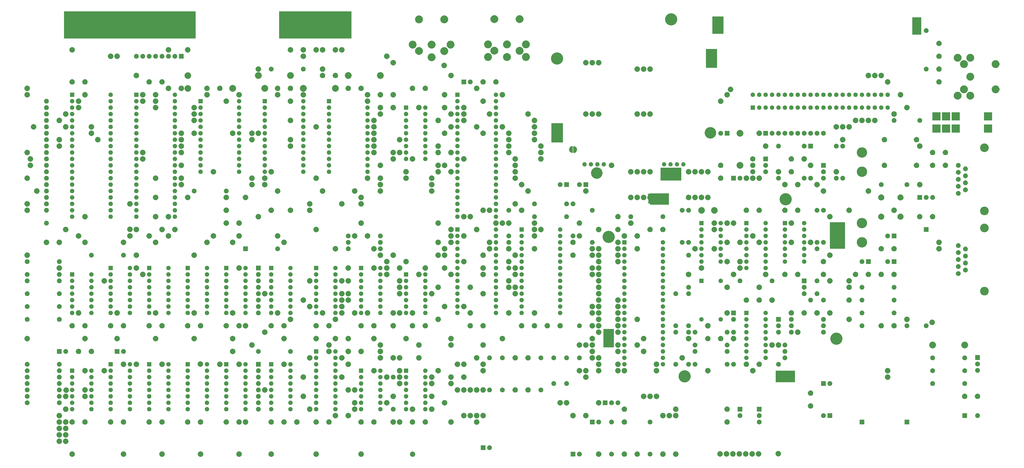
<source format=gbr>
G04 #@! TF.GenerationSoftware,KiCad,Pcbnew,(5.1.4)-1*
G04 #@! TF.CreationDate,2019-11-12T21:44:04+01:00*
G04 #@! TF.ProjectId,KU-14194HB-REV-B-KiCad,4b552d31-3431-4393-9448-422d5245562d,1.3*
G04 #@! TF.SameCoordinates,Original*
G04 #@! TF.FileFunction,Soldermask,Bot*
G04 #@! TF.FilePolarity,Negative*
%FSLAX46Y46*%
G04 Gerber Fmt 4.6, Leading zero omitted, Abs format (unit mm)*
G04 Created by KiCad (PCBNEW (5.1.4)-1) date 2019-11-12 21:44:04*
%MOMM*%
%LPD*%
G04 APERTURE LIST*
%ADD10C,4.600000*%
%ADD11C,4.800000*%
%ADD12C,4.588000*%
%ADD13C,2.200000*%
%ADD14C,2.100000*%
%ADD15C,2.700000*%
%ADD16C,2.600000*%
%ADD17C,0.100000*%
%ADD18C,0.500000*%
G04 APERTURE END LIST*
D10*
X290621000Y-93787600D02*
X290621000Y-93787600D01*
D11*
X274981500Y-48828200D02*
X274981500Y-48828200D01*
X229886900Y-64342900D02*
X229886900Y-64342900D01*
D12*
X245666100Y-109729900D02*
X245666100Y-109729900D01*
D11*
X320308200Y-120046200D02*
X320308200Y-120046200D01*
X340360000Y-175260000D02*
X340360000Y-175260000D01*
X280314000Y-190193900D02*
X280314000Y-190193900D01*
X250287600Y-134974000D02*
X250287600Y-134974000D01*
D13*
X246380000Y-200660000D02*
X246380000Y-200660000D01*
X312420000Y-149860000D02*
X312420000Y-149860000D01*
X33020000Y-205740000D02*
X33020000Y-205740000D01*
X33020000Y-208280000D02*
X33020000Y-208280000D01*
X35560000Y-208280000D02*
X35560000Y-208280000D01*
X35560000Y-210820000D02*
X35560000Y-210820000D01*
X33020000Y-210820000D02*
X33020000Y-210820000D01*
X33020000Y-213360000D02*
X33020000Y-213360000D01*
X35560000Y-213360000D02*
X35560000Y-213360000D01*
X35560000Y-215900000D02*
X35560000Y-215900000D01*
X33020000Y-215900000D02*
X33020000Y-215900000D01*
X35560000Y-203200000D02*
X35560000Y-203200000D01*
X35560000Y-198120000D02*
X35560000Y-198120000D01*
X35732200Y-195669200D02*
X35732200Y-195669200D01*
X43180000Y-195580000D02*
X43180000Y-195580000D01*
X43180000Y-198120000D02*
X43180000Y-198120000D01*
X43180000Y-175260000D02*
X43180000Y-175260000D01*
X55880000Y-175260000D02*
X55880000Y-175260000D01*
X71120000Y-175260000D02*
X71120000Y-175260000D01*
X86360000Y-175260000D02*
X86360000Y-175260000D01*
X86360000Y-165100000D02*
X86360000Y-165100000D01*
X71120000Y-165100000D02*
X71120000Y-165100000D01*
X55880000Y-165100000D02*
X55880000Y-165100000D01*
X40640000Y-165100000D02*
X40640000Y-165100000D01*
X50800000Y-152400000D02*
X50800000Y-152400000D01*
X27940000Y-137160000D02*
X27940000Y-137160000D01*
X33020000Y-137160000D02*
X33020000Y-137160000D01*
X43180000Y-137160000D02*
X43180000Y-137160000D01*
X40640000Y-134620000D02*
X40640000Y-134620000D01*
X35560000Y-132080000D02*
X35560000Y-132080000D01*
X43180000Y-127000000D02*
X43180000Y-127000000D01*
X63500000Y-142240000D02*
X63500000Y-142240000D01*
X58420000Y-137160000D02*
X58420000Y-137160000D01*
X60960000Y-134620000D02*
X60960000Y-134620000D01*
X60945600Y-131968700D02*
X60945600Y-131968700D01*
X63500000Y-132080000D02*
X63500000Y-132080000D01*
X73660000Y-132080000D02*
X73660000Y-132080000D01*
X78740000Y-132080000D02*
X78740000Y-132080000D01*
X76200000Y-134620000D02*
X76200000Y-134620000D01*
X68580000Y-134620000D02*
X68580000Y-134620000D01*
X71120000Y-137160000D02*
X71120000Y-137160000D01*
X71120000Y-127000000D02*
X71120000Y-127000000D01*
X76200000Y-127000000D02*
X76200000Y-127000000D01*
X71120000Y-119380000D02*
X71120000Y-119380000D01*
X83820000Y-119380000D02*
X83820000Y-119380000D01*
X71120000Y-111760000D02*
X71120000Y-111760000D01*
X66040000Y-104140000D02*
X66040000Y-104140000D01*
X66040000Y-101600000D02*
X66040000Y-101600000D01*
X48260000Y-96520000D02*
X48260000Y-96520000D01*
X45720000Y-93980000D02*
X45720000Y-93980000D01*
X45720000Y-91440000D02*
X45720000Y-91440000D01*
X33020000Y-99060000D02*
X33020000Y-99060000D01*
X33020000Y-96520000D02*
X33020000Y-96520000D01*
X35560000Y-91440000D02*
X35560000Y-91440000D01*
X33020000Y-88900000D02*
X33020000Y-88900000D01*
X35560000Y-86360000D02*
X35560000Y-86360000D01*
X40640000Y-83820000D02*
X40640000Y-83820000D01*
X40640000Y-81280000D02*
X40640000Y-81280000D01*
X43180000Y-78740000D02*
X43180000Y-78740000D01*
X21590000Y-104140000D02*
X21590000Y-104140000D01*
X21590000Y-106680000D02*
X21590000Y-106680000D01*
X20320000Y-111760000D02*
X20320000Y-111760000D01*
X20320000Y-121920000D02*
X20320000Y-121920000D01*
X20320000Y-124460000D02*
X20320000Y-124460000D01*
X20320000Y-142240000D02*
X20320000Y-142240000D01*
X20320000Y-175260000D02*
X20320000Y-175260000D01*
X38100000Y-220980000D02*
X38100000Y-220980000D01*
X58420000Y-220980000D02*
X58420000Y-220980000D01*
X73660000Y-220980000D02*
X73660000Y-220980000D01*
X88900000Y-220980000D02*
X88900000Y-220980000D01*
X104140000Y-220980000D02*
X104140000Y-220980000D01*
X116840000Y-220980000D02*
X116840000Y-220980000D01*
X50800000Y-187960000D02*
X50800000Y-187960000D01*
X63500000Y-185420000D02*
X63500000Y-185420000D01*
X58420000Y-185420000D02*
X58420000Y-185420000D01*
X73660000Y-185420000D02*
X73660000Y-185420000D01*
X88813700Y-185323000D02*
X88813700Y-185323000D01*
X96520000Y-185420000D02*
X96520000Y-185420000D01*
X104140000Y-185420000D02*
X104140000Y-185420000D01*
X121920000Y-185420000D02*
X121920000Y-185420000D01*
X114300000Y-195580000D02*
X114300000Y-195580000D01*
X129540000Y-198120000D02*
X129540000Y-198120000D01*
X132080000Y-203200000D02*
X132080000Y-203200000D01*
X127000000Y-208280000D02*
X127000000Y-208280000D01*
X129540000Y-190500000D02*
X129540000Y-190500000D01*
X132080000Y-182880000D02*
X132080000Y-182880000D01*
X101600000Y-180340000D02*
X101600000Y-180340000D01*
X109220000Y-177800000D02*
X109220000Y-177800000D01*
X101600000Y-175260000D02*
X101600000Y-175260000D01*
X114300000Y-172720000D02*
X114300000Y-172720000D01*
X121920000Y-175260000D02*
X121920000Y-175260000D01*
X134620000Y-175260000D02*
X134620000Y-175260000D01*
X142240000Y-175260000D02*
X142240000Y-175260000D01*
X147320000Y-175260000D02*
X147320000Y-175260000D01*
X147320000Y-180340000D02*
X147320000Y-180340000D01*
X144780000Y-182880000D02*
X144780000Y-182880000D01*
X147320000Y-185420000D02*
X147320000Y-185420000D01*
X144780000Y-190500000D02*
X144780000Y-190500000D01*
X147320000Y-195580000D02*
X147320000Y-195580000D01*
X149860000Y-195580000D02*
X149860000Y-195580000D01*
X149860000Y-200660000D02*
X149860000Y-200660000D01*
X149860000Y-203200000D02*
X149860000Y-203200000D01*
X147320000Y-205740000D02*
X147320000Y-205740000D01*
X165100000Y-208280000D02*
X165100000Y-208280000D01*
X167640000Y-208280000D02*
X167640000Y-208280000D01*
X187960000Y-208280000D02*
X187960000Y-208280000D01*
X180340000Y-203200000D02*
X180340000Y-203200000D01*
X185420000Y-200660000D02*
X185420000Y-200660000D01*
X180340000Y-198120000D02*
X180340000Y-198120000D01*
X180340000Y-193040000D02*
X180340000Y-193040000D01*
X180340000Y-190500000D02*
X180340000Y-190500000D01*
X182880000Y-187960000D02*
X182880000Y-187960000D01*
X152400000Y-180340000D02*
X152400000Y-180340000D01*
X160020000Y-182880000D02*
X160020000Y-182880000D01*
X160020000Y-180340000D02*
X160020000Y-180340000D01*
X160020000Y-177800000D02*
X160020000Y-177800000D01*
X157480000Y-175260000D02*
X157480000Y-175260000D01*
X170180000Y-175260000D02*
X170180000Y-175260000D01*
X165100000Y-182880000D02*
X165100000Y-182880000D01*
X167640000Y-182880000D02*
X167640000Y-182880000D01*
X175260000Y-182880000D02*
X175260000Y-182880000D01*
X175260000Y-177800000D02*
X175260000Y-177800000D01*
X187960000Y-177800000D02*
X187960000Y-177800000D01*
X187960000Y-175260000D02*
X187960000Y-175260000D01*
X190500000Y-185420000D02*
X190500000Y-185420000D01*
X193040000Y-185420000D02*
X193040000Y-185420000D01*
X193040000Y-190500000D02*
X193040000Y-190500000D01*
X187960000Y-190500000D02*
X187960000Y-190500000D01*
X187960000Y-193040000D02*
X187960000Y-193040000D01*
X190500000Y-195580000D02*
X190500000Y-195580000D01*
X193040000Y-195580000D02*
X193040000Y-195580000D01*
X195580000Y-195580000D02*
X195580000Y-195580000D01*
X198120000Y-195580000D02*
X198120000Y-195580000D01*
X200660000Y-195580000D02*
X200660000Y-195580000D01*
X200660000Y-187960000D02*
X200660000Y-187960000D01*
X200660000Y-185420000D02*
X200660000Y-185420000D01*
X198120000Y-182880000D02*
X198120000Y-182880000D01*
X200660000Y-177800000D02*
X200660000Y-177800000D01*
X208280000Y-175260000D02*
X208280000Y-175260000D01*
X193040000Y-205740000D02*
X193040000Y-205740000D01*
X195580000Y-205740000D02*
X195580000Y-205740000D01*
X198120000Y-205740000D02*
X198120000Y-205740000D01*
X200660000Y-205740000D02*
X200660000Y-205740000D01*
X198120000Y-208280000D02*
X198120000Y-208280000D01*
X172720000Y-203200000D02*
X172720000Y-203200000D01*
X165100000Y-198120000D02*
X165100000Y-198120000D01*
X162560000Y-200660000D02*
X162560000Y-200660000D01*
X162560000Y-190500000D02*
X162560000Y-190500000D01*
X167640000Y-187960000D02*
X167640000Y-187960000D01*
X167640000Y-190500000D02*
X167640000Y-190500000D01*
X167640000Y-193040000D02*
X167640000Y-193040000D01*
X182880000Y-167640000D02*
X182880000Y-167640000D01*
X185420000Y-162560000D02*
X185420000Y-162560000D01*
X180340000Y-157480000D02*
X180340000Y-157480000D01*
X182880000Y-154940000D02*
X182880000Y-154940000D01*
X185420000Y-147320000D02*
X185420000Y-147320000D01*
X187960000Y-149860000D02*
X187960000Y-149860000D01*
X177800000Y-147320000D02*
X177800000Y-147320000D01*
X167640000Y-147320000D02*
X167640000Y-147320000D01*
X170180000Y-144780000D02*
X170180000Y-144780000D01*
X162560000Y-144780000D02*
X162560000Y-144780000D01*
X165100000Y-142240000D02*
X165100000Y-142240000D01*
X160020000Y-142240000D02*
X160020000Y-142240000D01*
X162560000Y-147320000D02*
X162560000Y-147320000D01*
X162560000Y-149860000D02*
X162560000Y-149860000D01*
X167640000Y-152400000D02*
X167640000Y-152400000D01*
X167640000Y-154940000D02*
X167640000Y-154940000D01*
X167640000Y-157480000D02*
X167640000Y-157480000D01*
X172720000Y-165100000D02*
X172720000Y-165100000D01*
X167640000Y-165100000D02*
X167640000Y-165100000D01*
X165100000Y-165100000D02*
X165100000Y-165100000D01*
X154940000Y-165100000D02*
X154940000Y-165100000D01*
X149860000Y-165100000D02*
X149860000Y-165100000D01*
X144780000Y-165100000D02*
X144780000Y-165100000D01*
X144780000Y-162560000D02*
X144780000Y-162560000D01*
X144780000Y-160020000D02*
X144780000Y-160020000D01*
X144780000Y-157480000D02*
X144780000Y-157480000D01*
X147320000Y-157480000D02*
X147320000Y-157480000D01*
X147320000Y-160020000D02*
X147320000Y-160020000D01*
X144780000Y-152400000D02*
X144780000Y-152400000D01*
X147320000Y-152400000D02*
X147320000Y-152400000D01*
X147320000Y-147320000D02*
X147320000Y-147320000D01*
X142240000Y-167640000D02*
X142240000Y-167640000D01*
X165100000Y-170180000D02*
X165100000Y-170180000D01*
X137160000Y-165100000D02*
X137160000Y-165100000D01*
X132080000Y-162560000D02*
X132080000Y-162560000D01*
X129540000Y-160020000D02*
X129540000Y-160020000D01*
X132080000Y-152400000D02*
X132080000Y-152400000D01*
X124460000Y-167640000D02*
X124460000Y-167640000D01*
X119380000Y-165100000D02*
X119380000Y-165100000D01*
X114300000Y-157480000D02*
X114300000Y-157480000D01*
X157480000Y-139700000D02*
X157480000Y-139700000D01*
X154940000Y-134620000D02*
X154940000Y-134620000D01*
X149860000Y-134620000D02*
X149860000Y-134620000D01*
X152400000Y-129540000D02*
X152400000Y-129540000D01*
X134620000Y-132080000D02*
X134620000Y-132080000D01*
X119380000Y-134620000D02*
X119380000Y-134620000D01*
X121920000Y-137160000D02*
X121920000Y-137160000D01*
X142240000Y-139700000D02*
X142240000Y-139700000D01*
X139700000Y-180340000D02*
X139700000Y-180340000D01*
X139700000Y-177800000D02*
X139700000Y-177800000D01*
X106680000Y-170180000D02*
X106680000Y-170180000D01*
X104140000Y-147320000D02*
X104140000Y-147320000D01*
X63500000Y-147320000D02*
X63500000Y-147320000D01*
X66040000Y-149860000D02*
X66040000Y-149860000D01*
X86360000Y-142240000D02*
X86360000Y-142240000D01*
X91440000Y-137160000D02*
X91440000Y-137160000D01*
X101600000Y-137160000D02*
X101600000Y-137160000D01*
X104140000Y-134620000D02*
X104140000Y-134620000D01*
X93980000Y-134620000D02*
X93980000Y-134620000D01*
X99060000Y-129540000D02*
X99060000Y-129540000D01*
X104140000Y-129540000D02*
X104140000Y-129540000D01*
X99060000Y-124460000D02*
X99060000Y-124460000D01*
X111760000Y-127000000D02*
X111760000Y-127000000D01*
X116840000Y-124460000D02*
X116840000Y-124460000D01*
X124460000Y-124460000D02*
X124460000Y-124460000D01*
X60960000Y-121920000D02*
X60960000Y-121920000D01*
X99060000Y-119380000D02*
X99060000Y-119380000D01*
X106680000Y-119380000D02*
X106680000Y-119380000D01*
X109220000Y-114300000D02*
X109220000Y-114300000D01*
X114300000Y-114300000D02*
X114300000Y-114300000D01*
X114300000Y-111760000D02*
X114300000Y-111760000D01*
X109220000Y-111760000D02*
X109220000Y-111760000D01*
X124460000Y-99060000D02*
X124460000Y-99060000D01*
X124460000Y-96520000D02*
X124460000Y-96520000D01*
X124460000Y-88900000D02*
X124460000Y-88900000D01*
X109220000Y-93980000D02*
X109220000Y-93980000D01*
X111760000Y-93980000D02*
X111760000Y-93980000D01*
X109220000Y-96520000D02*
X109220000Y-96520000D01*
X101600000Y-93980000D02*
X101600000Y-93980000D01*
X86360000Y-93980000D02*
X86360000Y-93980000D01*
X86360000Y-88900000D02*
X86360000Y-88900000D01*
X86360000Y-86360000D02*
X86360000Y-86360000D01*
X81280000Y-93980000D02*
X81280000Y-93980000D01*
X81280000Y-96520000D02*
X81280000Y-96520000D01*
X81280000Y-99060000D02*
X81280000Y-99060000D01*
X81280000Y-101600000D02*
X81280000Y-101600000D01*
X81280000Y-106680000D02*
X81280000Y-106680000D01*
X81280000Y-111760000D02*
X81280000Y-111760000D01*
X81280000Y-114300000D02*
X81280000Y-114300000D01*
X119380000Y-116840000D02*
X119380000Y-116840000D01*
X71120000Y-83820000D02*
X71120000Y-83820000D01*
X71120000Y-81280000D02*
X71120000Y-81280000D01*
X66040000Y-81280000D02*
X66040000Y-81280000D01*
X66040000Y-78740000D02*
X66040000Y-78740000D01*
X71120000Y-78740000D02*
X71120000Y-78740000D01*
X76200000Y-76200000D02*
X76200000Y-76200000D01*
X81280000Y-76200000D02*
X81280000Y-76200000D01*
X63500000Y-71120000D02*
X63500000Y-71120000D01*
X76200000Y-60960000D02*
X76200000Y-60960000D01*
X83820000Y-60960000D02*
X83820000Y-60960000D01*
X55880000Y-63500000D02*
X55880000Y-63500000D01*
X53340000Y-63500000D02*
X53340000Y-63500000D01*
X22860000Y-91440000D02*
X22860000Y-91440000D01*
X20320000Y-78740000D02*
X20320000Y-78740000D01*
X20320000Y-76200000D02*
X20320000Y-76200000D01*
X20320000Y-101600000D02*
X20320000Y-101600000D01*
X91440000Y-78740000D02*
X91440000Y-78740000D01*
X104140000Y-78740000D02*
X104140000Y-78740000D01*
X93980000Y-109220000D02*
X93980000Y-109220000D01*
X116840000Y-109220000D02*
X116840000Y-109220000D01*
X134620000Y-111760000D02*
X134620000Y-111760000D01*
X137160000Y-116840000D02*
X137160000Y-116840000D01*
X144780000Y-121920000D02*
X144780000Y-121920000D01*
X132080000Y-121920000D02*
X132080000Y-121920000D01*
X132080000Y-124460000D02*
X132080000Y-124460000D01*
X149860000Y-116840000D02*
X149860000Y-116840000D01*
X152400000Y-119380000D02*
X152400000Y-119380000D01*
X160020000Y-116840000D02*
X160020000Y-116840000D01*
X160020000Y-114300000D02*
X160020000Y-114300000D01*
X160020000Y-111760000D02*
X160020000Y-111760000D01*
X154940000Y-111760000D02*
X154940000Y-111760000D01*
X160020000Y-106680000D02*
X160020000Y-106680000D01*
X157480000Y-101600000D02*
X157480000Y-101600000D01*
X157480000Y-99060000D02*
X157480000Y-99060000D01*
X157480000Y-96520000D02*
X157480000Y-96520000D01*
X157480000Y-93980000D02*
X157480000Y-93980000D01*
X157480000Y-91440000D02*
X157480000Y-91440000D01*
X157480000Y-88900000D02*
X157480000Y-88900000D01*
X165100000Y-104140000D02*
X165100000Y-104140000D01*
X165100000Y-101600000D02*
X165100000Y-101600000D01*
X167640000Y-101600000D02*
X167640000Y-101600000D01*
X167640000Y-96520000D02*
X167640000Y-96520000D01*
X160020000Y-86360000D02*
X160020000Y-86360000D01*
X160020000Y-83820000D02*
X160020000Y-83820000D01*
X165100000Y-83820000D02*
X165100000Y-83820000D01*
X165100000Y-78740000D02*
X165100000Y-78740000D01*
X160020000Y-78740000D02*
X160020000Y-78740000D01*
X154940000Y-78740000D02*
X154940000Y-78740000D01*
X137160000Y-68580000D02*
X137160000Y-68580000D01*
X124460000Y-60960000D02*
X124460000Y-60960000D01*
X129540000Y-60960000D02*
X129540000Y-60960000D01*
X134620000Y-60960000D02*
X134620000Y-60960000D01*
X137160000Y-60960000D02*
X137160000Y-60960000D01*
X142240000Y-60960000D02*
X142240000Y-60960000D01*
X144780000Y-60960000D02*
X144780000Y-60960000D01*
X111760000Y-68580000D02*
X111760000Y-68580000D01*
X119380000Y-78740000D02*
X119380000Y-78740000D01*
X129540000Y-78740000D02*
X129540000Y-78740000D01*
X124460000Y-81280000D02*
X124460000Y-81280000D01*
X134620000Y-91440000D02*
X134620000Y-91440000D01*
X99060000Y-81280000D02*
X99060000Y-81280000D01*
X162560000Y-63500000D02*
X162560000Y-63500000D01*
X165100000Y-66040000D02*
X165100000Y-66040000D01*
X185420000Y-78740000D02*
X185420000Y-78740000D01*
X185420000Y-83820000D02*
X185420000Y-83820000D01*
X187960000Y-86360000D02*
X187960000Y-86360000D01*
X182880000Y-88900000D02*
X182880000Y-88900000D01*
X187960000Y-91440000D02*
X187960000Y-91440000D01*
X185420000Y-93980000D02*
X185420000Y-93980000D01*
X182880000Y-99060000D02*
X182880000Y-99060000D01*
X182880000Y-101600000D02*
X182880000Y-101600000D01*
X187960000Y-101600000D02*
X187960000Y-101600000D01*
X187960000Y-109220000D02*
X187960000Y-109220000D01*
X182880000Y-109220000D02*
X182880000Y-109220000D01*
X182880000Y-106680000D02*
X182880000Y-106680000D01*
X185420000Y-106680000D02*
X185420000Y-106680000D01*
X180340000Y-111760000D02*
X180340000Y-111760000D01*
X180340000Y-114300000D02*
X180340000Y-114300000D01*
X180340000Y-116840000D02*
X180340000Y-116840000D01*
X170180000Y-111760000D02*
X170180000Y-111760000D01*
X170180000Y-109220000D02*
X170180000Y-109220000D01*
X182880000Y-129540000D02*
X182880000Y-129540000D01*
X152400000Y-121920000D02*
X152400000Y-121920000D01*
X193040000Y-104140000D02*
X193040000Y-104140000D01*
X200660000Y-93980000D02*
X200660000Y-93980000D01*
X198120000Y-91440000D02*
X198120000Y-91440000D01*
X193040000Y-88900000D02*
X193040000Y-88900000D01*
X193040000Y-86360000D02*
X193040000Y-86360000D01*
X193040000Y-83820000D02*
X193040000Y-83820000D01*
X203200000Y-86360000D02*
X203200000Y-86360000D01*
X200660000Y-81280000D02*
X200660000Y-81280000D01*
X198120000Y-76200000D02*
X198120000Y-76200000D01*
X218440000Y-86360000D02*
X218440000Y-86360000D01*
X220980000Y-88900000D02*
X220980000Y-88900000D01*
X220980000Y-91440000D02*
X220980000Y-91440000D01*
X220980000Y-93980000D02*
X220980000Y-93980000D01*
X220980000Y-96520000D02*
X220980000Y-96520000D01*
X223520000Y-99060000D02*
X223520000Y-99060000D01*
X223520000Y-101600000D02*
X223520000Y-101600000D01*
X223520000Y-104140000D02*
X223520000Y-104140000D01*
X210820000Y-93980000D02*
X210820000Y-93980000D01*
X210820000Y-96520000D02*
X210820000Y-96520000D01*
X210820000Y-99060000D02*
X210820000Y-99060000D01*
X210820000Y-101600000D02*
X210820000Y-101600000D01*
X213360000Y-104140000D02*
X213360000Y-104140000D01*
X213360000Y-106680000D02*
X213360000Y-106680000D01*
X213360000Y-109220000D02*
X213360000Y-109220000D01*
X213360000Y-111760000D02*
X213360000Y-111760000D01*
X215900000Y-114300000D02*
X215900000Y-114300000D01*
X218440000Y-116840000D02*
X218440000Y-116840000D01*
X213360000Y-121920000D02*
X213360000Y-121920000D01*
X215900000Y-124460000D02*
X215900000Y-124460000D01*
X200660000Y-124460000D02*
X200660000Y-124460000D01*
X203200000Y-124460000D02*
X203200000Y-124460000D01*
X193040000Y-127000000D02*
X193040000Y-127000000D01*
X195580000Y-127000000D02*
X195580000Y-127000000D01*
X187960000Y-134620000D02*
X187960000Y-134620000D01*
X187960000Y-137160000D02*
X187960000Y-137160000D01*
X182880000Y-137160000D02*
X182880000Y-137160000D01*
X185420000Y-139700000D02*
X185420000Y-139700000D01*
X182880000Y-142240000D02*
X182880000Y-142240000D01*
X185420000Y-142240000D02*
X185420000Y-142240000D01*
X193040000Y-134620000D02*
X193040000Y-134620000D01*
X198120000Y-132080000D02*
X198120000Y-132080000D01*
X203200000Y-137160000D02*
X203200000Y-137160000D01*
X203200000Y-139700000D02*
X203200000Y-139700000D01*
X200660000Y-142240000D02*
X200660000Y-142240000D01*
X193040000Y-144780000D02*
X193040000Y-144780000D01*
X200660000Y-147320000D02*
X200660000Y-147320000D01*
X200660000Y-149860000D02*
X200660000Y-149860000D01*
X195580000Y-154940000D02*
X195580000Y-154940000D01*
X200660000Y-157480000D02*
X200660000Y-157480000D01*
X193040000Y-162560000D02*
X193040000Y-162560000D01*
X195580000Y-165100000D02*
X195580000Y-165100000D01*
X210820000Y-165100000D02*
X210820000Y-165100000D01*
X213360000Y-157480000D02*
X213360000Y-157480000D01*
X213360000Y-154940000D02*
X213360000Y-154940000D01*
X210820000Y-154940000D02*
X210820000Y-154940000D01*
X210820000Y-152400000D02*
X210820000Y-152400000D01*
X213360000Y-149860000D02*
X213360000Y-149860000D01*
X213360000Y-147320000D02*
X213360000Y-147320000D01*
X210820000Y-144780000D02*
X210820000Y-144780000D01*
X213360000Y-142240000D02*
X213360000Y-142240000D01*
X210820000Y-139700000D02*
X210820000Y-139700000D01*
X220980000Y-129540000D02*
X220980000Y-129540000D01*
X220980000Y-132080000D02*
X220980000Y-132080000D01*
X220980000Y-134620000D02*
X220980000Y-134620000D01*
X220980000Y-139700000D02*
X220980000Y-139700000D01*
X223520000Y-132080000D02*
X223520000Y-132080000D01*
X220980000Y-165100000D02*
X220980000Y-165100000D01*
X231140000Y-200660000D02*
X231140000Y-200660000D01*
X233680000Y-200660000D02*
X233680000Y-200660000D01*
X241300000Y-86360000D02*
X241300000Y-86360000D01*
X243840000Y-86360000D02*
X243840000Y-86360000D01*
X246380000Y-86360000D02*
X246380000Y-86360000D01*
X241300000Y-66040000D02*
X241300000Y-66040000D01*
X243840000Y-66040000D02*
X243840000Y-66040000D01*
X246380000Y-66040000D02*
X246380000Y-66040000D01*
X261620000Y-68580000D02*
X261620000Y-68580000D01*
X264160000Y-68580000D02*
X264160000Y-68580000D01*
X266700000Y-68580000D02*
X266700000Y-68580000D01*
X261620000Y-86360000D02*
X261620000Y-86360000D01*
X264160000Y-86360000D02*
X264160000Y-86360000D01*
X266700000Y-86360000D02*
X266700000Y-86360000D01*
X251460000Y-106680000D02*
X251460000Y-106680000D01*
X281940000Y-109220000D02*
X281940000Y-109220000D01*
X287020000Y-109220000D02*
X287020000Y-109220000D01*
X284480000Y-109220000D02*
X284480000Y-109220000D01*
X289560000Y-109220000D02*
X289560000Y-109220000D01*
X266700000Y-109220000D02*
X266700000Y-109220000D01*
X264160000Y-109220000D02*
X264160000Y-109220000D01*
X261620000Y-109220000D02*
X261620000Y-109220000D01*
X259080000Y-109220000D02*
X259080000Y-109220000D01*
X241300000Y-116840000D02*
X241300000Y-116840000D01*
X238760000Y-177800000D02*
X238760000Y-177800000D01*
X241300000Y-177800000D02*
X241300000Y-177800000D01*
X238760000Y-187960000D02*
X238760000Y-187960000D01*
X241300000Y-187960000D02*
X241300000Y-187960000D01*
X241300000Y-190500000D02*
X241300000Y-190500000D01*
X241300000Y-205740000D02*
X241300000Y-205740000D01*
X236220000Y-205740000D02*
X236220000Y-205740000D01*
X246380000Y-220980000D02*
X246380000Y-220980000D01*
X271780000Y-220980000D02*
X271780000Y-220980000D01*
X276860000Y-220980000D02*
X276860000Y-220980000D01*
X294397700Y-220879200D02*
X294397700Y-220879200D01*
X296937700Y-220879200D02*
X296937700Y-220879200D01*
X299477700Y-220879200D02*
X299477700Y-220879200D01*
X302017700Y-220879200D02*
X302017700Y-220879200D01*
X304557700Y-220879200D02*
X304557700Y-220879200D01*
X307097700Y-220879200D02*
X307097700Y-220879200D01*
X309637700Y-220879200D02*
X309637700Y-220879200D01*
X317386300Y-220784900D02*
X317386300Y-220784900D01*
X269240000Y-187960000D02*
X269240000Y-187960000D01*
X269240000Y-185420000D02*
X269240000Y-185420000D01*
X256540000Y-187960000D02*
X256540000Y-187960000D01*
X254000000Y-187960000D02*
X254000000Y-187960000D01*
X254000000Y-185420000D02*
X254000000Y-185420000D01*
X254000000Y-180340000D02*
X254000000Y-180340000D01*
X254000000Y-177800000D02*
X254000000Y-177800000D01*
X261620000Y-177800000D02*
X261620000Y-177800000D01*
X264160000Y-180340000D02*
X264160000Y-180340000D01*
X264160000Y-175260000D02*
X264160000Y-175260000D01*
X261620000Y-167640000D02*
X261620000Y-167640000D01*
X254000000Y-172720000D02*
X254000000Y-172720000D01*
X254000000Y-170180000D02*
X254000000Y-170180000D01*
X254000000Y-167640000D02*
X254000000Y-167640000D01*
X254000000Y-165100000D02*
X254000000Y-165100000D01*
X254000000Y-162560000D02*
X254000000Y-162560000D01*
X254000000Y-160020000D02*
X254000000Y-160020000D01*
X281940000Y-175260000D02*
X281940000Y-175260000D01*
X289560000Y-170180000D02*
X289560000Y-170180000D01*
X307340000Y-187960000D02*
X307340000Y-187960000D01*
X314960000Y-177800000D02*
X314960000Y-177800000D01*
X317500000Y-177800000D02*
X317500000Y-177800000D01*
X325120000Y-172720000D02*
X325120000Y-172720000D01*
X332740000Y-165100000D02*
X332740000Y-165100000D01*
X337820000Y-165100000D02*
X337820000Y-165100000D01*
X314960000Y-160020000D02*
X314960000Y-160020000D01*
X297180000Y-154940000D02*
X297180000Y-154940000D01*
X309880000Y-154940000D02*
X309880000Y-154940000D01*
X284480000Y-139700000D02*
X284480000Y-139700000D01*
X309880000Y-137160000D02*
X309880000Y-137160000D01*
X307340000Y-134620000D02*
X307340000Y-134620000D01*
X337820000Y-142240000D02*
X337820000Y-142240000D01*
X337820000Y-127000000D02*
X337820000Y-127000000D01*
X337820000Y-152400000D02*
X337820000Y-152400000D01*
X279400000Y-182880000D02*
X279400000Y-182880000D01*
X289560000Y-187960000D02*
X289560000Y-187960000D01*
X287020000Y-147320000D02*
X287020000Y-147320000D01*
X345440000Y-124460000D02*
X345440000Y-124460000D01*
X353060000Y-116840000D02*
X353060000Y-116840000D01*
X335280000Y-116840000D02*
X335280000Y-116840000D01*
X332740000Y-114300000D02*
X332740000Y-114300000D01*
X340360000Y-109220000D02*
X340360000Y-109220000D01*
X342900000Y-96520000D02*
X342900000Y-96520000D01*
X312420000Y-99060000D02*
X312420000Y-99060000D01*
X309880000Y-111760000D02*
X309880000Y-111760000D01*
X307340000Y-111760000D02*
X307340000Y-111760000D01*
X304800000Y-111760000D02*
X304800000Y-111760000D01*
X294640000Y-81280000D02*
X294640000Y-81280000D01*
X297180000Y-78740000D02*
X297180000Y-78740000D01*
X298537100Y-76600200D02*
X298537100Y-76600200D01*
X353060000Y-71120000D02*
X353060000Y-71120000D01*
X355600000Y-71120000D02*
X355600000Y-71120000D01*
X358140000Y-71120000D02*
X358140000Y-71120000D01*
X360680000Y-73660000D02*
X360680000Y-73660000D01*
X365760000Y-78740000D02*
X365760000Y-78740000D01*
X368300000Y-83820000D02*
X368300000Y-83820000D01*
X363220000Y-86360000D02*
X363220000Y-86360000D01*
X347980000Y-88900000D02*
X347980000Y-88900000D01*
X350520000Y-88900000D02*
X350520000Y-88900000D01*
X353060000Y-88900000D02*
X353060000Y-88900000D01*
X355600000Y-88900000D02*
X355600000Y-88900000D01*
X340360000Y-91440000D02*
X340360000Y-91440000D01*
X342900000Y-91440000D02*
X342900000Y-91440000D01*
X345440000Y-91440000D02*
X345440000Y-91440000D01*
X373380000Y-99060000D02*
X373380000Y-99060000D01*
X373380000Y-114300000D02*
X373380000Y-114300000D01*
X363220000Y-124460000D02*
X363220000Y-124460000D01*
X381000000Y-137160000D02*
X381000000Y-137160000D01*
X381000000Y-139700000D02*
X381000000Y-139700000D01*
X345440000Y-152400000D02*
X345440000Y-152400000D01*
X368300000Y-167640000D02*
X368300000Y-167640000D01*
X378290600Y-168828800D02*
X378290600Y-168828800D01*
X360680000Y-187960000D02*
X360680000Y-187960000D01*
X360680000Y-190500000D02*
X360680000Y-190500000D01*
X345440000Y-167640000D02*
X345440000Y-167640000D01*
X264160000Y-198120000D02*
X264160000Y-198120000D01*
X266700000Y-198120000D02*
X266700000Y-198120000D01*
X269240000Y-198120000D02*
X269240000Y-198120000D01*
X271780000Y-205740000D02*
X271780000Y-205740000D01*
X274320000Y-205740000D02*
X274320000Y-205740000D01*
X276860000Y-205740000D02*
X276860000Y-205740000D01*
X276860000Y-203200000D02*
X276860000Y-203200000D01*
X142240000Y-205740000D02*
X142240000Y-205740000D01*
X43180000Y-187960000D02*
X43180000Y-187960000D01*
D14*
X172720000Y-220980000D02*
X172720000Y-220980000D01*
D13*
X152400000Y-220980000D02*
X152400000Y-220980000D01*
X134620000Y-220980000D02*
X134620000Y-220980000D01*
X320040000Y-114300000D02*
X320040000Y-114300000D01*
X327660000Y-104140000D02*
X327660000Y-104140000D01*
X309880000Y-93980000D02*
X309880000Y-93980000D01*
X317500000Y-109220000D02*
X317500000Y-109220000D01*
X330200000Y-106680000D02*
X330200000Y-106680000D01*
X157480000Y-147320000D02*
X157480000Y-147320000D01*
X175260000Y-149860000D02*
X175260000Y-149860000D01*
X101600000Y-165100000D02*
X101600000Y-165100000D01*
X210820000Y-129540000D02*
X210820000Y-129540000D01*
X208280000Y-129540000D02*
X208280000Y-129540000D01*
X205740000Y-129540000D02*
X205740000Y-129540000D01*
X24130000Y-116840000D02*
X24130000Y-116840000D01*
X86360000Y-83820000D02*
X86360000Y-83820000D01*
X172720000Y-104140000D02*
X172720000Y-104140000D01*
X175260000Y-83820000D02*
X175260000Y-83820000D01*
X208280000Y-91440000D02*
X208280000Y-91440000D01*
X208280000Y-78740000D02*
X208280000Y-78740000D01*
X187960000Y-71120000D02*
X187960000Y-71120000D01*
X129540000Y-63500000D02*
X129540000Y-63500000D01*
X38100000Y-60960000D02*
X38100000Y-60960000D01*
X325120000Y-114300000D02*
X325120000Y-114300000D01*
X106680000Y-208280000D02*
X106680000Y-208280000D01*
X185295400Y-67122400D02*
X185295400Y-67122400D01*
X157480000Y-187960000D02*
X157480000Y-187960000D01*
D15*
X101600000Y-76200000D02*
X101600000Y-76200000D01*
X114300000Y-76200000D02*
X114300000Y-76200000D01*
X111760000Y-71120000D02*
X111760000Y-71120000D01*
X124460000Y-71120000D02*
X124460000Y-71120000D01*
X129540000Y-76200000D02*
X129540000Y-76200000D01*
X142240000Y-76200000D02*
X142240000Y-76200000D01*
X147320000Y-71120000D02*
X147320000Y-71120000D01*
X160020000Y-71120000D02*
X160020000Y-71120000D01*
D13*
X299720000Y-175260000D02*
X299720000Y-175260000D01*
D15*
X378460000Y-177800000D02*
X378460000Y-177800000D01*
X391160000Y-177800000D02*
X391160000Y-177800000D01*
D13*
X154940000Y-81280000D02*
X154940000Y-81280000D01*
D15*
X302260000Y-93980000D02*
X302260000Y-93980000D01*
X302260000Y-106680000D02*
X302260000Y-106680000D01*
D13*
X246380000Y-182880000D02*
X246380000Y-182880000D01*
X246380000Y-185420000D02*
X246380000Y-185420000D01*
X246380000Y-187960000D02*
X246380000Y-187960000D01*
X243840000Y-182880000D02*
X243840000Y-182880000D01*
X243840000Y-180340000D02*
X243840000Y-180340000D01*
X243840000Y-177800000D02*
X243840000Y-177800000D01*
X243840000Y-175260000D02*
X243840000Y-175260000D01*
X246380000Y-172720000D02*
X246380000Y-172720000D01*
X246380000Y-170180000D02*
X246380000Y-170180000D01*
X243840000Y-170180000D02*
X243840000Y-170180000D01*
X246380000Y-167640000D02*
X246380000Y-167640000D01*
X246380000Y-165100000D02*
X246380000Y-165100000D01*
X246380000Y-162560000D02*
X246380000Y-162560000D01*
X246380000Y-160020000D02*
X246380000Y-160020000D01*
X246380000Y-152400000D02*
X246380000Y-152400000D01*
X246380000Y-154940000D02*
X246380000Y-154940000D01*
X246380000Y-157480000D02*
X246380000Y-157480000D01*
X246380000Y-149860000D02*
X246380000Y-149860000D01*
X246380000Y-147320000D02*
X246380000Y-147320000D01*
X243840000Y-147320000D02*
X243840000Y-147320000D01*
X243840000Y-149860000D02*
X243840000Y-149860000D01*
X246380000Y-144780000D02*
X246380000Y-144780000D01*
X246380000Y-142240000D02*
X246380000Y-142240000D01*
X246380000Y-139700000D02*
X246380000Y-139700000D01*
X243840000Y-139700000D02*
X243840000Y-139700000D01*
X243840000Y-142240000D02*
X243840000Y-142240000D01*
X246380000Y-132080000D02*
X246380000Y-132080000D01*
X254000000Y-137160000D02*
X254000000Y-137160000D01*
X254000000Y-139700000D02*
X254000000Y-139700000D01*
X254000000Y-142240000D02*
X254000000Y-142240000D01*
X254000000Y-144780000D02*
X254000000Y-144780000D01*
X259080000Y-119380000D02*
X259080000Y-119380000D01*
X261620000Y-119380000D02*
X261620000Y-119380000D01*
X264160000Y-119380000D02*
X264160000Y-119380000D01*
X266700000Y-119380000D02*
X266700000Y-119380000D01*
X281940000Y-119380000D02*
X281940000Y-119380000D01*
X284480000Y-119380000D02*
X284480000Y-119380000D01*
X287020000Y-119380000D02*
X287020000Y-119380000D01*
X289560000Y-119380000D02*
X289560000Y-119380000D01*
X256540000Y-134620000D02*
X256540000Y-134620000D01*
X261620000Y-134620000D02*
X261620000Y-134620000D01*
X259080000Y-129540000D02*
X259080000Y-129540000D01*
X261620000Y-139700000D02*
X261620000Y-139700000D01*
X297180000Y-137160000D02*
X297180000Y-137160000D01*
X302260000Y-137160000D02*
X302260000Y-137160000D01*
X297180000Y-144780000D02*
X297180000Y-144780000D01*
X302260000Y-144780000D02*
X302260000Y-144780000D01*
X302260000Y-147320000D02*
X302260000Y-147320000D01*
X299720000Y-149860000D02*
X299720000Y-149860000D01*
X281940000Y-149860000D02*
X281940000Y-149860000D01*
X322580000Y-137160000D02*
X322580000Y-137160000D01*
X322580000Y-129540000D02*
X322580000Y-129540000D01*
X330200000Y-137160000D02*
X330200000Y-137160000D01*
X299720000Y-129540000D02*
X299720000Y-129540000D01*
X297180000Y-129540000D02*
X297180000Y-129540000D01*
X33020000Y-147320000D02*
X33020000Y-147320000D01*
X243840000Y-162560000D02*
X243840000Y-162560000D01*
X243840000Y-165100000D02*
X243840000Y-165100000D01*
X292100000Y-129540000D02*
X292100000Y-129540000D01*
X292100000Y-132080000D02*
X292100000Y-132080000D01*
X292100000Y-139700000D02*
X292100000Y-139700000D01*
D16*
X83820000Y-71120000D02*
X83820000Y-71120000D01*
X83820000Y-76200000D02*
X83820000Y-76200000D01*
X287020000Y-124460000D02*
X287020000Y-124460000D01*
X292100000Y-124460000D02*
X292100000Y-124460000D01*
D13*
X297180000Y-165100000D02*
X297180000Y-165100000D01*
D17*
G36*
X273333500Y-121803800D02*
G01*
X266003200Y-121803900D01*
X266003200Y-118173600D01*
X266547700Y-118139400D01*
X273333500Y-118139400D01*
X273333500Y-121803800D01*
G37*
D18*
X273333500Y-118139400D02*
X273333500Y-121803800D01*
X266003200Y-118173600D02*
X266547700Y-118139400D01*
D17*
G36*
X343852500Y-139700000D02*
G01*
X337820000Y-139700000D01*
X337820000Y-129222500D01*
X343852500Y-129222500D01*
X343852500Y-139700000D01*
G37*
G36*
X274161200Y-122237500D02*
G01*
X266700000Y-122237500D01*
X266700000Y-117792500D01*
X274161200Y-117792500D01*
X274161200Y-122237500D01*
G37*
G36*
X86995000Y-56515000D02*
G01*
X34925000Y-56515000D01*
X34925000Y-45720000D01*
X86995000Y-45720000D01*
X86995000Y-56515000D01*
G37*
G36*
X148590000Y-56515000D02*
G01*
X120015000Y-56515000D01*
X120015000Y-45720000D01*
X148590000Y-45720000D01*
X148590000Y-56515000D01*
G37*
G36*
X324008800Y-192563800D02*
G01*
X316388800Y-192563800D01*
X316388800Y-187960000D01*
X324008800Y-187960000D01*
X324008800Y-192563800D01*
G37*
G36*
X252412500Y-178752500D02*
G01*
X248285000Y-178752500D01*
X248285000Y-171450000D01*
X252412500Y-171450000D01*
X252412500Y-178752500D01*
G37*
G36*
X232251200Y-97631200D02*
G01*
X227647500Y-97631200D01*
X227647500Y-90011200D01*
X232251200Y-90011200D01*
X232251200Y-97631200D01*
G37*
G36*
X293211200Y-68103800D02*
G01*
X288766200Y-68103800D01*
X288766200Y-60642500D01*
X293211200Y-60642500D01*
X293211200Y-68103800D01*
G37*
G36*
X295751200Y-54610000D02*
G01*
X291306200Y-54610000D01*
X291306200Y-47783800D01*
X295751200Y-47783800D01*
X295751200Y-54610000D01*
G37*
G36*
X279082500Y-112712500D02*
G01*
X270827500Y-112712500D01*
X270827500Y-107632500D01*
X279082500Y-107632500D01*
X279082500Y-112712500D01*
G37*
G36*
X235928300Y-99320400D02*
G01*
X235928300Y-101503300D01*
X235943600Y-101518700D01*
X235497800Y-101357300D01*
X235167300Y-101111300D01*
X234975200Y-100780800D01*
X234867600Y-100212000D01*
X235090500Y-99797000D01*
X235367200Y-99451100D01*
X235651600Y-99305000D01*
X235897600Y-99289700D01*
X235928300Y-99320400D01*
G37*
D18*
X235928300Y-99320400D02*
X235928300Y-101503300D01*
X235928300Y-101503300D02*
X235943600Y-101518700D01*
X235943600Y-101518700D02*
X235497800Y-101357300D01*
X235497800Y-101357300D02*
X235167300Y-101111300D01*
X235167300Y-101111300D02*
X234975200Y-100780800D01*
X234975200Y-100780800D02*
X234867600Y-100212000D01*
X234867600Y-100212000D02*
X235090500Y-99797000D01*
X235090500Y-99797000D02*
X235367200Y-99451100D01*
X235367200Y-99451100D02*
X235651600Y-99305000D01*
X235651600Y-99305000D02*
X235897600Y-99289700D01*
X235897600Y-99289700D02*
X235928300Y-99320400D01*
D17*
G36*
X236987000Y-99474000D02*
G01*
X237317600Y-99720000D01*
X237509700Y-100050500D01*
X237617300Y-100619300D01*
X237394400Y-101034300D01*
X237117700Y-101380200D01*
X236833300Y-101526300D01*
X236587400Y-101541600D01*
X236556600Y-101510900D01*
X236556600Y-99328000D01*
X236541200Y-99312600D01*
X236987000Y-99474000D01*
G37*
D18*
X236556600Y-101510900D02*
X236556600Y-99328000D01*
X236556600Y-99328000D02*
X236541200Y-99312600D01*
X236541200Y-99312600D02*
X236987000Y-99474000D01*
X236987000Y-99474000D02*
X237317600Y-99720000D01*
X237317600Y-99720000D02*
X237509700Y-100050500D01*
X237509700Y-100050500D02*
X237617300Y-100619300D01*
X237617300Y-100619300D02*
X237394400Y-101034300D01*
X237394400Y-101034300D02*
X237117700Y-101380200D01*
X237117700Y-101380200D02*
X236833300Y-101526300D01*
X236833300Y-101526300D02*
X236587400Y-101541600D01*
X236587400Y-101541600D02*
X236556600Y-101510900D01*
D13*
X187960000Y-132080000D02*
X187960000Y-132080000D01*
D17*
G36*
X261926564Y-219969389D02*
G01*
X262117833Y-220048615D01*
X262117835Y-220048616D01*
X262143174Y-220065547D01*
X262289973Y-220163635D01*
X262436365Y-220310027D01*
X262551385Y-220482167D01*
X262630611Y-220673436D01*
X262671000Y-220876484D01*
X262671000Y-221083516D01*
X262630611Y-221286564D01*
X262551385Y-221477833D01*
X262551384Y-221477835D01*
X262436365Y-221649973D01*
X262289973Y-221796365D01*
X262117835Y-221911384D01*
X262117834Y-221911385D01*
X262117833Y-221911385D01*
X261926564Y-221990611D01*
X261723516Y-222031000D01*
X261516484Y-222031000D01*
X261313436Y-221990611D01*
X261122167Y-221911385D01*
X261122166Y-221911385D01*
X261122165Y-221911384D01*
X260950027Y-221796365D01*
X260803635Y-221649973D01*
X260688616Y-221477835D01*
X260688615Y-221477833D01*
X260609389Y-221286564D01*
X260569000Y-221083516D01*
X260569000Y-220876484D01*
X260609389Y-220673436D01*
X260688615Y-220482167D01*
X260803635Y-220310027D01*
X260950027Y-220163635D01*
X261096826Y-220065547D01*
X261122165Y-220048616D01*
X261122167Y-220048615D01*
X261313436Y-219969389D01*
X261516484Y-219929000D01*
X261723516Y-219929000D01*
X261926564Y-219969389D01*
X261926564Y-219969389D01*
G37*
G36*
X256846564Y-219969389D02*
G01*
X257037833Y-220048615D01*
X257037835Y-220048616D01*
X257063174Y-220065547D01*
X257209973Y-220163635D01*
X257356365Y-220310027D01*
X257471385Y-220482167D01*
X257550611Y-220673436D01*
X257591000Y-220876484D01*
X257591000Y-221083516D01*
X257550611Y-221286564D01*
X257471385Y-221477833D01*
X257471384Y-221477835D01*
X257356365Y-221649973D01*
X257209973Y-221796365D01*
X257037835Y-221911384D01*
X257037834Y-221911385D01*
X257037833Y-221911385D01*
X256846564Y-221990611D01*
X256643516Y-222031000D01*
X256436484Y-222031000D01*
X256233436Y-221990611D01*
X256042167Y-221911385D01*
X256042166Y-221911385D01*
X256042165Y-221911384D01*
X255870027Y-221796365D01*
X255723635Y-221649973D01*
X255608616Y-221477835D01*
X255608615Y-221477833D01*
X255529389Y-221286564D01*
X255489000Y-221083516D01*
X255489000Y-220876484D01*
X255529389Y-220673436D01*
X255608615Y-220482167D01*
X255723635Y-220310027D01*
X255870027Y-220163635D01*
X256016826Y-220065547D01*
X256042165Y-220048616D01*
X256042167Y-220048615D01*
X256233436Y-219969389D01*
X256436484Y-219929000D01*
X256643516Y-219929000D01*
X256846564Y-219969389D01*
X256846564Y-219969389D01*
G37*
G36*
X266977395Y-220065546D02*
G01*
X267150466Y-220137234D01*
X267150467Y-220137235D01*
X267306227Y-220241310D01*
X267438690Y-220373773D01*
X267438691Y-220373775D01*
X267542766Y-220529534D01*
X267614454Y-220702605D01*
X267651000Y-220886333D01*
X267651000Y-221073667D01*
X267614454Y-221257395D01*
X267542766Y-221430466D01*
X267542765Y-221430467D01*
X267438690Y-221586227D01*
X267306227Y-221718690D01*
X267227818Y-221771081D01*
X267150466Y-221822766D01*
X266977395Y-221894454D01*
X266793667Y-221931000D01*
X266606333Y-221931000D01*
X266422605Y-221894454D01*
X266249534Y-221822766D01*
X266172182Y-221771081D01*
X266093773Y-221718690D01*
X265961310Y-221586227D01*
X265857235Y-221430467D01*
X265857234Y-221430466D01*
X265785546Y-221257395D01*
X265749000Y-221073667D01*
X265749000Y-220886333D01*
X265785546Y-220702605D01*
X265857234Y-220529534D01*
X265961309Y-220373775D01*
X265961310Y-220373773D01*
X266093773Y-220241310D01*
X266249533Y-220137235D01*
X266249534Y-220137234D01*
X266422605Y-220065546D01*
X266606333Y-220029000D01*
X266793667Y-220029000D01*
X266977395Y-220065546D01*
X266977395Y-220065546D01*
G37*
G36*
X251737395Y-220065546D02*
G01*
X251910466Y-220137234D01*
X251910467Y-220137235D01*
X252066227Y-220241310D01*
X252198690Y-220373773D01*
X252198691Y-220373775D01*
X252302766Y-220529534D01*
X252374454Y-220702605D01*
X252411000Y-220886333D01*
X252411000Y-221073667D01*
X252374454Y-221257395D01*
X252302766Y-221430466D01*
X252302765Y-221430467D01*
X252198690Y-221586227D01*
X252066227Y-221718690D01*
X251987818Y-221771081D01*
X251910466Y-221822766D01*
X251737395Y-221894454D01*
X251553667Y-221931000D01*
X251366333Y-221931000D01*
X251182605Y-221894454D01*
X251009534Y-221822766D01*
X250932182Y-221771081D01*
X250853773Y-221718690D01*
X250721310Y-221586227D01*
X250617235Y-221430467D01*
X250617234Y-221430466D01*
X250545546Y-221257395D01*
X250509000Y-221073667D01*
X250509000Y-220886333D01*
X250545546Y-220702605D01*
X250617234Y-220529534D01*
X250721309Y-220373775D01*
X250721310Y-220373773D01*
X250853773Y-220241310D01*
X251009533Y-220137235D01*
X251009534Y-220137234D01*
X251182605Y-220065546D01*
X251366333Y-220029000D01*
X251553667Y-220029000D01*
X251737395Y-220065546D01*
X251737395Y-220065546D01*
G37*
G36*
X239037395Y-220065546D02*
G01*
X239210466Y-220137234D01*
X239210467Y-220137235D01*
X239366227Y-220241310D01*
X239498690Y-220373773D01*
X239498691Y-220373775D01*
X239602766Y-220529534D01*
X239674454Y-220702605D01*
X239711000Y-220886333D01*
X239711000Y-221073667D01*
X239674454Y-221257395D01*
X239602766Y-221430466D01*
X239602765Y-221430467D01*
X239498690Y-221586227D01*
X239366227Y-221718690D01*
X239287818Y-221771081D01*
X239210466Y-221822766D01*
X239037395Y-221894454D01*
X238853667Y-221931000D01*
X238666333Y-221931000D01*
X238482605Y-221894454D01*
X238309534Y-221822766D01*
X238232182Y-221771081D01*
X238153773Y-221718690D01*
X238021310Y-221586227D01*
X237917235Y-221430467D01*
X237917234Y-221430466D01*
X237845546Y-221257395D01*
X237809000Y-221073667D01*
X237809000Y-220886333D01*
X237845546Y-220702605D01*
X237917234Y-220529534D01*
X238021309Y-220373775D01*
X238021310Y-220373773D01*
X238153773Y-220241310D01*
X238309533Y-220137235D01*
X238309534Y-220137234D01*
X238482605Y-220065546D01*
X238666333Y-220029000D01*
X238853667Y-220029000D01*
X239037395Y-220065546D01*
X239037395Y-220065546D01*
G37*
G36*
X237171000Y-221931000D02*
G01*
X235269000Y-221931000D01*
X235269000Y-220029000D01*
X237171000Y-220029000D01*
X237171000Y-221931000D01*
X237171000Y-221931000D01*
G37*
G36*
X201611000Y-219391000D02*
G01*
X199709000Y-219391000D01*
X199709000Y-217489000D01*
X201611000Y-217489000D01*
X201611000Y-219391000D01*
X201611000Y-219391000D01*
G37*
G36*
X203477395Y-217525546D02*
G01*
X203650466Y-217597234D01*
X203650467Y-217597235D01*
X203806227Y-217701310D01*
X203938690Y-217833773D01*
X203938691Y-217833775D01*
X204042766Y-217989534D01*
X204114454Y-218162605D01*
X204151000Y-218346333D01*
X204151000Y-218533667D01*
X204114454Y-218717395D01*
X204042766Y-218890466D01*
X204042765Y-218890467D01*
X203938690Y-219046227D01*
X203806227Y-219178690D01*
X203727818Y-219231081D01*
X203650466Y-219282766D01*
X203477395Y-219354454D01*
X203293667Y-219391000D01*
X203106333Y-219391000D01*
X202922605Y-219354454D01*
X202749534Y-219282766D01*
X202672182Y-219231081D01*
X202593773Y-219178690D01*
X202461310Y-219046227D01*
X202357235Y-218890467D01*
X202357234Y-218890466D01*
X202285546Y-218717395D01*
X202249000Y-218533667D01*
X202249000Y-218346333D01*
X202285546Y-218162605D01*
X202357234Y-217989534D01*
X202461309Y-217833775D01*
X202461310Y-217833773D01*
X202593773Y-217701310D01*
X202749533Y-217597235D01*
X202749534Y-217597234D01*
X202922605Y-217525546D01*
X203106333Y-217489000D01*
X203293667Y-217489000D01*
X203477395Y-217525546D01*
X203477395Y-217525546D01*
G37*
G36*
X122226564Y-207269389D02*
G01*
X122417833Y-207348615D01*
X122417835Y-207348616D01*
X122443174Y-207365547D01*
X122589973Y-207463635D01*
X122736365Y-207610027D01*
X122851385Y-207782167D01*
X122930611Y-207973436D01*
X122971000Y-208176484D01*
X122971000Y-208383516D01*
X122930611Y-208586564D01*
X122851385Y-208777833D01*
X122851384Y-208777835D01*
X122736365Y-208949973D01*
X122589973Y-209096365D01*
X122417835Y-209211384D01*
X122417834Y-209211385D01*
X122417833Y-209211385D01*
X122226564Y-209290611D01*
X122023516Y-209331000D01*
X121816484Y-209331000D01*
X121613436Y-209290611D01*
X121422167Y-209211385D01*
X121422166Y-209211385D01*
X121422165Y-209211384D01*
X121250027Y-209096365D01*
X121103635Y-208949973D01*
X120988616Y-208777835D01*
X120988615Y-208777833D01*
X120909389Y-208586564D01*
X120869000Y-208383516D01*
X120869000Y-208176484D01*
X120909389Y-207973436D01*
X120988615Y-207782167D01*
X121103635Y-207610027D01*
X121250027Y-207463635D01*
X121396826Y-207365547D01*
X121422165Y-207348616D01*
X121422167Y-207348615D01*
X121613436Y-207269389D01*
X121816484Y-207229000D01*
X122023516Y-207229000D01*
X122226564Y-207269389D01*
X122226564Y-207269389D01*
G37*
G36*
X99366564Y-207269389D02*
G01*
X99557833Y-207348615D01*
X99557835Y-207348616D01*
X99583174Y-207365547D01*
X99729973Y-207463635D01*
X99876365Y-207610027D01*
X99991385Y-207782167D01*
X100070611Y-207973436D01*
X100111000Y-208176484D01*
X100111000Y-208383516D01*
X100070611Y-208586564D01*
X99991385Y-208777833D01*
X99991384Y-208777835D01*
X99876365Y-208949973D01*
X99729973Y-209096365D01*
X99557835Y-209211384D01*
X99557834Y-209211385D01*
X99557833Y-209211385D01*
X99366564Y-209290611D01*
X99163516Y-209331000D01*
X98956484Y-209331000D01*
X98753436Y-209290611D01*
X98562167Y-209211385D01*
X98562166Y-209211385D01*
X98562165Y-209211384D01*
X98390027Y-209096365D01*
X98243635Y-208949973D01*
X98128616Y-208777835D01*
X98128615Y-208777833D01*
X98049389Y-208586564D01*
X98009000Y-208383516D01*
X98009000Y-208176484D01*
X98049389Y-207973436D01*
X98128615Y-207782167D01*
X98243635Y-207610027D01*
X98390027Y-207463635D01*
X98536826Y-207365547D01*
X98562165Y-207348616D01*
X98562167Y-207348615D01*
X98753436Y-207269389D01*
X98956484Y-207229000D01*
X99163516Y-207229000D01*
X99366564Y-207269389D01*
X99366564Y-207269389D01*
G37*
G36*
X104446564Y-207269389D02*
G01*
X104637833Y-207348615D01*
X104637835Y-207348616D01*
X104663174Y-207365547D01*
X104809973Y-207463635D01*
X104956365Y-207610027D01*
X105071385Y-207782167D01*
X105150611Y-207973436D01*
X105191000Y-208176484D01*
X105191000Y-208383516D01*
X105150611Y-208586564D01*
X105071385Y-208777833D01*
X105071384Y-208777835D01*
X104956365Y-208949973D01*
X104809973Y-209096365D01*
X104637835Y-209211384D01*
X104637834Y-209211385D01*
X104637833Y-209211385D01*
X104446564Y-209290611D01*
X104243516Y-209331000D01*
X104036484Y-209331000D01*
X103833436Y-209290611D01*
X103642167Y-209211385D01*
X103642166Y-209211385D01*
X103642165Y-209211384D01*
X103470027Y-209096365D01*
X103323635Y-208949973D01*
X103208616Y-208777835D01*
X103208615Y-208777833D01*
X103129389Y-208586564D01*
X103089000Y-208383516D01*
X103089000Y-208176484D01*
X103129389Y-207973436D01*
X103208615Y-207782167D01*
X103323635Y-207610027D01*
X103470027Y-207463635D01*
X103616826Y-207365547D01*
X103642165Y-207348616D01*
X103642167Y-207348615D01*
X103833436Y-207269389D01*
X104036484Y-207229000D01*
X104243516Y-207229000D01*
X104446564Y-207269389D01*
X104446564Y-207269389D01*
G37*
G36*
X84126564Y-207269389D02*
G01*
X84317833Y-207348615D01*
X84317835Y-207348616D01*
X84343174Y-207365547D01*
X84489973Y-207463635D01*
X84636365Y-207610027D01*
X84751385Y-207782167D01*
X84830611Y-207973436D01*
X84871000Y-208176484D01*
X84871000Y-208383516D01*
X84830611Y-208586564D01*
X84751385Y-208777833D01*
X84751384Y-208777835D01*
X84636365Y-208949973D01*
X84489973Y-209096365D01*
X84317835Y-209211384D01*
X84317834Y-209211385D01*
X84317833Y-209211385D01*
X84126564Y-209290611D01*
X83923516Y-209331000D01*
X83716484Y-209331000D01*
X83513436Y-209290611D01*
X83322167Y-209211385D01*
X83322166Y-209211385D01*
X83322165Y-209211384D01*
X83150027Y-209096365D01*
X83003635Y-208949973D01*
X82888616Y-208777835D01*
X82888615Y-208777833D01*
X82809389Y-208586564D01*
X82769000Y-208383516D01*
X82769000Y-208176484D01*
X82809389Y-207973436D01*
X82888615Y-207782167D01*
X83003635Y-207610027D01*
X83150027Y-207463635D01*
X83296826Y-207365547D01*
X83322165Y-207348616D01*
X83322167Y-207348615D01*
X83513436Y-207269389D01*
X83716484Y-207229000D01*
X83923516Y-207229000D01*
X84126564Y-207269389D01*
X84126564Y-207269389D01*
G37*
G36*
X89206564Y-207269389D02*
G01*
X89397833Y-207348615D01*
X89397835Y-207348616D01*
X89423174Y-207365547D01*
X89569973Y-207463635D01*
X89716365Y-207610027D01*
X89831385Y-207782167D01*
X89910611Y-207973436D01*
X89951000Y-208176484D01*
X89951000Y-208383516D01*
X89910611Y-208586564D01*
X89831385Y-208777833D01*
X89831384Y-208777835D01*
X89716365Y-208949973D01*
X89569973Y-209096365D01*
X89397835Y-209211384D01*
X89397834Y-209211385D01*
X89397833Y-209211385D01*
X89206564Y-209290611D01*
X89003516Y-209331000D01*
X88796484Y-209331000D01*
X88593436Y-209290611D01*
X88402167Y-209211385D01*
X88402166Y-209211385D01*
X88402165Y-209211384D01*
X88230027Y-209096365D01*
X88083635Y-208949973D01*
X87968616Y-208777835D01*
X87968615Y-208777833D01*
X87889389Y-208586564D01*
X87849000Y-208383516D01*
X87849000Y-208176484D01*
X87889389Y-207973436D01*
X87968615Y-207782167D01*
X88083635Y-207610027D01*
X88230027Y-207463635D01*
X88376826Y-207365547D01*
X88402165Y-207348616D01*
X88402167Y-207348615D01*
X88593436Y-207269389D01*
X88796484Y-207229000D01*
X89003516Y-207229000D01*
X89206564Y-207269389D01*
X89206564Y-207269389D01*
G37*
G36*
X68886564Y-207269389D02*
G01*
X69077833Y-207348615D01*
X69077835Y-207348616D01*
X69103174Y-207365547D01*
X69249973Y-207463635D01*
X69396365Y-207610027D01*
X69511385Y-207782167D01*
X69590611Y-207973436D01*
X69631000Y-208176484D01*
X69631000Y-208383516D01*
X69590611Y-208586564D01*
X69511385Y-208777833D01*
X69511384Y-208777835D01*
X69396365Y-208949973D01*
X69249973Y-209096365D01*
X69077835Y-209211384D01*
X69077834Y-209211385D01*
X69077833Y-209211385D01*
X68886564Y-209290611D01*
X68683516Y-209331000D01*
X68476484Y-209331000D01*
X68273436Y-209290611D01*
X68082167Y-209211385D01*
X68082166Y-209211385D01*
X68082165Y-209211384D01*
X67910027Y-209096365D01*
X67763635Y-208949973D01*
X67648616Y-208777835D01*
X67648615Y-208777833D01*
X67569389Y-208586564D01*
X67529000Y-208383516D01*
X67529000Y-208176484D01*
X67569389Y-207973436D01*
X67648615Y-207782167D01*
X67763635Y-207610027D01*
X67910027Y-207463635D01*
X68056826Y-207365547D01*
X68082165Y-207348616D01*
X68082167Y-207348615D01*
X68273436Y-207269389D01*
X68476484Y-207229000D01*
X68683516Y-207229000D01*
X68886564Y-207269389D01*
X68886564Y-207269389D01*
G37*
G36*
X73966564Y-207269389D02*
G01*
X74157833Y-207348615D01*
X74157835Y-207348616D01*
X74183174Y-207365547D01*
X74329973Y-207463635D01*
X74476365Y-207610027D01*
X74591385Y-207782167D01*
X74670611Y-207973436D01*
X74711000Y-208176484D01*
X74711000Y-208383516D01*
X74670611Y-208586564D01*
X74591385Y-208777833D01*
X74591384Y-208777835D01*
X74476365Y-208949973D01*
X74329973Y-209096365D01*
X74157835Y-209211384D01*
X74157834Y-209211385D01*
X74157833Y-209211385D01*
X73966564Y-209290611D01*
X73763516Y-209331000D01*
X73556484Y-209331000D01*
X73353436Y-209290611D01*
X73162167Y-209211385D01*
X73162166Y-209211385D01*
X73162165Y-209211384D01*
X72990027Y-209096365D01*
X72843635Y-208949973D01*
X72728616Y-208777835D01*
X72728615Y-208777833D01*
X72649389Y-208586564D01*
X72609000Y-208383516D01*
X72609000Y-208176484D01*
X72649389Y-207973436D01*
X72728615Y-207782167D01*
X72843635Y-207610027D01*
X72990027Y-207463635D01*
X73136826Y-207365547D01*
X73162165Y-207348616D01*
X73162167Y-207348615D01*
X73353436Y-207269389D01*
X73556484Y-207229000D01*
X73763516Y-207229000D01*
X73966564Y-207269389D01*
X73966564Y-207269389D01*
G37*
G36*
X53646564Y-207269389D02*
G01*
X53837833Y-207348615D01*
X53837835Y-207348616D01*
X53863174Y-207365547D01*
X54009973Y-207463635D01*
X54156365Y-207610027D01*
X54271385Y-207782167D01*
X54350611Y-207973436D01*
X54391000Y-208176484D01*
X54391000Y-208383516D01*
X54350611Y-208586564D01*
X54271385Y-208777833D01*
X54271384Y-208777835D01*
X54156365Y-208949973D01*
X54009973Y-209096365D01*
X53837835Y-209211384D01*
X53837834Y-209211385D01*
X53837833Y-209211385D01*
X53646564Y-209290611D01*
X53443516Y-209331000D01*
X53236484Y-209331000D01*
X53033436Y-209290611D01*
X52842167Y-209211385D01*
X52842166Y-209211385D01*
X52842165Y-209211384D01*
X52670027Y-209096365D01*
X52523635Y-208949973D01*
X52408616Y-208777835D01*
X52408615Y-208777833D01*
X52329389Y-208586564D01*
X52289000Y-208383516D01*
X52289000Y-208176484D01*
X52329389Y-207973436D01*
X52408615Y-207782167D01*
X52523635Y-207610027D01*
X52670027Y-207463635D01*
X52816826Y-207365547D01*
X52842165Y-207348616D01*
X52842167Y-207348615D01*
X53033436Y-207269389D01*
X53236484Y-207229000D01*
X53443516Y-207229000D01*
X53646564Y-207269389D01*
X53646564Y-207269389D01*
G37*
G36*
X58726564Y-207269389D02*
G01*
X58917833Y-207348615D01*
X58917835Y-207348616D01*
X58943174Y-207365547D01*
X59089973Y-207463635D01*
X59236365Y-207610027D01*
X59351385Y-207782167D01*
X59430611Y-207973436D01*
X59471000Y-208176484D01*
X59471000Y-208383516D01*
X59430611Y-208586564D01*
X59351385Y-208777833D01*
X59351384Y-208777835D01*
X59236365Y-208949973D01*
X59089973Y-209096365D01*
X58917835Y-209211384D01*
X58917834Y-209211385D01*
X58917833Y-209211385D01*
X58726564Y-209290611D01*
X58523516Y-209331000D01*
X58316484Y-209331000D01*
X58113436Y-209290611D01*
X57922167Y-209211385D01*
X57922166Y-209211385D01*
X57922165Y-209211384D01*
X57750027Y-209096365D01*
X57603635Y-208949973D01*
X57488616Y-208777835D01*
X57488615Y-208777833D01*
X57409389Y-208586564D01*
X57369000Y-208383516D01*
X57369000Y-208176484D01*
X57409389Y-207973436D01*
X57488615Y-207782167D01*
X57603635Y-207610027D01*
X57750027Y-207463635D01*
X57896826Y-207365547D01*
X57922165Y-207348616D01*
X57922167Y-207348615D01*
X58113436Y-207269389D01*
X58316484Y-207229000D01*
X58523516Y-207229000D01*
X58726564Y-207269389D01*
X58726564Y-207269389D01*
G37*
G36*
X297486564Y-207269389D02*
G01*
X297677833Y-207348615D01*
X297677835Y-207348616D01*
X297703174Y-207365547D01*
X297849973Y-207463635D01*
X297996365Y-207610027D01*
X298111385Y-207782167D01*
X298190611Y-207973436D01*
X298231000Y-208176484D01*
X298231000Y-208383516D01*
X298190611Y-208586564D01*
X298111385Y-208777833D01*
X298111384Y-208777835D01*
X297996365Y-208949973D01*
X297849973Y-209096365D01*
X297677835Y-209211384D01*
X297677834Y-209211385D01*
X297677833Y-209211385D01*
X297486564Y-209290611D01*
X297283516Y-209331000D01*
X297076484Y-209331000D01*
X296873436Y-209290611D01*
X296682167Y-209211385D01*
X296682166Y-209211385D01*
X296682165Y-209211384D01*
X296510027Y-209096365D01*
X296363635Y-208949973D01*
X296248616Y-208777835D01*
X296248615Y-208777833D01*
X296169389Y-208586564D01*
X296129000Y-208383516D01*
X296129000Y-208176484D01*
X296169389Y-207973436D01*
X296248615Y-207782167D01*
X296363635Y-207610027D01*
X296510027Y-207463635D01*
X296656826Y-207365547D01*
X296682165Y-207348616D01*
X296682167Y-207348615D01*
X296873436Y-207269389D01*
X297076484Y-207229000D01*
X297283516Y-207229000D01*
X297486564Y-207269389D01*
X297486564Y-207269389D01*
G37*
G36*
X256846564Y-207269389D02*
G01*
X257037833Y-207348615D01*
X257037835Y-207348616D01*
X257063174Y-207365547D01*
X257209973Y-207463635D01*
X257356365Y-207610027D01*
X257471385Y-207782167D01*
X257550611Y-207973436D01*
X257591000Y-208176484D01*
X257591000Y-208383516D01*
X257550611Y-208586564D01*
X257471385Y-208777833D01*
X257471384Y-208777835D01*
X257356365Y-208949973D01*
X257209973Y-209096365D01*
X257037835Y-209211384D01*
X257037834Y-209211385D01*
X257037833Y-209211385D01*
X256846564Y-209290611D01*
X256643516Y-209331000D01*
X256436484Y-209331000D01*
X256233436Y-209290611D01*
X256042167Y-209211385D01*
X256042166Y-209211385D01*
X256042165Y-209211384D01*
X255870027Y-209096365D01*
X255723635Y-208949973D01*
X255608616Y-208777835D01*
X255608615Y-208777833D01*
X255529389Y-208586564D01*
X255489000Y-208383516D01*
X255489000Y-208176484D01*
X255529389Y-207973436D01*
X255608615Y-207782167D01*
X255723635Y-207610027D01*
X255870027Y-207463635D01*
X256016826Y-207365547D01*
X256042165Y-207348616D01*
X256042167Y-207348615D01*
X256233436Y-207269389D01*
X256436484Y-207229000D01*
X256643516Y-207229000D01*
X256846564Y-207269389D01*
X256846564Y-207269389D01*
G37*
G36*
X117146564Y-207269389D02*
G01*
X117337833Y-207348615D01*
X117337835Y-207348616D01*
X117363174Y-207365547D01*
X117509973Y-207463635D01*
X117656365Y-207610027D01*
X117771385Y-207782167D01*
X117850611Y-207973436D01*
X117891000Y-208176484D01*
X117891000Y-208383516D01*
X117850611Y-208586564D01*
X117771385Y-208777833D01*
X117771384Y-208777835D01*
X117656365Y-208949973D01*
X117509973Y-209096365D01*
X117337835Y-209211384D01*
X117337834Y-209211385D01*
X117337833Y-209211385D01*
X117146564Y-209290611D01*
X116943516Y-209331000D01*
X116736484Y-209331000D01*
X116533436Y-209290611D01*
X116342167Y-209211385D01*
X116342166Y-209211385D01*
X116342165Y-209211384D01*
X116170027Y-209096365D01*
X116023635Y-208949973D01*
X115908616Y-208777835D01*
X115908615Y-208777833D01*
X115829389Y-208586564D01*
X115789000Y-208383516D01*
X115789000Y-208176484D01*
X115829389Y-207973436D01*
X115908615Y-207782167D01*
X116023635Y-207610027D01*
X116170027Y-207463635D01*
X116316826Y-207365547D01*
X116342165Y-207348616D01*
X116342167Y-207348615D01*
X116533436Y-207269389D01*
X116736484Y-207229000D01*
X116943516Y-207229000D01*
X117146564Y-207269389D01*
X117146564Y-207269389D01*
G37*
G36*
X134926564Y-207269389D02*
G01*
X135117833Y-207348615D01*
X135117835Y-207348616D01*
X135143174Y-207365547D01*
X135289973Y-207463635D01*
X135436365Y-207610027D01*
X135551385Y-207782167D01*
X135630611Y-207973436D01*
X135671000Y-208176484D01*
X135671000Y-208383516D01*
X135630611Y-208586564D01*
X135551385Y-208777833D01*
X135551384Y-208777835D01*
X135436365Y-208949973D01*
X135289973Y-209096365D01*
X135117835Y-209211384D01*
X135117834Y-209211385D01*
X135117833Y-209211385D01*
X134926564Y-209290611D01*
X134723516Y-209331000D01*
X134516484Y-209331000D01*
X134313436Y-209290611D01*
X134122167Y-209211385D01*
X134122166Y-209211385D01*
X134122165Y-209211384D01*
X133950027Y-209096365D01*
X133803635Y-208949973D01*
X133688616Y-208777835D01*
X133688615Y-208777833D01*
X133609389Y-208586564D01*
X133569000Y-208383516D01*
X133569000Y-208176484D01*
X133609389Y-207973436D01*
X133688615Y-207782167D01*
X133803635Y-207610027D01*
X133950027Y-207463635D01*
X134096826Y-207365547D01*
X134122165Y-207348616D01*
X134122167Y-207348615D01*
X134313436Y-207269389D01*
X134516484Y-207229000D01*
X134723516Y-207229000D01*
X134926564Y-207269389D01*
X134926564Y-207269389D01*
G37*
G36*
X140006564Y-207269389D02*
G01*
X140197833Y-207348615D01*
X140197835Y-207348616D01*
X140223174Y-207365547D01*
X140369973Y-207463635D01*
X140516365Y-207610027D01*
X140631385Y-207782167D01*
X140710611Y-207973436D01*
X140751000Y-208176484D01*
X140751000Y-208383516D01*
X140710611Y-208586564D01*
X140631385Y-208777833D01*
X140631384Y-208777835D01*
X140516365Y-208949973D01*
X140369973Y-209096365D01*
X140197835Y-209211384D01*
X140197834Y-209211385D01*
X140197833Y-209211385D01*
X140006564Y-209290611D01*
X139803516Y-209331000D01*
X139596484Y-209331000D01*
X139393436Y-209290611D01*
X139202167Y-209211385D01*
X139202166Y-209211385D01*
X139202165Y-209211384D01*
X139030027Y-209096365D01*
X138883635Y-208949973D01*
X138768616Y-208777835D01*
X138768615Y-208777833D01*
X138689389Y-208586564D01*
X138649000Y-208383516D01*
X138649000Y-208176484D01*
X138689389Y-207973436D01*
X138768615Y-207782167D01*
X138883635Y-207610027D01*
X139030027Y-207463635D01*
X139176826Y-207365547D01*
X139202165Y-207348616D01*
X139202167Y-207348615D01*
X139393436Y-207269389D01*
X139596484Y-207229000D01*
X139803516Y-207229000D01*
X140006564Y-207269389D01*
X140006564Y-207269389D01*
G37*
G36*
X43486564Y-207269389D02*
G01*
X43677833Y-207348615D01*
X43677835Y-207348616D01*
X43703174Y-207365547D01*
X43849973Y-207463635D01*
X43996365Y-207610027D01*
X44111385Y-207782167D01*
X44190611Y-207973436D01*
X44231000Y-208176484D01*
X44231000Y-208383516D01*
X44190611Y-208586564D01*
X44111385Y-208777833D01*
X44111384Y-208777835D01*
X43996365Y-208949973D01*
X43849973Y-209096365D01*
X43677835Y-209211384D01*
X43677834Y-209211385D01*
X43677833Y-209211385D01*
X43486564Y-209290611D01*
X43283516Y-209331000D01*
X43076484Y-209331000D01*
X42873436Y-209290611D01*
X42682167Y-209211385D01*
X42682166Y-209211385D01*
X42682165Y-209211384D01*
X42510027Y-209096365D01*
X42363635Y-208949973D01*
X42248616Y-208777835D01*
X42248615Y-208777833D01*
X42169389Y-208586564D01*
X42129000Y-208383516D01*
X42129000Y-208176484D01*
X42169389Y-207973436D01*
X42248615Y-207782167D01*
X42363635Y-207610027D01*
X42510027Y-207463635D01*
X42656826Y-207365547D01*
X42682165Y-207348616D01*
X42682167Y-207348615D01*
X42873436Y-207269389D01*
X43076484Y-207229000D01*
X43283516Y-207229000D01*
X43486564Y-207269389D01*
X43486564Y-207269389D01*
G37*
G36*
X38406564Y-207269389D02*
G01*
X38597833Y-207348615D01*
X38597835Y-207348616D01*
X38623174Y-207365547D01*
X38769973Y-207463635D01*
X38916365Y-207610027D01*
X39031385Y-207782167D01*
X39110611Y-207973436D01*
X39151000Y-208176484D01*
X39151000Y-208383516D01*
X39110611Y-208586564D01*
X39031385Y-208777833D01*
X39031384Y-208777835D01*
X38916365Y-208949973D01*
X38769973Y-209096365D01*
X38597835Y-209211384D01*
X38597834Y-209211385D01*
X38597833Y-209211385D01*
X38406564Y-209290611D01*
X38203516Y-209331000D01*
X37996484Y-209331000D01*
X37793436Y-209290611D01*
X37602167Y-209211385D01*
X37602166Y-209211385D01*
X37602165Y-209211384D01*
X37430027Y-209096365D01*
X37283635Y-208949973D01*
X37168616Y-208777835D01*
X37168615Y-208777833D01*
X37089389Y-208586564D01*
X37049000Y-208383516D01*
X37049000Y-208176484D01*
X37089389Y-207973436D01*
X37168615Y-207782167D01*
X37283635Y-207610027D01*
X37430027Y-207463635D01*
X37576826Y-207365547D01*
X37602165Y-207348616D01*
X37602167Y-207348615D01*
X37793436Y-207269389D01*
X37996484Y-207229000D01*
X38203516Y-207229000D01*
X38406564Y-207269389D01*
X38406564Y-207269389D01*
G37*
G36*
X173026564Y-207269389D02*
G01*
X173217833Y-207348615D01*
X173217835Y-207348616D01*
X173243174Y-207365547D01*
X173389973Y-207463635D01*
X173536365Y-207610027D01*
X173651385Y-207782167D01*
X173730611Y-207973436D01*
X173771000Y-208176484D01*
X173771000Y-208383516D01*
X173730611Y-208586564D01*
X173651385Y-208777833D01*
X173651384Y-208777835D01*
X173536365Y-208949973D01*
X173389973Y-209096365D01*
X173217835Y-209211384D01*
X173217834Y-209211385D01*
X173217833Y-209211385D01*
X173026564Y-209290611D01*
X172823516Y-209331000D01*
X172616484Y-209331000D01*
X172413436Y-209290611D01*
X172222167Y-209211385D01*
X172222166Y-209211385D01*
X172222165Y-209211384D01*
X172050027Y-209096365D01*
X171903635Y-208949973D01*
X171788616Y-208777835D01*
X171788615Y-208777833D01*
X171709389Y-208586564D01*
X171669000Y-208383516D01*
X171669000Y-208176484D01*
X171709389Y-207973436D01*
X171788615Y-207782167D01*
X171903635Y-207610027D01*
X172050027Y-207463635D01*
X172196826Y-207365547D01*
X172222165Y-207348616D01*
X172222167Y-207348615D01*
X172413436Y-207269389D01*
X172616484Y-207229000D01*
X172823516Y-207229000D01*
X173026564Y-207269389D01*
X173026564Y-207269389D01*
G37*
G36*
X178106564Y-207269389D02*
G01*
X178297833Y-207348615D01*
X178297835Y-207348616D01*
X178323174Y-207365547D01*
X178469973Y-207463635D01*
X178616365Y-207610027D01*
X178731385Y-207782167D01*
X178810611Y-207973436D01*
X178851000Y-208176484D01*
X178851000Y-208383516D01*
X178810611Y-208586564D01*
X178731385Y-208777833D01*
X178731384Y-208777835D01*
X178616365Y-208949973D01*
X178469973Y-209096365D01*
X178297835Y-209211384D01*
X178297834Y-209211385D01*
X178297833Y-209211385D01*
X178106564Y-209290611D01*
X177903516Y-209331000D01*
X177696484Y-209331000D01*
X177493436Y-209290611D01*
X177302167Y-209211385D01*
X177302166Y-209211385D01*
X177302165Y-209211384D01*
X177130027Y-209096365D01*
X176983635Y-208949973D01*
X176868616Y-208777835D01*
X176868615Y-208777833D01*
X176789389Y-208586564D01*
X176749000Y-208383516D01*
X176749000Y-208176484D01*
X176789389Y-207973436D01*
X176868615Y-207782167D01*
X176983635Y-207610027D01*
X177130027Y-207463635D01*
X177276826Y-207365547D01*
X177302165Y-207348616D01*
X177302167Y-207348615D01*
X177493436Y-207269389D01*
X177696484Y-207229000D01*
X177903516Y-207229000D01*
X178106564Y-207269389D01*
X178106564Y-207269389D01*
G37*
G36*
X152706564Y-207269389D02*
G01*
X152897833Y-207348615D01*
X152897835Y-207348616D01*
X152923174Y-207365547D01*
X153069973Y-207463635D01*
X153216365Y-207610027D01*
X153331385Y-207782167D01*
X153410611Y-207973436D01*
X153451000Y-208176484D01*
X153451000Y-208383516D01*
X153410611Y-208586564D01*
X153331385Y-208777833D01*
X153331384Y-208777835D01*
X153216365Y-208949973D01*
X153069973Y-209096365D01*
X152897835Y-209211384D01*
X152897834Y-209211385D01*
X152897833Y-209211385D01*
X152706564Y-209290611D01*
X152503516Y-209331000D01*
X152296484Y-209331000D01*
X152093436Y-209290611D01*
X151902167Y-209211385D01*
X151902166Y-209211385D01*
X151902165Y-209211384D01*
X151730027Y-209096365D01*
X151583635Y-208949973D01*
X151468616Y-208777835D01*
X151468615Y-208777833D01*
X151389389Y-208586564D01*
X151349000Y-208383516D01*
X151349000Y-208176484D01*
X151389389Y-207973436D01*
X151468615Y-207782167D01*
X151583635Y-207610027D01*
X151730027Y-207463635D01*
X151876826Y-207365547D01*
X151902165Y-207348616D01*
X151902167Y-207348615D01*
X152093436Y-207269389D01*
X152296484Y-207229000D01*
X152503516Y-207229000D01*
X152706564Y-207269389D01*
X152706564Y-207269389D01*
G37*
G36*
X157786564Y-207269389D02*
G01*
X157977833Y-207348615D01*
X157977835Y-207348616D01*
X158003174Y-207365547D01*
X158149973Y-207463635D01*
X158296365Y-207610027D01*
X158411385Y-207782167D01*
X158490611Y-207973436D01*
X158531000Y-208176484D01*
X158531000Y-208383516D01*
X158490611Y-208586564D01*
X158411385Y-208777833D01*
X158411384Y-208777835D01*
X158296365Y-208949973D01*
X158149973Y-209096365D01*
X157977835Y-209211384D01*
X157977834Y-209211385D01*
X157977833Y-209211385D01*
X157786564Y-209290611D01*
X157583516Y-209331000D01*
X157376484Y-209331000D01*
X157173436Y-209290611D01*
X156982167Y-209211385D01*
X156982166Y-209211385D01*
X156982165Y-209211384D01*
X156810027Y-209096365D01*
X156663635Y-208949973D01*
X156548616Y-208777835D01*
X156548615Y-208777833D01*
X156469389Y-208586564D01*
X156429000Y-208383516D01*
X156429000Y-208176484D01*
X156469389Y-207973436D01*
X156548615Y-207782167D01*
X156663635Y-207610027D01*
X156810027Y-207463635D01*
X156956826Y-207365547D01*
X156982165Y-207348616D01*
X156982167Y-207348615D01*
X157173436Y-207269389D01*
X157376484Y-207229000D01*
X157583516Y-207229000D01*
X157786564Y-207269389D01*
X157786564Y-207269389D01*
G37*
G36*
X244791000Y-209231000D02*
G01*
X242889000Y-209231000D01*
X242889000Y-207329000D01*
X244791000Y-207329000D01*
X244791000Y-209231000D01*
X244791000Y-209231000D01*
G37*
G36*
X351471000Y-209231000D02*
G01*
X349569000Y-209231000D01*
X349569000Y-207329000D01*
X351471000Y-207329000D01*
X351471000Y-209231000D01*
X351471000Y-209231000D01*
G37*
G36*
X369251000Y-209231000D02*
G01*
X367349000Y-209231000D01*
X367349000Y-207329000D01*
X369251000Y-207329000D01*
X369251000Y-209231000D01*
X369251000Y-209231000D01*
G37*
G36*
X310157395Y-207365546D02*
G01*
X310330466Y-207437234D01*
X310330467Y-207437235D01*
X310486227Y-207541310D01*
X310618690Y-207673773D01*
X310618691Y-207673775D01*
X310722766Y-207829534D01*
X310794454Y-208002605D01*
X310831000Y-208186333D01*
X310831000Y-208373667D01*
X310794454Y-208557395D01*
X310722766Y-208730466D01*
X310722765Y-208730467D01*
X310618690Y-208886227D01*
X310486227Y-209018690D01*
X310407818Y-209071081D01*
X310330466Y-209122766D01*
X310157395Y-209194454D01*
X309973667Y-209231000D01*
X309786333Y-209231000D01*
X309602605Y-209194454D01*
X309429534Y-209122766D01*
X309352182Y-209071081D01*
X309273773Y-209018690D01*
X309141310Y-208886227D01*
X309037235Y-208730467D01*
X309037234Y-208730466D01*
X308965546Y-208557395D01*
X308929000Y-208373667D01*
X308929000Y-208186333D01*
X308965546Y-208002605D01*
X309037234Y-207829534D01*
X309141309Y-207673775D01*
X309141310Y-207673773D01*
X309273773Y-207541310D01*
X309429533Y-207437235D01*
X309429534Y-207437234D01*
X309602605Y-207365546D01*
X309786333Y-207329000D01*
X309973667Y-207329000D01*
X310157395Y-207365546D01*
X310157395Y-207365546D01*
G37*
G36*
X266977395Y-207365546D02*
G01*
X267150466Y-207437234D01*
X267150467Y-207437235D01*
X267306227Y-207541310D01*
X267438690Y-207673773D01*
X267438691Y-207673775D01*
X267542766Y-207829534D01*
X267614454Y-208002605D01*
X267651000Y-208186333D01*
X267651000Y-208373667D01*
X267614454Y-208557395D01*
X267542766Y-208730466D01*
X267542765Y-208730467D01*
X267438690Y-208886227D01*
X267306227Y-209018690D01*
X267227818Y-209071081D01*
X267150466Y-209122766D01*
X266977395Y-209194454D01*
X266793667Y-209231000D01*
X266606333Y-209231000D01*
X266422605Y-209194454D01*
X266249534Y-209122766D01*
X266172182Y-209071081D01*
X266093773Y-209018690D01*
X265961310Y-208886227D01*
X265857235Y-208730467D01*
X265857234Y-208730466D01*
X265785546Y-208557395D01*
X265749000Y-208373667D01*
X265749000Y-208186333D01*
X265785546Y-208002605D01*
X265857234Y-207829534D01*
X265961309Y-207673775D01*
X265961310Y-207673773D01*
X266093773Y-207541310D01*
X266249533Y-207437235D01*
X266249534Y-207437234D01*
X266422605Y-207365546D01*
X266606333Y-207329000D01*
X266793667Y-207329000D01*
X266977395Y-207365546D01*
X266977395Y-207365546D01*
G37*
G36*
X251737395Y-207365546D02*
G01*
X251910466Y-207437234D01*
X251910467Y-207437235D01*
X252066227Y-207541310D01*
X252198690Y-207673773D01*
X252198691Y-207673775D01*
X252302766Y-207829534D01*
X252374454Y-208002605D01*
X252411000Y-208186333D01*
X252411000Y-208373667D01*
X252374454Y-208557395D01*
X252302766Y-208730466D01*
X252302765Y-208730467D01*
X252198690Y-208886227D01*
X252066227Y-209018690D01*
X251987818Y-209071081D01*
X251910466Y-209122766D01*
X251737395Y-209194454D01*
X251553667Y-209231000D01*
X251366333Y-209231000D01*
X251182605Y-209194454D01*
X251009534Y-209122766D01*
X250932182Y-209071081D01*
X250853773Y-209018690D01*
X250721310Y-208886227D01*
X250617235Y-208730467D01*
X250617234Y-208730466D01*
X250545546Y-208557395D01*
X250509000Y-208373667D01*
X250509000Y-208186333D01*
X250545546Y-208002605D01*
X250617234Y-207829534D01*
X250721309Y-207673775D01*
X250721310Y-207673773D01*
X250853773Y-207541310D01*
X251009533Y-207437235D01*
X251009534Y-207437234D01*
X251182605Y-207365546D01*
X251366333Y-207329000D01*
X251553667Y-207329000D01*
X251737395Y-207365546D01*
X251737395Y-207365546D01*
G37*
G36*
X246657395Y-207365546D02*
G01*
X246830466Y-207437234D01*
X246830467Y-207437235D01*
X246986227Y-207541310D01*
X247118690Y-207673773D01*
X247118691Y-207673775D01*
X247222766Y-207829534D01*
X247294454Y-208002605D01*
X247331000Y-208186333D01*
X247331000Y-208373667D01*
X247294454Y-208557395D01*
X247222766Y-208730466D01*
X247222765Y-208730467D01*
X247118690Y-208886227D01*
X246986227Y-209018690D01*
X246907818Y-209071081D01*
X246830466Y-209122766D01*
X246657395Y-209194454D01*
X246473667Y-209231000D01*
X246286333Y-209231000D01*
X246102605Y-209194454D01*
X245929534Y-209122766D01*
X245852182Y-209071081D01*
X245773773Y-209018690D01*
X245641310Y-208886227D01*
X245537235Y-208730467D01*
X245537234Y-208730466D01*
X245465546Y-208557395D01*
X245429000Y-208373667D01*
X245429000Y-208186333D01*
X245465546Y-208002605D01*
X245537234Y-207829534D01*
X245641309Y-207673775D01*
X245641310Y-207673773D01*
X245773773Y-207541310D01*
X245929533Y-207437235D01*
X245929534Y-207437234D01*
X246102605Y-207365546D01*
X246286333Y-207329000D01*
X246473667Y-207329000D01*
X246657395Y-207365546D01*
X246657395Y-207365546D01*
G37*
G36*
X335557395Y-204825546D02*
G01*
X335730466Y-204897234D01*
X335730467Y-204897235D01*
X335886227Y-205001310D01*
X336018690Y-205133773D01*
X336018691Y-205133775D01*
X336122766Y-205289534D01*
X336194454Y-205462605D01*
X336231000Y-205646333D01*
X336231000Y-205833667D01*
X336194454Y-206017395D01*
X336122766Y-206190466D01*
X336122765Y-206190467D01*
X336018690Y-206346227D01*
X335886227Y-206478690D01*
X335807818Y-206531081D01*
X335730466Y-206582766D01*
X335557395Y-206654454D01*
X335373667Y-206691000D01*
X335186333Y-206691000D01*
X335002605Y-206654454D01*
X334829534Y-206582766D01*
X334752182Y-206531081D01*
X334673773Y-206478690D01*
X334541310Y-206346227D01*
X334437235Y-206190467D01*
X334437234Y-206190466D01*
X334365546Y-206017395D01*
X334329000Y-205833667D01*
X334329000Y-205646333D01*
X334365546Y-205462605D01*
X334437234Y-205289534D01*
X334541309Y-205133775D01*
X334541310Y-205133773D01*
X334673773Y-205001310D01*
X334829533Y-204897235D01*
X334829534Y-204897234D01*
X335002605Y-204825546D01*
X335186333Y-204789000D01*
X335373667Y-204789000D01*
X335557395Y-204825546D01*
X335557395Y-204825546D01*
G37*
G36*
X338771000Y-206691000D02*
G01*
X336869000Y-206691000D01*
X336869000Y-204789000D01*
X338771000Y-204789000D01*
X338771000Y-206691000D01*
X338771000Y-206691000D01*
G37*
G36*
X392111000Y-206691000D02*
G01*
X390209000Y-206691000D01*
X390209000Y-204789000D01*
X392111000Y-204789000D01*
X392111000Y-206691000D01*
X392111000Y-206691000D01*
G37*
G36*
X396517395Y-204825546D02*
G01*
X396690466Y-204897234D01*
X396690467Y-204897235D01*
X396846227Y-205001310D01*
X396978690Y-205133773D01*
X396978691Y-205133775D01*
X397082766Y-205289534D01*
X397154454Y-205462605D01*
X397191000Y-205646333D01*
X397191000Y-205833667D01*
X397154454Y-206017395D01*
X397082766Y-206190466D01*
X397082765Y-206190467D01*
X396978690Y-206346227D01*
X396846227Y-206478690D01*
X396767818Y-206531081D01*
X396690466Y-206582766D01*
X396517395Y-206654454D01*
X396333667Y-206691000D01*
X396146333Y-206691000D01*
X395962605Y-206654454D01*
X395789534Y-206582766D01*
X395712182Y-206531081D01*
X395633773Y-206478690D01*
X395501310Y-206346227D01*
X395397235Y-206190467D01*
X395397234Y-206190466D01*
X395325546Y-206017395D01*
X395289000Y-205833667D01*
X395289000Y-205646333D01*
X395325546Y-205462605D01*
X395397234Y-205289534D01*
X395501309Y-205133775D01*
X395501310Y-205133773D01*
X395633773Y-205001310D01*
X395789533Y-204897235D01*
X395789534Y-204897234D01*
X395962605Y-204825546D01*
X396146333Y-204789000D01*
X396333667Y-204789000D01*
X396517395Y-204825546D01*
X396517395Y-204825546D01*
G37*
G36*
X310157395Y-204825546D02*
G01*
X310330466Y-204897234D01*
X310330467Y-204897235D01*
X310486227Y-205001310D01*
X310618690Y-205133773D01*
X310618691Y-205133775D01*
X310722766Y-205289534D01*
X310794454Y-205462605D01*
X310831000Y-205646333D01*
X310831000Y-205833667D01*
X310794454Y-206017395D01*
X310722766Y-206190466D01*
X310722765Y-206190467D01*
X310618690Y-206346227D01*
X310486227Y-206478690D01*
X310407818Y-206531081D01*
X310330466Y-206582766D01*
X310157395Y-206654454D01*
X309973667Y-206691000D01*
X309786333Y-206691000D01*
X309602605Y-206654454D01*
X309429534Y-206582766D01*
X309352182Y-206531081D01*
X309273773Y-206478690D01*
X309141310Y-206346227D01*
X309037235Y-206190467D01*
X309037234Y-206190466D01*
X308965546Y-206017395D01*
X308929000Y-205833667D01*
X308929000Y-205646333D01*
X308965546Y-205462605D01*
X309037234Y-205289534D01*
X309141309Y-205133775D01*
X309141310Y-205133773D01*
X309273773Y-205001310D01*
X309429533Y-204897235D01*
X309429534Y-204897234D01*
X309602605Y-204825546D01*
X309786333Y-204789000D01*
X309973667Y-204789000D01*
X310157395Y-204825546D01*
X310157395Y-204825546D01*
G37*
G36*
X302537395Y-204825546D02*
G01*
X302710466Y-204897234D01*
X302710467Y-204897235D01*
X302866227Y-205001310D01*
X302998690Y-205133773D01*
X302998691Y-205133775D01*
X303102766Y-205289534D01*
X303174454Y-205462605D01*
X303211000Y-205646333D01*
X303211000Y-205833667D01*
X303174454Y-206017395D01*
X303102766Y-206190466D01*
X303102765Y-206190467D01*
X302998690Y-206346227D01*
X302866227Y-206478690D01*
X302787818Y-206531081D01*
X302710466Y-206582766D01*
X302537395Y-206654454D01*
X302353667Y-206691000D01*
X302166333Y-206691000D01*
X301982605Y-206654454D01*
X301809534Y-206582766D01*
X301732182Y-206531081D01*
X301653773Y-206478690D01*
X301521310Y-206346227D01*
X301417235Y-206190467D01*
X301417234Y-206190466D01*
X301345546Y-206017395D01*
X301309000Y-205833667D01*
X301309000Y-205646333D01*
X301345546Y-205462605D01*
X301417234Y-205289534D01*
X301521309Y-205133775D01*
X301521310Y-205133773D01*
X301653773Y-205001310D01*
X301809533Y-204897235D01*
X301809534Y-204897234D01*
X301982605Y-204825546D01*
X302166333Y-204789000D01*
X302353667Y-204789000D01*
X302537395Y-204825546D01*
X302537395Y-204825546D01*
G37*
G36*
X256846564Y-202189389D02*
G01*
X257037833Y-202268615D01*
X257037835Y-202268616D01*
X257063174Y-202285547D01*
X257209973Y-202383635D01*
X257356365Y-202530027D01*
X257471385Y-202702167D01*
X257550611Y-202893436D01*
X257591000Y-203096484D01*
X257591000Y-203303516D01*
X257550611Y-203506564D01*
X257471385Y-203697833D01*
X257471384Y-203697835D01*
X257356365Y-203869973D01*
X257209973Y-204016365D01*
X257037835Y-204131384D01*
X257037834Y-204131385D01*
X257037833Y-204131385D01*
X256846564Y-204210611D01*
X256643516Y-204251000D01*
X256436484Y-204251000D01*
X256233436Y-204210611D01*
X256042167Y-204131385D01*
X256042166Y-204131385D01*
X256042165Y-204131384D01*
X255870027Y-204016365D01*
X255723635Y-203869973D01*
X255608616Y-203697835D01*
X255608615Y-203697833D01*
X255529389Y-203506564D01*
X255489000Y-203303516D01*
X255489000Y-203096484D01*
X255529389Y-202893436D01*
X255608615Y-202702167D01*
X255723635Y-202530027D01*
X255870027Y-202383635D01*
X256016826Y-202285547D01*
X256042165Y-202268616D01*
X256042167Y-202268615D01*
X256233436Y-202189389D01*
X256436484Y-202149000D01*
X256643516Y-202149000D01*
X256846564Y-202189389D01*
X256846564Y-202189389D01*
G37*
G36*
X297486564Y-202189389D02*
G01*
X297677833Y-202268615D01*
X297677835Y-202268616D01*
X297703174Y-202285547D01*
X297849973Y-202383635D01*
X297996365Y-202530027D01*
X298111385Y-202702167D01*
X298190611Y-202893436D01*
X298231000Y-203096484D01*
X298231000Y-203303516D01*
X298190611Y-203506564D01*
X298111385Y-203697833D01*
X298111384Y-203697835D01*
X297996365Y-203869973D01*
X297849973Y-204016365D01*
X297677835Y-204131384D01*
X297677834Y-204131385D01*
X297677833Y-204131385D01*
X297486564Y-204210611D01*
X297283516Y-204251000D01*
X297076484Y-204251000D01*
X296873436Y-204210611D01*
X296682167Y-204131385D01*
X296682166Y-204131385D01*
X296682165Y-204131384D01*
X296510027Y-204016365D01*
X296363635Y-203869973D01*
X296248616Y-203697835D01*
X296248615Y-203697833D01*
X296169389Y-203506564D01*
X296129000Y-203303516D01*
X296129000Y-203096484D01*
X296169389Y-202893436D01*
X296248615Y-202702167D01*
X296363635Y-202530027D01*
X296510027Y-202383635D01*
X296656826Y-202285547D01*
X296682165Y-202268616D01*
X296682167Y-202268615D01*
X296873436Y-202189389D01*
X297076484Y-202149000D01*
X297283516Y-202149000D01*
X297486564Y-202189389D01*
X297486564Y-202189389D01*
G37*
G36*
X165377395Y-202285546D02*
G01*
X165550466Y-202357234D01*
X165550467Y-202357235D01*
X165706227Y-202461310D01*
X165838690Y-202593773D01*
X165881284Y-202657520D01*
X165942766Y-202749534D01*
X166014454Y-202922605D01*
X166051000Y-203106333D01*
X166051000Y-203293667D01*
X166014454Y-203477395D01*
X165942766Y-203650466D01*
X165942765Y-203650467D01*
X165838690Y-203806227D01*
X165706227Y-203938690D01*
X165683092Y-203954148D01*
X165550466Y-204042766D01*
X165377395Y-204114454D01*
X165193667Y-204151000D01*
X165006333Y-204151000D01*
X164822605Y-204114454D01*
X164649534Y-204042766D01*
X164516908Y-203954148D01*
X164493773Y-203938690D01*
X164361310Y-203806227D01*
X164257235Y-203650467D01*
X164257234Y-203650466D01*
X164185546Y-203477395D01*
X164149000Y-203293667D01*
X164149000Y-203106333D01*
X164185546Y-202922605D01*
X164257234Y-202749534D01*
X164318716Y-202657520D01*
X164361310Y-202593773D01*
X164493773Y-202461310D01*
X164649533Y-202357235D01*
X164649534Y-202357234D01*
X164822605Y-202285546D01*
X165006333Y-202249000D01*
X165193667Y-202249000D01*
X165377395Y-202285546D01*
X165377395Y-202285546D01*
G37*
G36*
X112037395Y-202285546D02*
G01*
X112210466Y-202357234D01*
X112210467Y-202357235D01*
X112366227Y-202461310D01*
X112498690Y-202593773D01*
X112541284Y-202657520D01*
X112602766Y-202749534D01*
X112674454Y-202922605D01*
X112711000Y-203106333D01*
X112711000Y-203293667D01*
X112674454Y-203477395D01*
X112602766Y-203650466D01*
X112602765Y-203650467D01*
X112498690Y-203806227D01*
X112366227Y-203938690D01*
X112343092Y-203954148D01*
X112210466Y-204042766D01*
X112037395Y-204114454D01*
X111853667Y-204151000D01*
X111666333Y-204151000D01*
X111482605Y-204114454D01*
X111309534Y-204042766D01*
X111176908Y-203954148D01*
X111153773Y-203938690D01*
X111021310Y-203806227D01*
X110917235Y-203650467D01*
X110917234Y-203650466D01*
X110845546Y-203477395D01*
X110809000Y-203293667D01*
X110809000Y-203106333D01*
X110845546Y-202922605D01*
X110917234Y-202749534D01*
X110978716Y-202657520D01*
X111021310Y-202593773D01*
X111153773Y-202461310D01*
X111309533Y-202357235D01*
X111309534Y-202357234D01*
X111482605Y-202285546D01*
X111666333Y-202249000D01*
X111853667Y-202249000D01*
X112037395Y-202285546D01*
X112037395Y-202285546D01*
G37*
G36*
X310831000Y-204151000D02*
G01*
X308929000Y-204151000D01*
X308929000Y-202249000D01*
X310831000Y-202249000D01*
X310831000Y-204151000D01*
X310831000Y-204151000D01*
G37*
G36*
X303211000Y-204151000D02*
G01*
X301309000Y-204151000D01*
X301309000Y-202249000D01*
X303211000Y-202249000D01*
X303211000Y-204151000D01*
X303211000Y-204151000D01*
G37*
G36*
X117088228Y-202381703D02*
G01*
X117243100Y-202445853D01*
X117382481Y-202538985D01*
X117501015Y-202657519D01*
X117594147Y-202796900D01*
X117658297Y-202951772D01*
X117691000Y-203116184D01*
X117691000Y-203283816D01*
X117658297Y-203448228D01*
X117594147Y-203603100D01*
X117501015Y-203742481D01*
X117382481Y-203861015D01*
X117243100Y-203954147D01*
X117088228Y-204018297D01*
X116923816Y-204051000D01*
X116756184Y-204051000D01*
X116591772Y-204018297D01*
X116436900Y-203954147D01*
X116297519Y-203861015D01*
X116178985Y-203742481D01*
X116085853Y-203603100D01*
X116021703Y-203448228D01*
X115989000Y-203283816D01*
X115989000Y-203116184D01*
X116021703Y-202951772D01*
X116085853Y-202796900D01*
X116178985Y-202657519D01*
X116297519Y-202538985D01*
X116436900Y-202445853D01*
X116591772Y-202381703D01*
X116756184Y-202349000D01*
X116923816Y-202349000D01*
X117088228Y-202381703D01*
X117088228Y-202381703D01*
G37*
G36*
X170428228Y-202381703D02*
G01*
X170583100Y-202445853D01*
X170722481Y-202538985D01*
X170841015Y-202657519D01*
X170934147Y-202796900D01*
X170998297Y-202951772D01*
X171031000Y-203116184D01*
X171031000Y-203283816D01*
X170998297Y-203448228D01*
X170934147Y-203603100D01*
X170841015Y-203742481D01*
X170722481Y-203861015D01*
X170583100Y-203954147D01*
X170428228Y-204018297D01*
X170263816Y-204051000D01*
X170096184Y-204051000D01*
X169931772Y-204018297D01*
X169776900Y-203954147D01*
X169637519Y-203861015D01*
X169518985Y-203742481D01*
X169425853Y-203603100D01*
X169361703Y-203448228D01*
X169329000Y-203283816D01*
X169329000Y-203116184D01*
X169361703Y-202951772D01*
X169425853Y-202796900D01*
X169518985Y-202657519D01*
X169637519Y-202538985D01*
X169776900Y-202445853D01*
X169931772Y-202381703D01*
X170096184Y-202349000D01*
X170263816Y-202349000D01*
X170428228Y-202381703D01*
X170428228Y-202381703D01*
G37*
G36*
X178048228Y-202381703D02*
G01*
X178203100Y-202445853D01*
X178342481Y-202538985D01*
X178461015Y-202657519D01*
X178554147Y-202796900D01*
X178618297Y-202951772D01*
X178651000Y-203116184D01*
X178651000Y-203283816D01*
X178618297Y-203448228D01*
X178554147Y-203603100D01*
X178461015Y-203742481D01*
X178342481Y-203861015D01*
X178203100Y-203954147D01*
X178048228Y-204018297D01*
X177883816Y-204051000D01*
X177716184Y-204051000D01*
X177551772Y-204018297D01*
X177396900Y-203954147D01*
X177257519Y-203861015D01*
X177138985Y-203742481D01*
X177045853Y-203603100D01*
X176981703Y-203448228D01*
X176949000Y-203283816D01*
X176949000Y-203116184D01*
X176981703Y-202951772D01*
X177045853Y-202796900D01*
X177138985Y-202657519D01*
X177257519Y-202538985D01*
X177396900Y-202445853D01*
X177551772Y-202381703D01*
X177716184Y-202349000D01*
X177883816Y-202349000D01*
X178048228Y-202381703D01*
X178048228Y-202381703D01*
G37*
G36*
X124708228Y-202381703D02*
G01*
X124863100Y-202445853D01*
X125002481Y-202538985D01*
X125121015Y-202657519D01*
X125214147Y-202796900D01*
X125278297Y-202951772D01*
X125311000Y-203116184D01*
X125311000Y-203283816D01*
X125278297Y-203448228D01*
X125214147Y-203603100D01*
X125121015Y-203742481D01*
X125002481Y-203861015D01*
X124863100Y-203954147D01*
X124708228Y-204018297D01*
X124543816Y-204051000D01*
X124376184Y-204051000D01*
X124211772Y-204018297D01*
X124056900Y-203954147D01*
X123917519Y-203861015D01*
X123798985Y-203742481D01*
X123705853Y-203603100D01*
X123641703Y-203448228D01*
X123609000Y-203283816D01*
X123609000Y-203116184D01*
X123641703Y-202951772D01*
X123705853Y-202796900D01*
X123798985Y-202657519D01*
X123917519Y-202538985D01*
X124056900Y-202445853D01*
X124211772Y-202381703D01*
X124376184Y-202349000D01*
X124543816Y-202349000D01*
X124708228Y-202381703D01*
X124708228Y-202381703D01*
G37*
G36*
X134868228Y-202381703D02*
G01*
X135023100Y-202445853D01*
X135162481Y-202538985D01*
X135281015Y-202657519D01*
X135374147Y-202796900D01*
X135438297Y-202951772D01*
X135471000Y-203116184D01*
X135471000Y-203283816D01*
X135438297Y-203448228D01*
X135374147Y-203603100D01*
X135281015Y-203742481D01*
X135162481Y-203861015D01*
X135023100Y-203954147D01*
X134868228Y-204018297D01*
X134703816Y-204051000D01*
X134536184Y-204051000D01*
X134371772Y-204018297D01*
X134216900Y-203954147D01*
X134077519Y-203861015D01*
X133958985Y-203742481D01*
X133865853Y-203603100D01*
X133801703Y-203448228D01*
X133769000Y-203283816D01*
X133769000Y-203116184D01*
X133801703Y-202951772D01*
X133865853Y-202796900D01*
X133958985Y-202657519D01*
X134077519Y-202538985D01*
X134216900Y-202445853D01*
X134371772Y-202381703D01*
X134536184Y-202349000D01*
X134703816Y-202349000D01*
X134868228Y-202381703D01*
X134868228Y-202381703D01*
G37*
G36*
X142488228Y-202381703D02*
G01*
X142643100Y-202445853D01*
X142782481Y-202538985D01*
X142901015Y-202657519D01*
X142994147Y-202796900D01*
X143058297Y-202951772D01*
X143091000Y-203116184D01*
X143091000Y-203283816D01*
X143058297Y-203448228D01*
X142994147Y-203603100D01*
X142901015Y-203742481D01*
X142782481Y-203861015D01*
X142643100Y-203954147D01*
X142488228Y-204018297D01*
X142323816Y-204051000D01*
X142156184Y-204051000D01*
X141991772Y-204018297D01*
X141836900Y-203954147D01*
X141697519Y-203861015D01*
X141578985Y-203742481D01*
X141485853Y-203603100D01*
X141421703Y-203448228D01*
X141389000Y-203283816D01*
X141389000Y-203116184D01*
X141421703Y-202951772D01*
X141485853Y-202796900D01*
X141578985Y-202657519D01*
X141697519Y-202538985D01*
X141836900Y-202445853D01*
X141991772Y-202381703D01*
X142156184Y-202349000D01*
X142323816Y-202349000D01*
X142488228Y-202381703D01*
X142488228Y-202381703D01*
G37*
G36*
X160268228Y-202381703D02*
G01*
X160423100Y-202445853D01*
X160562481Y-202538985D01*
X160681015Y-202657519D01*
X160774147Y-202796900D01*
X160838297Y-202951772D01*
X160871000Y-203116184D01*
X160871000Y-203283816D01*
X160838297Y-203448228D01*
X160774147Y-203603100D01*
X160681015Y-203742481D01*
X160562481Y-203861015D01*
X160423100Y-203954147D01*
X160268228Y-204018297D01*
X160103816Y-204051000D01*
X159936184Y-204051000D01*
X159771772Y-204018297D01*
X159616900Y-203954147D01*
X159477519Y-203861015D01*
X159358985Y-203742481D01*
X159265853Y-203603100D01*
X159201703Y-203448228D01*
X159169000Y-203283816D01*
X159169000Y-203116184D01*
X159201703Y-202951772D01*
X159265853Y-202796900D01*
X159358985Y-202657519D01*
X159477519Y-202538985D01*
X159616900Y-202445853D01*
X159771772Y-202381703D01*
X159936184Y-202349000D01*
X160103816Y-202349000D01*
X160268228Y-202381703D01*
X160268228Y-202381703D01*
G37*
G36*
X38348228Y-202381703D02*
G01*
X38503100Y-202445853D01*
X38642481Y-202538985D01*
X38761015Y-202657519D01*
X38854147Y-202796900D01*
X38918297Y-202951772D01*
X38951000Y-203116184D01*
X38951000Y-203283816D01*
X38918297Y-203448228D01*
X38854147Y-203603100D01*
X38761015Y-203742481D01*
X38642481Y-203861015D01*
X38503100Y-203954147D01*
X38348228Y-204018297D01*
X38183816Y-204051000D01*
X38016184Y-204051000D01*
X37851772Y-204018297D01*
X37696900Y-203954147D01*
X37557519Y-203861015D01*
X37438985Y-203742481D01*
X37345853Y-203603100D01*
X37281703Y-203448228D01*
X37249000Y-203283816D01*
X37249000Y-203116184D01*
X37281703Y-202951772D01*
X37345853Y-202796900D01*
X37438985Y-202657519D01*
X37557519Y-202538985D01*
X37696900Y-202445853D01*
X37851772Y-202381703D01*
X38016184Y-202349000D01*
X38183816Y-202349000D01*
X38348228Y-202381703D01*
X38348228Y-202381703D01*
G37*
G36*
X53588228Y-202381703D02*
G01*
X53743100Y-202445853D01*
X53882481Y-202538985D01*
X54001015Y-202657519D01*
X54094147Y-202796900D01*
X54158297Y-202951772D01*
X54191000Y-203116184D01*
X54191000Y-203283816D01*
X54158297Y-203448228D01*
X54094147Y-203603100D01*
X54001015Y-203742481D01*
X53882481Y-203861015D01*
X53743100Y-203954147D01*
X53588228Y-204018297D01*
X53423816Y-204051000D01*
X53256184Y-204051000D01*
X53091772Y-204018297D01*
X52936900Y-203954147D01*
X52797519Y-203861015D01*
X52678985Y-203742481D01*
X52585853Y-203603100D01*
X52521703Y-203448228D01*
X52489000Y-203283816D01*
X52489000Y-203116184D01*
X52521703Y-202951772D01*
X52585853Y-202796900D01*
X52678985Y-202657519D01*
X52797519Y-202538985D01*
X52936900Y-202445853D01*
X53091772Y-202381703D01*
X53256184Y-202349000D01*
X53423816Y-202349000D01*
X53588228Y-202381703D01*
X53588228Y-202381703D01*
G37*
G36*
X99308228Y-202381703D02*
G01*
X99463100Y-202445853D01*
X99602481Y-202538985D01*
X99721015Y-202657519D01*
X99814147Y-202796900D01*
X99878297Y-202951772D01*
X99911000Y-203116184D01*
X99911000Y-203283816D01*
X99878297Y-203448228D01*
X99814147Y-203603100D01*
X99721015Y-203742481D01*
X99602481Y-203861015D01*
X99463100Y-203954147D01*
X99308228Y-204018297D01*
X99143816Y-204051000D01*
X98976184Y-204051000D01*
X98811772Y-204018297D01*
X98656900Y-203954147D01*
X98517519Y-203861015D01*
X98398985Y-203742481D01*
X98305853Y-203603100D01*
X98241703Y-203448228D01*
X98209000Y-203283816D01*
X98209000Y-203116184D01*
X98241703Y-202951772D01*
X98305853Y-202796900D01*
X98398985Y-202657519D01*
X98517519Y-202538985D01*
X98656900Y-202445853D01*
X98811772Y-202381703D01*
X98976184Y-202349000D01*
X99143816Y-202349000D01*
X99308228Y-202381703D01*
X99308228Y-202381703D01*
G37*
G36*
X91688228Y-202381703D02*
G01*
X91843100Y-202445853D01*
X91982481Y-202538985D01*
X92101015Y-202657519D01*
X92194147Y-202796900D01*
X92258297Y-202951772D01*
X92291000Y-203116184D01*
X92291000Y-203283816D01*
X92258297Y-203448228D01*
X92194147Y-203603100D01*
X92101015Y-203742481D01*
X91982481Y-203861015D01*
X91843100Y-203954147D01*
X91688228Y-204018297D01*
X91523816Y-204051000D01*
X91356184Y-204051000D01*
X91191772Y-204018297D01*
X91036900Y-203954147D01*
X90897519Y-203861015D01*
X90778985Y-203742481D01*
X90685853Y-203603100D01*
X90621703Y-203448228D01*
X90589000Y-203283816D01*
X90589000Y-203116184D01*
X90621703Y-202951772D01*
X90685853Y-202796900D01*
X90778985Y-202657519D01*
X90897519Y-202538985D01*
X91036900Y-202445853D01*
X91191772Y-202381703D01*
X91356184Y-202349000D01*
X91523816Y-202349000D01*
X91688228Y-202381703D01*
X91688228Y-202381703D01*
G37*
G36*
X84068228Y-202381703D02*
G01*
X84223100Y-202445853D01*
X84362481Y-202538985D01*
X84481015Y-202657519D01*
X84574147Y-202796900D01*
X84638297Y-202951772D01*
X84671000Y-203116184D01*
X84671000Y-203283816D01*
X84638297Y-203448228D01*
X84574147Y-203603100D01*
X84481015Y-203742481D01*
X84362481Y-203861015D01*
X84223100Y-203954147D01*
X84068228Y-204018297D01*
X83903816Y-204051000D01*
X83736184Y-204051000D01*
X83571772Y-204018297D01*
X83416900Y-203954147D01*
X83277519Y-203861015D01*
X83158985Y-203742481D01*
X83065853Y-203603100D01*
X83001703Y-203448228D01*
X82969000Y-203283816D01*
X82969000Y-203116184D01*
X83001703Y-202951772D01*
X83065853Y-202796900D01*
X83158985Y-202657519D01*
X83277519Y-202538985D01*
X83416900Y-202445853D01*
X83571772Y-202381703D01*
X83736184Y-202349000D01*
X83903816Y-202349000D01*
X84068228Y-202381703D01*
X84068228Y-202381703D01*
G37*
G36*
X76448228Y-202381703D02*
G01*
X76603100Y-202445853D01*
X76742481Y-202538985D01*
X76861015Y-202657519D01*
X76954147Y-202796900D01*
X77018297Y-202951772D01*
X77051000Y-203116184D01*
X77051000Y-203283816D01*
X77018297Y-203448228D01*
X76954147Y-203603100D01*
X76861015Y-203742481D01*
X76742481Y-203861015D01*
X76603100Y-203954147D01*
X76448228Y-204018297D01*
X76283816Y-204051000D01*
X76116184Y-204051000D01*
X75951772Y-204018297D01*
X75796900Y-203954147D01*
X75657519Y-203861015D01*
X75538985Y-203742481D01*
X75445853Y-203603100D01*
X75381703Y-203448228D01*
X75349000Y-203283816D01*
X75349000Y-203116184D01*
X75381703Y-202951772D01*
X75445853Y-202796900D01*
X75538985Y-202657519D01*
X75657519Y-202538985D01*
X75796900Y-202445853D01*
X75951772Y-202381703D01*
X76116184Y-202349000D01*
X76283816Y-202349000D01*
X76448228Y-202381703D01*
X76448228Y-202381703D01*
G37*
G36*
X68828228Y-202381703D02*
G01*
X68983100Y-202445853D01*
X69122481Y-202538985D01*
X69241015Y-202657519D01*
X69334147Y-202796900D01*
X69398297Y-202951772D01*
X69431000Y-203116184D01*
X69431000Y-203283816D01*
X69398297Y-203448228D01*
X69334147Y-203603100D01*
X69241015Y-203742481D01*
X69122481Y-203861015D01*
X68983100Y-203954147D01*
X68828228Y-204018297D01*
X68663816Y-204051000D01*
X68496184Y-204051000D01*
X68331772Y-204018297D01*
X68176900Y-203954147D01*
X68037519Y-203861015D01*
X67918985Y-203742481D01*
X67825853Y-203603100D01*
X67761703Y-203448228D01*
X67729000Y-203283816D01*
X67729000Y-203116184D01*
X67761703Y-202951772D01*
X67825853Y-202796900D01*
X67918985Y-202657519D01*
X68037519Y-202538985D01*
X68176900Y-202445853D01*
X68331772Y-202381703D01*
X68496184Y-202349000D01*
X68663816Y-202349000D01*
X68828228Y-202381703D01*
X68828228Y-202381703D01*
G37*
G36*
X61208228Y-202381703D02*
G01*
X61363100Y-202445853D01*
X61502481Y-202538985D01*
X61621015Y-202657519D01*
X61714147Y-202796900D01*
X61778297Y-202951772D01*
X61811000Y-203116184D01*
X61811000Y-203283816D01*
X61778297Y-203448228D01*
X61714147Y-203603100D01*
X61621015Y-203742481D01*
X61502481Y-203861015D01*
X61363100Y-203954147D01*
X61208228Y-204018297D01*
X61043816Y-204051000D01*
X60876184Y-204051000D01*
X60711772Y-204018297D01*
X60556900Y-203954147D01*
X60417519Y-203861015D01*
X60298985Y-203742481D01*
X60205853Y-203603100D01*
X60141703Y-203448228D01*
X60109000Y-203283816D01*
X60109000Y-203116184D01*
X60141703Y-202951772D01*
X60205853Y-202796900D01*
X60298985Y-202657519D01*
X60417519Y-202538985D01*
X60556900Y-202445853D01*
X60711772Y-202381703D01*
X60876184Y-202349000D01*
X61043816Y-202349000D01*
X61208228Y-202381703D01*
X61208228Y-202381703D01*
G37*
G36*
X45968228Y-202381703D02*
G01*
X46123100Y-202445853D01*
X46262481Y-202538985D01*
X46381015Y-202657519D01*
X46474147Y-202796900D01*
X46538297Y-202951772D01*
X46571000Y-203116184D01*
X46571000Y-203283816D01*
X46538297Y-203448228D01*
X46474147Y-203603100D01*
X46381015Y-203742481D01*
X46262481Y-203861015D01*
X46123100Y-203954147D01*
X45968228Y-204018297D01*
X45803816Y-204051000D01*
X45636184Y-204051000D01*
X45471772Y-204018297D01*
X45316900Y-203954147D01*
X45177519Y-203861015D01*
X45058985Y-203742481D01*
X44965853Y-203603100D01*
X44901703Y-203448228D01*
X44869000Y-203283816D01*
X44869000Y-203116184D01*
X44901703Y-202951772D01*
X44965853Y-202796900D01*
X45058985Y-202657519D01*
X45177519Y-202538985D01*
X45316900Y-202445853D01*
X45471772Y-202381703D01*
X45636184Y-202349000D01*
X45803816Y-202349000D01*
X45968228Y-202381703D01*
X45968228Y-202381703D01*
G37*
G36*
X106928228Y-202381703D02*
G01*
X107083100Y-202445853D01*
X107222481Y-202538985D01*
X107341015Y-202657519D01*
X107434147Y-202796900D01*
X107498297Y-202951772D01*
X107531000Y-203116184D01*
X107531000Y-203283816D01*
X107498297Y-203448228D01*
X107434147Y-203603100D01*
X107341015Y-203742481D01*
X107222481Y-203861015D01*
X107083100Y-203954147D01*
X106928228Y-204018297D01*
X106763816Y-204051000D01*
X106596184Y-204051000D01*
X106431772Y-204018297D01*
X106276900Y-203954147D01*
X106137519Y-203861015D01*
X106018985Y-203742481D01*
X105925853Y-203603100D01*
X105861703Y-203448228D01*
X105829000Y-203283816D01*
X105829000Y-203116184D01*
X105861703Y-202951772D01*
X105925853Y-202796900D01*
X106018985Y-202657519D01*
X106137519Y-202538985D01*
X106276900Y-202445853D01*
X106431772Y-202381703D01*
X106596184Y-202349000D01*
X106763816Y-202349000D01*
X106928228Y-202381703D01*
X106928228Y-202381703D01*
G37*
G36*
X152648228Y-202381703D02*
G01*
X152803100Y-202445853D01*
X152942481Y-202538985D01*
X153061015Y-202657519D01*
X153154147Y-202796900D01*
X153218297Y-202951772D01*
X153251000Y-203116184D01*
X153251000Y-203283816D01*
X153218297Y-203448228D01*
X153154147Y-203603100D01*
X153061015Y-203742481D01*
X152942481Y-203861015D01*
X152803100Y-203954147D01*
X152648228Y-204018297D01*
X152483816Y-204051000D01*
X152316184Y-204051000D01*
X152151772Y-204018297D01*
X151996900Y-203954147D01*
X151857519Y-203861015D01*
X151738985Y-203742481D01*
X151645853Y-203603100D01*
X151581703Y-203448228D01*
X151549000Y-203283816D01*
X151549000Y-203116184D01*
X151581703Y-202951772D01*
X151645853Y-202796900D01*
X151738985Y-202657519D01*
X151857519Y-202538985D01*
X151996900Y-202445853D01*
X152151772Y-202381703D01*
X152316184Y-202349000D01*
X152483816Y-202349000D01*
X152648228Y-202381703D01*
X152648228Y-202381703D01*
G37*
G36*
X330506564Y-200919389D02*
G01*
X330697833Y-200998615D01*
X330697835Y-200998616D01*
X330869973Y-201113635D01*
X331016365Y-201260027D01*
X331119345Y-201414147D01*
X331131385Y-201432167D01*
X331210611Y-201623436D01*
X331251000Y-201826484D01*
X331251000Y-202033516D01*
X331210611Y-202236564D01*
X331150492Y-202381705D01*
X331131384Y-202427835D01*
X331016365Y-202599973D01*
X330869973Y-202746365D01*
X330697835Y-202861384D01*
X330697834Y-202861385D01*
X330697833Y-202861385D01*
X330506564Y-202940611D01*
X330303516Y-202981000D01*
X330096484Y-202981000D01*
X329893436Y-202940611D01*
X329702167Y-202861385D01*
X329702166Y-202861385D01*
X329702165Y-202861384D01*
X329530027Y-202746365D01*
X329383635Y-202599973D01*
X329268616Y-202427835D01*
X329249508Y-202381705D01*
X329189389Y-202236564D01*
X329149000Y-202033516D01*
X329149000Y-201826484D01*
X329189389Y-201623436D01*
X329268615Y-201432167D01*
X329280656Y-201414147D01*
X329383635Y-201260027D01*
X329530027Y-201113635D01*
X329702165Y-200998616D01*
X329702167Y-200998615D01*
X329893436Y-200919389D01*
X330096484Y-200879000D01*
X330303516Y-200879000D01*
X330506564Y-200919389D01*
X330506564Y-200919389D01*
G37*
G36*
X249871000Y-201611000D02*
G01*
X247969000Y-201611000D01*
X247969000Y-199709000D01*
X249871000Y-199709000D01*
X249871000Y-201611000D01*
X249871000Y-201611000D01*
G37*
G36*
X20597395Y-199745546D02*
G01*
X20770466Y-199817234D01*
X20770467Y-199817235D01*
X20926227Y-199921310D01*
X21058690Y-200053773D01*
X21101284Y-200117520D01*
X21162766Y-200209534D01*
X21234454Y-200382605D01*
X21271000Y-200566333D01*
X21271000Y-200753667D01*
X21234454Y-200937395D01*
X21162766Y-201110466D01*
X21111081Y-201187818D01*
X21058690Y-201266227D01*
X20926227Y-201398690D01*
X20903092Y-201414148D01*
X20770466Y-201502766D01*
X20597395Y-201574454D01*
X20413667Y-201611000D01*
X20226333Y-201611000D01*
X20042605Y-201574454D01*
X19869534Y-201502766D01*
X19736908Y-201414148D01*
X19713773Y-201398690D01*
X19581310Y-201266227D01*
X19528919Y-201187818D01*
X19477234Y-201110466D01*
X19405546Y-200937395D01*
X19369000Y-200753667D01*
X19369000Y-200566333D01*
X19405546Y-200382605D01*
X19477234Y-200209534D01*
X19538716Y-200117520D01*
X19581310Y-200053773D01*
X19713773Y-199921310D01*
X19869533Y-199817235D01*
X19869534Y-199817234D01*
X20042605Y-199745546D01*
X20226333Y-199709000D01*
X20413667Y-199709000D01*
X20597395Y-199745546D01*
X20597395Y-199745546D01*
G37*
G36*
X33297395Y-199745546D02*
G01*
X33470466Y-199817234D01*
X33470467Y-199817235D01*
X33626227Y-199921310D01*
X33758690Y-200053773D01*
X33801284Y-200117520D01*
X33862766Y-200209534D01*
X33934454Y-200382605D01*
X33971000Y-200566333D01*
X33971000Y-200753667D01*
X33934454Y-200937395D01*
X33862766Y-201110466D01*
X33811081Y-201187818D01*
X33758690Y-201266227D01*
X33626227Y-201398690D01*
X33603092Y-201414148D01*
X33470466Y-201502766D01*
X33297395Y-201574454D01*
X33113667Y-201611000D01*
X32926333Y-201611000D01*
X32742605Y-201574454D01*
X32569534Y-201502766D01*
X32436908Y-201414148D01*
X32413773Y-201398690D01*
X32281310Y-201266227D01*
X32228919Y-201187818D01*
X32177234Y-201110466D01*
X32105546Y-200937395D01*
X32069000Y-200753667D01*
X32069000Y-200566333D01*
X32105546Y-200382605D01*
X32177234Y-200209534D01*
X32238716Y-200117520D01*
X32281310Y-200053773D01*
X32413773Y-199921310D01*
X32569533Y-199817235D01*
X32569534Y-199817234D01*
X32742605Y-199745546D01*
X32926333Y-199709000D01*
X33113667Y-199709000D01*
X33297395Y-199745546D01*
X33297395Y-199745546D01*
G37*
G36*
X254277395Y-199745546D02*
G01*
X254450466Y-199817234D01*
X254450467Y-199817235D01*
X254606227Y-199921310D01*
X254738690Y-200053773D01*
X254781284Y-200117520D01*
X254842766Y-200209534D01*
X254914454Y-200382605D01*
X254951000Y-200566333D01*
X254951000Y-200753667D01*
X254914454Y-200937395D01*
X254842766Y-201110466D01*
X254791081Y-201187818D01*
X254738690Y-201266227D01*
X254606227Y-201398690D01*
X254583092Y-201414148D01*
X254450466Y-201502766D01*
X254277395Y-201574454D01*
X254093667Y-201611000D01*
X253906333Y-201611000D01*
X253722605Y-201574454D01*
X253549534Y-201502766D01*
X253416908Y-201414148D01*
X253393773Y-201398690D01*
X253261310Y-201266227D01*
X253208919Y-201187818D01*
X253157234Y-201110466D01*
X253085546Y-200937395D01*
X253049000Y-200753667D01*
X253049000Y-200566333D01*
X253085546Y-200382605D01*
X253157234Y-200209534D01*
X253218716Y-200117520D01*
X253261310Y-200053773D01*
X253393773Y-199921310D01*
X253549533Y-199817235D01*
X253549534Y-199817234D01*
X253722605Y-199745546D01*
X253906333Y-199709000D01*
X254093667Y-199709000D01*
X254277395Y-199745546D01*
X254277395Y-199745546D01*
G37*
G36*
X112037395Y-199745546D02*
G01*
X112210466Y-199817234D01*
X112210467Y-199817235D01*
X112366227Y-199921310D01*
X112498690Y-200053773D01*
X112541284Y-200117520D01*
X112602766Y-200209534D01*
X112674454Y-200382605D01*
X112711000Y-200566333D01*
X112711000Y-200753667D01*
X112674454Y-200937395D01*
X112602766Y-201110466D01*
X112551081Y-201187818D01*
X112498690Y-201266227D01*
X112366227Y-201398690D01*
X112343092Y-201414148D01*
X112210466Y-201502766D01*
X112037395Y-201574454D01*
X111853667Y-201611000D01*
X111666333Y-201611000D01*
X111482605Y-201574454D01*
X111309534Y-201502766D01*
X111176908Y-201414148D01*
X111153773Y-201398690D01*
X111021310Y-201266227D01*
X110968919Y-201187818D01*
X110917234Y-201110466D01*
X110845546Y-200937395D01*
X110809000Y-200753667D01*
X110809000Y-200566333D01*
X110845546Y-200382605D01*
X110917234Y-200209534D01*
X110978716Y-200117520D01*
X111021310Y-200053773D01*
X111153773Y-199921310D01*
X111309533Y-199817235D01*
X111309534Y-199817234D01*
X111482605Y-199745546D01*
X111666333Y-199709000D01*
X111853667Y-199709000D01*
X112037395Y-199745546D01*
X112037395Y-199745546D01*
G37*
G36*
X251737395Y-199745546D02*
G01*
X251910466Y-199817234D01*
X251910467Y-199817235D01*
X252066227Y-199921310D01*
X252198690Y-200053773D01*
X252241284Y-200117520D01*
X252302766Y-200209534D01*
X252374454Y-200382605D01*
X252411000Y-200566333D01*
X252411000Y-200753667D01*
X252374454Y-200937395D01*
X252302766Y-201110466D01*
X252251081Y-201187818D01*
X252198690Y-201266227D01*
X252066227Y-201398690D01*
X252043092Y-201414148D01*
X251910466Y-201502766D01*
X251737395Y-201574454D01*
X251553667Y-201611000D01*
X251366333Y-201611000D01*
X251182605Y-201574454D01*
X251009534Y-201502766D01*
X250876908Y-201414148D01*
X250853773Y-201398690D01*
X250721310Y-201266227D01*
X250668919Y-201187818D01*
X250617234Y-201110466D01*
X250545546Y-200937395D01*
X250509000Y-200753667D01*
X250509000Y-200566333D01*
X250545546Y-200382605D01*
X250617234Y-200209534D01*
X250678716Y-200117520D01*
X250721310Y-200053773D01*
X250853773Y-199921310D01*
X251009533Y-199817235D01*
X251009534Y-199817234D01*
X251182605Y-199745546D01*
X251366333Y-199709000D01*
X251553667Y-199709000D01*
X251737395Y-199745546D01*
X251737395Y-199745546D01*
G37*
G36*
X53588228Y-199841703D02*
G01*
X53743100Y-199905853D01*
X53882481Y-199998985D01*
X54001015Y-200117519D01*
X54094147Y-200256900D01*
X54158297Y-200411772D01*
X54191000Y-200576184D01*
X54191000Y-200743816D01*
X54158297Y-200908228D01*
X54094147Y-201063100D01*
X54001015Y-201202481D01*
X53882481Y-201321015D01*
X53743100Y-201414147D01*
X53588228Y-201478297D01*
X53423816Y-201511000D01*
X53256184Y-201511000D01*
X53091772Y-201478297D01*
X52936900Y-201414147D01*
X52797519Y-201321015D01*
X52678985Y-201202481D01*
X52585853Y-201063100D01*
X52521703Y-200908228D01*
X52489000Y-200743816D01*
X52489000Y-200576184D01*
X52521703Y-200411772D01*
X52585853Y-200256900D01*
X52678985Y-200117519D01*
X52797519Y-199998985D01*
X52936900Y-199905853D01*
X53091772Y-199841703D01*
X53256184Y-199809000D01*
X53423816Y-199809000D01*
X53588228Y-199841703D01*
X53588228Y-199841703D01*
G37*
G36*
X68828228Y-199841703D02*
G01*
X68983100Y-199905853D01*
X69122481Y-199998985D01*
X69241015Y-200117519D01*
X69334147Y-200256900D01*
X69398297Y-200411772D01*
X69431000Y-200576184D01*
X69431000Y-200743816D01*
X69398297Y-200908228D01*
X69334147Y-201063100D01*
X69241015Y-201202481D01*
X69122481Y-201321015D01*
X68983100Y-201414147D01*
X68828228Y-201478297D01*
X68663816Y-201511000D01*
X68496184Y-201511000D01*
X68331772Y-201478297D01*
X68176900Y-201414147D01*
X68037519Y-201321015D01*
X67918985Y-201202481D01*
X67825853Y-201063100D01*
X67761703Y-200908228D01*
X67729000Y-200743816D01*
X67729000Y-200576184D01*
X67761703Y-200411772D01*
X67825853Y-200256900D01*
X67918985Y-200117519D01*
X68037519Y-199998985D01*
X68176900Y-199905853D01*
X68331772Y-199841703D01*
X68496184Y-199809000D01*
X68663816Y-199809000D01*
X68828228Y-199841703D01*
X68828228Y-199841703D01*
G37*
G36*
X170428228Y-199841703D02*
G01*
X170583100Y-199905853D01*
X170722481Y-199998985D01*
X170841015Y-200117519D01*
X170934147Y-200256900D01*
X170998297Y-200411772D01*
X171031000Y-200576184D01*
X171031000Y-200743816D01*
X170998297Y-200908228D01*
X170934147Y-201063100D01*
X170841015Y-201202481D01*
X170722481Y-201321015D01*
X170583100Y-201414147D01*
X170428228Y-201478297D01*
X170263816Y-201511000D01*
X170096184Y-201511000D01*
X169931772Y-201478297D01*
X169776900Y-201414147D01*
X169637519Y-201321015D01*
X169518985Y-201202481D01*
X169425853Y-201063100D01*
X169361703Y-200908228D01*
X169329000Y-200743816D01*
X169329000Y-200576184D01*
X169361703Y-200411772D01*
X169425853Y-200256900D01*
X169518985Y-200117519D01*
X169637519Y-199998985D01*
X169776900Y-199905853D01*
X169931772Y-199841703D01*
X170096184Y-199809000D01*
X170263816Y-199809000D01*
X170428228Y-199841703D01*
X170428228Y-199841703D01*
G37*
G36*
X76448228Y-199841703D02*
G01*
X76603100Y-199905853D01*
X76742481Y-199998985D01*
X76861015Y-200117519D01*
X76954147Y-200256900D01*
X77018297Y-200411772D01*
X77051000Y-200576184D01*
X77051000Y-200743816D01*
X77018297Y-200908228D01*
X76954147Y-201063100D01*
X76861015Y-201202481D01*
X76742481Y-201321015D01*
X76603100Y-201414147D01*
X76448228Y-201478297D01*
X76283816Y-201511000D01*
X76116184Y-201511000D01*
X75951772Y-201478297D01*
X75796900Y-201414147D01*
X75657519Y-201321015D01*
X75538985Y-201202481D01*
X75445853Y-201063100D01*
X75381703Y-200908228D01*
X75349000Y-200743816D01*
X75349000Y-200576184D01*
X75381703Y-200411772D01*
X75445853Y-200256900D01*
X75538985Y-200117519D01*
X75657519Y-199998985D01*
X75796900Y-199905853D01*
X75951772Y-199841703D01*
X76116184Y-199809000D01*
X76283816Y-199809000D01*
X76448228Y-199841703D01*
X76448228Y-199841703D01*
G37*
G36*
X84068228Y-199841703D02*
G01*
X84223100Y-199905853D01*
X84362481Y-199998985D01*
X84481015Y-200117519D01*
X84574147Y-200256900D01*
X84638297Y-200411772D01*
X84671000Y-200576184D01*
X84671000Y-200743816D01*
X84638297Y-200908228D01*
X84574147Y-201063100D01*
X84481015Y-201202481D01*
X84362481Y-201321015D01*
X84223100Y-201414147D01*
X84068228Y-201478297D01*
X83903816Y-201511000D01*
X83736184Y-201511000D01*
X83571772Y-201478297D01*
X83416900Y-201414147D01*
X83277519Y-201321015D01*
X83158985Y-201202481D01*
X83065853Y-201063100D01*
X83001703Y-200908228D01*
X82969000Y-200743816D01*
X82969000Y-200576184D01*
X83001703Y-200411772D01*
X83065853Y-200256900D01*
X83158985Y-200117519D01*
X83277519Y-199998985D01*
X83416900Y-199905853D01*
X83571772Y-199841703D01*
X83736184Y-199809000D01*
X83903816Y-199809000D01*
X84068228Y-199841703D01*
X84068228Y-199841703D01*
G37*
G36*
X178048228Y-199841703D02*
G01*
X178203100Y-199905853D01*
X178342481Y-199998985D01*
X178461015Y-200117519D01*
X178554147Y-200256900D01*
X178618297Y-200411772D01*
X178651000Y-200576184D01*
X178651000Y-200743816D01*
X178618297Y-200908228D01*
X178554147Y-201063100D01*
X178461015Y-201202481D01*
X178342481Y-201321015D01*
X178203100Y-201414147D01*
X178048228Y-201478297D01*
X177883816Y-201511000D01*
X177716184Y-201511000D01*
X177551772Y-201478297D01*
X177396900Y-201414147D01*
X177257519Y-201321015D01*
X177138985Y-201202481D01*
X177045853Y-201063100D01*
X176981703Y-200908228D01*
X176949000Y-200743816D01*
X176949000Y-200576184D01*
X176981703Y-200411772D01*
X177045853Y-200256900D01*
X177138985Y-200117519D01*
X177257519Y-199998985D01*
X177396900Y-199905853D01*
X177551772Y-199841703D01*
X177716184Y-199809000D01*
X177883816Y-199809000D01*
X178048228Y-199841703D01*
X178048228Y-199841703D01*
G37*
G36*
X38348228Y-199841703D02*
G01*
X38503100Y-199905853D01*
X38642481Y-199998985D01*
X38761015Y-200117519D01*
X38854147Y-200256900D01*
X38918297Y-200411772D01*
X38951000Y-200576184D01*
X38951000Y-200743816D01*
X38918297Y-200908228D01*
X38854147Y-201063100D01*
X38761015Y-201202481D01*
X38642481Y-201321015D01*
X38503100Y-201414147D01*
X38348228Y-201478297D01*
X38183816Y-201511000D01*
X38016184Y-201511000D01*
X37851772Y-201478297D01*
X37696900Y-201414147D01*
X37557519Y-201321015D01*
X37438985Y-201202481D01*
X37345853Y-201063100D01*
X37281703Y-200908228D01*
X37249000Y-200743816D01*
X37249000Y-200576184D01*
X37281703Y-200411772D01*
X37345853Y-200256900D01*
X37438985Y-200117519D01*
X37557519Y-199998985D01*
X37696900Y-199905853D01*
X37851772Y-199841703D01*
X38016184Y-199809000D01*
X38183816Y-199809000D01*
X38348228Y-199841703D01*
X38348228Y-199841703D01*
G37*
G36*
X91688228Y-199841703D02*
G01*
X91843100Y-199905853D01*
X91982481Y-199998985D01*
X92101015Y-200117519D01*
X92194147Y-200256900D01*
X92258297Y-200411772D01*
X92291000Y-200576184D01*
X92291000Y-200743816D01*
X92258297Y-200908228D01*
X92194147Y-201063100D01*
X92101015Y-201202481D01*
X91982481Y-201321015D01*
X91843100Y-201414147D01*
X91688228Y-201478297D01*
X91523816Y-201511000D01*
X91356184Y-201511000D01*
X91191772Y-201478297D01*
X91036900Y-201414147D01*
X90897519Y-201321015D01*
X90778985Y-201202481D01*
X90685853Y-201063100D01*
X90621703Y-200908228D01*
X90589000Y-200743816D01*
X90589000Y-200576184D01*
X90621703Y-200411772D01*
X90685853Y-200256900D01*
X90778985Y-200117519D01*
X90897519Y-199998985D01*
X91036900Y-199905853D01*
X91191772Y-199841703D01*
X91356184Y-199809000D01*
X91523816Y-199809000D01*
X91688228Y-199841703D01*
X91688228Y-199841703D01*
G37*
G36*
X99308228Y-199841703D02*
G01*
X99463100Y-199905853D01*
X99602481Y-199998985D01*
X99721015Y-200117519D01*
X99814147Y-200256900D01*
X99878297Y-200411772D01*
X99911000Y-200576184D01*
X99911000Y-200743816D01*
X99878297Y-200908228D01*
X99814147Y-201063100D01*
X99721015Y-201202481D01*
X99602481Y-201321015D01*
X99463100Y-201414147D01*
X99308228Y-201478297D01*
X99143816Y-201511000D01*
X98976184Y-201511000D01*
X98811772Y-201478297D01*
X98656900Y-201414147D01*
X98517519Y-201321015D01*
X98398985Y-201202481D01*
X98305853Y-201063100D01*
X98241703Y-200908228D01*
X98209000Y-200743816D01*
X98209000Y-200576184D01*
X98241703Y-200411772D01*
X98305853Y-200256900D01*
X98398985Y-200117519D01*
X98517519Y-199998985D01*
X98656900Y-199905853D01*
X98811772Y-199841703D01*
X98976184Y-199809000D01*
X99143816Y-199809000D01*
X99308228Y-199841703D01*
X99308228Y-199841703D01*
G37*
G36*
X106928228Y-199841703D02*
G01*
X107083100Y-199905853D01*
X107222481Y-199998985D01*
X107341015Y-200117519D01*
X107434147Y-200256900D01*
X107498297Y-200411772D01*
X107531000Y-200576184D01*
X107531000Y-200743816D01*
X107498297Y-200908228D01*
X107434147Y-201063100D01*
X107341015Y-201202481D01*
X107222481Y-201321015D01*
X107083100Y-201414147D01*
X106928228Y-201478297D01*
X106763816Y-201511000D01*
X106596184Y-201511000D01*
X106431772Y-201478297D01*
X106276900Y-201414147D01*
X106137519Y-201321015D01*
X106018985Y-201202481D01*
X105925853Y-201063100D01*
X105861703Y-200908228D01*
X105829000Y-200743816D01*
X105829000Y-200576184D01*
X105861703Y-200411772D01*
X105925853Y-200256900D01*
X106018985Y-200117519D01*
X106137519Y-199998985D01*
X106276900Y-199905853D01*
X106431772Y-199841703D01*
X106596184Y-199809000D01*
X106763816Y-199809000D01*
X106928228Y-199841703D01*
X106928228Y-199841703D01*
G37*
G36*
X160268228Y-199841703D02*
G01*
X160423100Y-199905853D01*
X160562481Y-199998985D01*
X160681015Y-200117519D01*
X160774147Y-200256900D01*
X160838297Y-200411772D01*
X160871000Y-200576184D01*
X160871000Y-200743816D01*
X160838297Y-200908228D01*
X160774147Y-201063100D01*
X160681015Y-201202481D01*
X160562481Y-201321015D01*
X160423100Y-201414147D01*
X160268228Y-201478297D01*
X160103816Y-201511000D01*
X159936184Y-201511000D01*
X159771772Y-201478297D01*
X159616900Y-201414147D01*
X159477519Y-201321015D01*
X159358985Y-201202481D01*
X159265853Y-201063100D01*
X159201703Y-200908228D01*
X159169000Y-200743816D01*
X159169000Y-200576184D01*
X159201703Y-200411772D01*
X159265853Y-200256900D01*
X159358985Y-200117519D01*
X159477519Y-199998985D01*
X159616900Y-199905853D01*
X159771772Y-199841703D01*
X159936184Y-199809000D01*
X160103816Y-199809000D01*
X160268228Y-199841703D01*
X160268228Y-199841703D01*
G37*
G36*
X117088228Y-199841703D02*
G01*
X117243100Y-199905853D01*
X117382481Y-199998985D01*
X117501015Y-200117519D01*
X117594147Y-200256900D01*
X117658297Y-200411772D01*
X117691000Y-200576184D01*
X117691000Y-200743816D01*
X117658297Y-200908228D01*
X117594147Y-201063100D01*
X117501015Y-201202481D01*
X117382481Y-201321015D01*
X117243100Y-201414147D01*
X117088228Y-201478297D01*
X116923816Y-201511000D01*
X116756184Y-201511000D01*
X116591772Y-201478297D01*
X116436900Y-201414147D01*
X116297519Y-201321015D01*
X116178985Y-201202481D01*
X116085853Y-201063100D01*
X116021703Y-200908228D01*
X115989000Y-200743816D01*
X115989000Y-200576184D01*
X116021703Y-200411772D01*
X116085853Y-200256900D01*
X116178985Y-200117519D01*
X116297519Y-199998985D01*
X116436900Y-199905853D01*
X116591772Y-199841703D01*
X116756184Y-199809000D01*
X116923816Y-199809000D01*
X117088228Y-199841703D01*
X117088228Y-199841703D01*
G37*
G36*
X152648228Y-199841703D02*
G01*
X152803100Y-199905853D01*
X152942481Y-199998985D01*
X153061015Y-200117519D01*
X153154147Y-200256900D01*
X153218297Y-200411772D01*
X153251000Y-200576184D01*
X153251000Y-200743816D01*
X153218297Y-200908228D01*
X153154147Y-201063100D01*
X153061015Y-201202481D01*
X152942481Y-201321015D01*
X152803100Y-201414147D01*
X152648228Y-201478297D01*
X152483816Y-201511000D01*
X152316184Y-201511000D01*
X152151772Y-201478297D01*
X151996900Y-201414147D01*
X151857519Y-201321015D01*
X151738985Y-201202481D01*
X151645853Y-201063100D01*
X151581703Y-200908228D01*
X151549000Y-200743816D01*
X151549000Y-200576184D01*
X151581703Y-200411772D01*
X151645853Y-200256900D01*
X151738985Y-200117519D01*
X151857519Y-199998985D01*
X151996900Y-199905853D01*
X152151772Y-199841703D01*
X152316184Y-199809000D01*
X152483816Y-199809000D01*
X152648228Y-199841703D01*
X152648228Y-199841703D01*
G37*
G36*
X124708228Y-199841703D02*
G01*
X124863100Y-199905853D01*
X125002481Y-199998985D01*
X125121015Y-200117519D01*
X125214147Y-200256900D01*
X125278297Y-200411772D01*
X125311000Y-200576184D01*
X125311000Y-200743816D01*
X125278297Y-200908228D01*
X125214147Y-201063100D01*
X125121015Y-201202481D01*
X125002481Y-201321015D01*
X124863100Y-201414147D01*
X124708228Y-201478297D01*
X124543816Y-201511000D01*
X124376184Y-201511000D01*
X124211772Y-201478297D01*
X124056900Y-201414147D01*
X123917519Y-201321015D01*
X123798985Y-201202481D01*
X123705853Y-201063100D01*
X123641703Y-200908228D01*
X123609000Y-200743816D01*
X123609000Y-200576184D01*
X123641703Y-200411772D01*
X123705853Y-200256900D01*
X123798985Y-200117519D01*
X123917519Y-199998985D01*
X124056900Y-199905853D01*
X124211772Y-199841703D01*
X124376184Y-199809000D01*
X124543816Y-199809000D01*
X124708228Y-199841703D01*
X124708228Y-199841703D01*
G37*
G36*
X61208228Y-199841703D02*
G01*
X61363100Y-199905853D01*
X61502481Y-199998985D01*
X61621015Y-200117519D01*
X61714147Y-200256900D01*
X61778297Y-200411772D01*
X61811000Y-200576184D01*
X61811000Y-200743816D01*
X61778297Y-200908228D01*
X61714147Y-201063100D01*
X61621015Y-201202481D01*
X61502481Y-201321015D01*
X61363100Y-201414147D01*
X61208228Y-201478297D01*
X61043816Y-201511000D01*
X60876184Y-201511000D01*
X60711772Y-201478297D01*
X60556900Y-201414147D01*
X60417519Y-201321015D01*
X60298985Y-201202481D01*
X60205853Y-201063100D01*
X60141703Y-200908228D01*
X60109000Y-200743816D01*
X60109000Y-200576184D01*
X60141703Y-200411772D01*
X60205853Y-200256900D01*
X60298985Y-200117519D01*
X60417519Y-199998985D01*
X60556900Y-199905853D01*
X60711772Y-199841703D01*
X60876184Y-199809000D01*
X61043816Y-199809000D01*
X61208228Y-199841703D01*
X61208228Y-199841703D01*
G37*
G36*
X134868228Y-199841703D02*
G01*
X135023100Y-199905853D01*
X135162481Y-199998985D01*
X135281015Y-200117519D01*
X135374147Y-200256900D01*
X135438297Y-200411772D01*
X135471000Y-200576184D01*
X135471000Y-200743816D01*
X135438297Y-200908228D01*
X135374147Y-201063100D01*
X135281015Y-201202481D01*
X135162481Y-201321015D01*
X135023100Y-201414147D01*
X134868228Y-201478297D01*
X134703816Y-201511000D01*
X134536184Y-201511000D01*
X134371772Y-201478297D01*
X134216900Y-201414147D01*
X134077519Y-201321015D01*
X133958985Y-201202481D01*
X133865853Y-201063100D01*
X133801703Y-200908228D01*
X133769000Y-200743816D01*
X133769000Y-200576184D01*
X133801703Y-200411772D01*
X133865853Y-200256900D01*
X133958985Y-200117519D01*
X134077519Y-199998985D01*
X134216900Y-199905853D01*
X134371772Y-199841703D01*
X134536184Y-199809000D01*
X134703816Y-199809000D01*
X134868228Y-199841703D01*
X134868228Y-199841703D01*
G37*
G36*
X142488228Y-199841703D02*
G01*
X142643100Y-199905853D01*
X142782481Y-199998985D01*
X142901015Y-200117519D01*
X142994147Y-200256900D01*
X143058297Y-200411772D01*
X143091000Y-200576184D01*
X143091000Y-200743816D01*
X143058297Y-200908228D01*
X142994147Y-201063100D01*
X142901015Y-201202481D01*
X142782481Y-201321015D01*
X142643100Y-201414147D01*
X142488228Y-201478297D01*
X142323816Y-201511000D01*
X142156184Y-201511000D01*
X141991772Y-201478297D01*
X141836900Y-201414147D01*
X141697519Y-201321015D01*
X141578985Y-201202481D01*
X141485853Y-201063100D01*
X141421703Y-200908228D01*
X141389000Y-200743816D01*
X141389000Y-200576184D01*
X141421703Y-200411772D01*
X141485853Y-200256900D01*
X141578985Y-200117519D01*
X141697519Y-199998985D01*
X141836900Y-199905853D01*
X141991772Y-199841703D01*
X142156184Y-199809000D01*
X142323816Y-199809000D01*
X142488228Y-199841703D01*
X142488228Y-199841703D01*
G37*
G36*
X45968228Y-199841703D02*
G01*
X46123100Y-199905853D01*
X46262481Y-199998985D01*
X46381015Y-200117519D01*
X46474147Y-200256900D01*
X46538297Y-200411772D01*
X46571000Y-200576184D01*
X46571000Y-200743816D01*
X46538297Y-200908228D01*
X46474147Y-201063100D01*
X46381015Y-201202481D01*
X46262481Y-201321015D01*
X46123100Y-201414147D01*
X45968228Y-201478297D01*
X45803816Y-201511000D01*
X45636184Y-201511000D01*
X45471772Y-201478297D01*
X45316900Y-201414147D01*
X45177519Y-201321015D01*
X45058985Y-201202481D01*
X44965853Y-201063100D01*
X44901703Y-200908228D01*
X44869000Y-200743816D01*
X44869000Y-200576184D01*
X44901703Y-200411772D01*
X44965853Y-200256900D01*
X45058985Y-200117519D01*
X45177519Y-199998985D01*
X45316900Y-199905853D01*
X45471772Y-199841703D01*
X45636184Y-199809000D01*
X45803816Y-199809000D01*
X45968228Y-199841703D01*
X45968228Y-199841703D01*
G37*
G36*
X396546564Y-197109389D02*
G01*
X396737833Y-197188615D01*
X396737835Y-197188616D01*
X396763174Y-197205547D01*
X396909973Y-197303635D01*
X397056365Y-197450027D01*
X397171385Y-197622167D01*
X397250611Y-197813436D01*
X397291000Y-198016484D01*
X397291000Y-198223516D01*
X397250611Y-198426564D01*
X397171385Y-198617833D01*
X397171384Y-198617835D01*
X397056365Y-198789973D01*
X396909973Y-198936365D01*
X396737835Y-199051384D01*
X396737834Y-199051385D01*
X396737833Y-199051385D01*
X396546564Y-199130611D01*
X396343516Y-199171000D01*
X396136484Y-199171000D01*
X395933436Y-199130611D01*
X395742167Y-199051385D01*
X395742166Y-199051385D01*
X395742165Y-199051384D01*
X395570027Y-198936365D01*
X395423635Y-198789973D01*
X395308616Y-198617835D01*
X395308615Y-198617833D01*
X395229389Y-198426564D01*
X395189000Y-198223516D01*
X395189000Y-198016484D01*
X395229389Y-197813436D01*
X395308615Y-197622167D01*
X395423635Y-197450027D01*
X395570027Y-197303635D01*
X395716826Y-197205547D01*
X395742165Y-197188616D01*
X395742167Y-197188615D01*
X395933436Y-197109389D01*
X396136484Y-197069000D01*
X396343516Y-197069000D01*
X396546564Y-197109389D01*
X396546564Y-197109389D01*
G37*
G36*
X391466564Y-197109389D02*
G01*
X391657833Y-197188615D01*
X391657835Y-197188616D01*
X391683174Y-197205547D01*
X391829973Y-197303635D01*
X391976365Y-197450027D01*
X392091385Y-197622167D01*
X392170611Y-197813436D01*
X392211000Y-198016484D01*
X392211000Y-198223516D01*
X392170611Y-198426564D01*
X392091385Y-198617833D01*
X392091384Y-198617835D01*
X391976365Y-198789973D01*
X391829973Y-198936365D01*
X391657835Y-199051384D01*
X391657834Y-199051385D01*
X391657833Y-199051385D01*
X391466564Y-199130611D01*
X391263516Y-199171000D01*
X391056484Y-199171000D01*
X390853436Y-199130611D01*
X390662167Y-199051385D01*
X390662166Y-199051385D01*
X390662165Y-199051384D01*
X390490027Y-198936365D01*
X390343635Y-198789973D01*
X390228616Y-198617835D01*
X390228615Y-198617833D01*
X390149389Y-198426564D01*
X390109000Y-198223516D01*
X390109000Y-198016484D01*
X390149389Y-197813436D01*
X390228615Y-197622167D01*
X390343635Y-197450027D01*
X390490027Y-197303635D01*
X390636826Y-197205547D01*
X390662165Y-197188616D01*
X390662167Y-197188615D01*
X390853436Y-197109389D01*
X391056484Y-197069000D01*
X391263516Y-197069000D01*
X391466564Y-197109389D01*
X391466564Y-197109389D01*
G37*
G36*
X20597395Y-197205546D02*
G01*
X20770466Y-197277234D01*
X20770467Y-197277235D01*
X20926227Y-197381310D01*
X21058690Y-197513773D01*
X21101284Y-197577520D01*
X21162766Y-197669534D01*
X21234454Y-197842605D01*
X21271000Y-198026333D01*
X21271000Y-198213667D01*
X21234454Y-198397395D01*
X21162766Y-198570466D01*
X21162765Y-198570467D01*
X21058690Y-198726227D01*
X20926227Y-198858690D01*
X20903092Y-198874148D01*
X20770466Y-198962766D01*
X20597395Y-199034454D01*
X20413667Y-199071000D01*
X20226333Y-199071000D01*
X20042605Y-199034454D01*
X19869534Y-198962766D01*
X19736908Y-198874148D01*
X19713773Y-198858690D01*
X19581310Y-198726227D01*
X19477235Y-198570467D01*
X19477234Y-198570466D01*
X19405546Y-198397395D01*
X19369000Y-198213667D01*
X19369000Y-198026333D01*
X19405546Y-197842605D01*
X19477234Y-197669534D01*
X19538716Y-197577520D01*
X19581310Y-197513773D01*
X19713773Y-197381310D01*
X19869533Y-197277235D01*
X19869534Y-197277234D01*
X20042605Y-197205546D01*
X20226333Y-197169000D01*
X20413667Y-197169000D01*
X20597395Y-197205546D01*
X20597395Y-197205546D01*
G37*
G36*
X112037395Y-197205546D02*
G01*
X112210466Y-197277234D01*
X112210467Y-197277235D01*
X112366227Y-197381310D01*
X112498690Y-197513773D01*
X112541284Y-197577520D01*
X112602766Y-197669534D01*
X112674454Y-197842605D01*
X112711000Y-198026333D01*
X112711000Y-198213667D01*
X112674454Y-198397395D01*
X112602766Y-198570466D01*
X112602765Y-198570467D01*
X112498690Y-198726227D01*
X112366227Y-198858690D01*
X112343092Y-198874148D01*
X112210466Y-198962766D01*
X112037395Y-199034454D01*
X111853667Y-199071000D01*
X111666333Y-199071000D01*
X111482605Y-199034454D01*
X111309534Y-198962766D01*
X111176908Y-198874148D01*
X111153773Y-198858690D01*
X111021310Y-198726227D01*
X110917235Y-198570467D01*
X110917234Y-198570466D01*
X110845546Y-198397395D01*
X110809000Y-198213667D01*
X110809000Y-198026333D01*
X110845546Y-197842605D01*
X110917234Y-197669534D01*
X110978716Y-197577520D01*
X111021310Y-197513773D01*
X111153773Y-197381310D01*
X111309533Y-197277235D01*
X111309534Y-197277234D01*
X111482605Y-197205546D01*
X111666333Y-197169000D01*
X111853667Y-197169000D01*
X112037395Y-197205546D01*
X112037395Y-197205546D01*
G37*
G36*
X33297395Y-197205546D02*
G01*
X33470466Y-197277234D01*
X33470467Y-197277235D01*
X33626227Y-197381310D01*
X33758690Y-197513773D01*
X33801284Y-197577520D01*
X33862766Y-197669534D01*
X33934454Y-197842605D01*
X33971000Y-198026333D01*
X33971000Y-198213667D01*
X33934454Y-198397395D01*
X33862766Y-198570466D01*
X33862765Y-198570467D01*
X33758690Y-198726227D01*
X33626227Y-198858690D01*
X33603092Y-198874148D01*
X33470466Y-198962766D01*
X33297395Y-199034454D01*
X33113667Y-199071000D01*
X32926333Y-199071000D01*
X32742605Y-199034454D01*
X32569534Y-198962766D01*
X32436908Y-198874148D01*
X32413773Y-198858690D01*
X32281310Y-198726227D01*
X32177235Y-198570467D01*
X32177234Y-198570466D01*
X32105546Y-198397395D01*
X32069000Y-198213667D01*
X32069000Y-198026333D01*
X32105546Y-197842605D01*
X32177234Y-197669534D01*
X32238716Y-197577520D01*
X32281310Y-197513773D01*
X32413773Y-197381310D01*
X32569533Y-197277235D01*
X32569534Y-197277234D01*
X32742605Y-197205546D01*
X32926333Y-197169000D01*
X33113667Y-197169000D01*
X33297395Y-197205546D01*
X33297395Y-197205546D01*
G37*
G36*
X142488228Y-197301703D02*
G01*
X142643100Y-197365853D01*
X142782481Y-197458985D01*
X142901015Y-197577519D01*
X142994147Y-197716900D01*
X143058297Y-197871772D01*
X143091000Y-198036184D01*
X143091000Y-198203816D01*
X143058297Y-198368228D01*
X142994147Y-198523100D01*
X142901015Y-198662481D01*
X142782481Y-198781015D01*
X142643100Y-198874147D01*
X142488228Y-198938297D01*
X142323816Y-198971000D01*
X142156184Y-198971000D01*
X141991772Y-198938297D01*
X141836900Y-198874147D01*
X141697519Y-198781015D01*
X141578985Y-198662481D01*
X141485853Y-198523100D01*
X141421703Y-198368228D01*
X141389000Y-198203816D01*
X141389000Y-198036184D01*
X141421703Y-197871772D01*
X141485853Y-197716900D01*
X141578985Y-197577519D01*
X141697519Y-197458985D01*
X141836900Y-197365853D01*
X141991772Y-197301703D01*
X142156184Y-197269000D01*
X142323816Y-197269000D01*
X142488228Y-197301703D01*
X142488228Y-197301703D01*
G37*
G36*
X134868228Y-197301703D02*
G01*
X135023100Y-197365853D01*
X135162481Y-197458985D01*
X135281015Y-197577519D01*
X135374147Y-197716900D01*
X135438297Y-197871772D01*
X135471000Y-198036184D01*
X135471000Y-198203816D01*
X135438297Y-198368228D01*
X135374147Y-198523100D01*
X135281015Y-198662481D01*
X135162481Y-198781015D01*
X135023100Y-198874147D01*
X134868228Y-198938297D01*
X134703816Y-198971000D01*
X134536184Y-198971000D01*
X134371772Y-198938297D01*
X134216900Y-198874147D01*
X134077519Y-198781015D01*
X133958985Y-198662481D01*
X133865853Y-198523100D01*
X133801703Y-198368228D01*
X133769000Y-198203816D01*
X133769000Y-198036184D01*
X133801703Y-197871772D01*
X133865853Y-197716900D01*
X133958985Y-197577519D01*
X134077519Y-197458985D01*
X134216900Y-197365853D01*
X134371772Y-197301703D01*
X134536184Y-197269000D01*
X134703816Y-197269000D01*
X134868228Y-197301703D01*
X134868228Y-197301703D01*
G37*
G36*
X160268228Y-197301703D02*
G01*
X160423100Y-197365853D01*
X160562481Y-197458985D01*
X160681015Y-197577519D01*
X160774147Y-197716900D01*
X160838297Y-197871772D01*
X160871000Y-198036184D01*
X160871000Y-198203816D01*
X160838297Y-198368228D01*
X160774147Y-198523100D01*
X160681015Y-198662481D01*
X160562481Y-198781015D01*
X160423100Y-198874147D01*
X160268228Y-198938297D01*
X160103816Y-198971000D01*
X159936184Y-198971000D01*
X159771772Y-198938297D01*
X159616900Y-198874147D01*
X159477519Y-198781015D01*
X159358985Y-198662481D01*
X159265853Y-198523100D01*
X159201703Y-198368228D01*
X159169000Y-198203816D01*
X159169000Y-198036184D01*
X159201703Y-197871772D01*
X159265853Y-197716900D01*
X159358985Y-197577519D01*
X159477519Y-197458985D01*
X159616900Y-197365853D01*
X159771772Y-197301703D01*
X159936184Y-197269000D01*
X160103816Y-197269000D01*
X160268228Y-197301703D01*
X160268228Y-197301703D01*
G37*
G36*
X178048228Y-197301703D02*
G01*
X178203100Y-197365853D01*
X178342481Y-197458985D01*
X178461015Y-197577519D01*
X178554147Y-197716900D01*
X178618297Y-197871772D01*
X178651000Y-198036184D01*
X178651000Y-198203816D01*
X178618297Y-198368228D01*
X178554147Y-198523100D01*
X178461015Y-198662481D01*
X178342481Y-198781015D01*
X178203100Y-198874147D01*
X178048228Y-198938297D01*
X177883816Y-198971000D01*
X177716184Y-198971000D01*
X177551772Y-198938297D01*
X177396900Y-198874147D01*
X177257519Y-198781015D01*
X177138985Y-198662481D01*
X177045853Y-198523100D01*
X176981703Y-198368228D01*
X176949000Y-198203816D01*
X176949000Y-198036184D01*
X176981703Y-197871772D01*
X177045853Y-197716900D01*
X177138985Y-197577519D01*
X177257519Y-197458985D01*
X177396900Y-197365853D01*
X177551772Y-197301703D01*
X177716184Y-197269000D01*
X177883816Y-197269000D01*
X178048228Y-197301703D01*
X178048228Y-197301703D01*
G37*
G36*
X106928228Y-197301703D02*
G01*
X107083100Y-197365853D01*
X107222481Y-197458985D01*
X107341015Y-197577519D01*
X107434147Y-197716900D01*
X107498297Y-197871772D01*
X107531000Y-198036184D01*
X107531000Y-198203816D01*
X107498297Y-198368228D01*
X107434147Y-198523100D01*
X107341015Y-198662481D01*
X107222481Y-198781015D01*
X107083100Y-198874147D01*
X106928228Y-198938297D01*
X106763816Y-198971000D01*
X106596184Y-198971000D01*
X106431772Y-198938297D01*
X106276900Y-198874147D01*
X106137519Y-198781015D01*
X106018985Y-198662481D01*
X105925853Y-198523100D01*
X105861703Y-198368228D01*
X105829000Y-198203816D01*
X105829000Y-198036184D01*
X105861703Y-197871772D01*
X105925853Y-197716900D01*
X106018985Y-197577519D01*
X106137519Y-197458985D01*
X106276900Y-197365853D01*
X106431772Y-197301703D01*
X106596184Y-197269000D01*
X106763816Y-197269000D01*
X106928228Y-197301703D01*
X106928228Y-197301703D01*
G37*
G36*
X99308228Y-197301703D02*
G01*
X99463100Y-197365853D01*
X99602481Y-197458985D01*
X99721015Y-197577519D01*
X99814147Y-197716900D01*
X99878297Y-197871772D01*
X99911000Y-198036184D01*
X99911000Y-198203816D01*
X99878297Y-198368228D01*
X99814147Y-198523100D01*
X99721015Y-198662481D01*
X99602481Y-198781015D01*
X99463100Y-198874147D01*
X99308228Y-198938297D01*
X99143816Y-198971000D01*
X98976184Y-198971000D01*
X98811772Y-198938297D01*
X98656900Y-198874147D01*
X98517519Y-198781015D01*
X98398985Y-198662481D01*
X98305853Y-198523100D01*
X98241703Y-198368228D01*
X98209000Y-198203816D01*
X98209000Y-198036184D01*
X98241703Y-197871772D01*
X98305853Y-197716900D01*
X98398985Y-197577519D01*
X98517519Y-197458985D01*
X98656900Y-197365853D01*
X98811772Y-197301703D01*
X98976184Y-197269000D01*
X99143816Y-197269000D01*
X99308228Y-197301703D01*
X99308228Y-197301703D01*
G37*
G36*
X91688228Y-197301703D02*
G01*
X91843100Y-197365853D01*
X91982481Y-197458985D01*
X92101015Y-197577519D01*
X92194147Y-197716900D01*
X92258297Y-197871772D01*
X92291000Y-198036184D01*
X92291000Y-198203816D01*
X92258297Y-198368228D01*
X92194147Y-198523100D01*
X92101015Y-198662481D01*
X91982481Y-198781015D01*
X91843100Y-198874147D01*
X91688228Y-198938297D01*
X91523816Y-198971000D01*
X91356184Y-198971000D01*
X91191772Y-198938297D01*
X91036900Y-198874147D01*
X90897519Y-198781015D01*
X90778985Y-198662481D01*
X90685853Y-198523100D01*
X90621703Y-198368228D01*
X90589000Y-198203816D01*
X90589000Y-198036184D01*
X90621703Y-197871772D01*
X90685853Y-197716900D01*
X90778985Y-197577519D01*
X90897519Y-197458985D01*
X91036900Y-197365853D01*
X91191772Y-197301703D01*
X91356184Y-197269000D01*
X91523816Y-197269000D01*
X91688228Y-197301703D01*
X91688228Y-197301703D01*
G37*
G36*
X84068228Y-197301703D02*
G01*
X84223100Y-197365853D01*
X84362481Y-197458985D01*
X84481015Y-197577519D01*
X84574147Y-197716900D01*
X84638297Y-197871772D01*
X84671000Y-198036184D01*
X84671000Y-198203816D01*
X84638297Y-198368228D01*
X84574147Y-198523100D01*
X84481015Y-198662481D01*
X84362481Y-198781015D01*
X84223100Y-198874147D01*
X84068228Y-198938297D01*
X83903816Y-198971000D01*
X83736184Y-198971000D01*
X83571772Y-198938297D01*
X83416900Y-198874147D01*
X83277519Y-198781015D01*
X83158985Y-198662481D01*
X83065853Y-198523100D01*
X83001703Y-198368228D01*
X82969000Y-198203816D01*
X82969000Y-198036184D01*
X83001703Y-197871772D01*
X83065853Y-197716900D01*
X83158985Y-197577519D01*
X83277519Y-197458985D01*
X83416900Y-197365853D01*
X83571772Y-197301703D01*
X83736184Y-197269000D01*
X83903816Y-197269000D01*
X84068228Y-197301703D01*
X84068228Y-197301703D01*
G37*
G36*
X124708228Y-197301703D02*
G01*
X124863100Y-197365853D01*
X125002481Y-197458985D01*
X125121015Y-197577519D01*
X125214147Y-197716900D01*
X125278297Y-197871772D01*
X125311000Y-198036184D01*
X125311000Y-198203816D01*
X125278297Y-198368228D01*
X125214147Y-198523100D01*
X125121015Y-198662481D01*
X125002481Y-198781015D01*
X124863100Y-198874147D01*
X124708228Y-198938297D01*
X124543816Y-198971000D01*
X124376184Y-198971000D01*
X124211772Y-198938297D01*
X124056900Y-198874147D01*
X123917519Y-198781015D01*
X123798985Y-198662481D01*
X123705853Y-198523100D01*
X123641703Y-198368228D01*
X123609000Y-198203816D01*
X123609000Y-198036184D01*
X123641703Y-197871772D01*
X123705853Y-197716900D01*
X123798985Y-197577519D01*
X123917519Y-197458985D01*
X124056900Y-197365853D01*
X124211772Y-197301703D01*
X124376184Y-197269000D01*
X124543816Y-197269000D01*
X124708228Y-197301703D01*
X124708228Y-197301703D01*
G37*
G36*
X152648228Y-197301703D02*
G01*
X152803100Y-197365853D01*
X152942481Y-197458985D01*
X153061015Y-197577519D01*
X153154147Y-197716900D01*
X153218297Y-197871772D01*
X153251000Y-198036184D01*
X153251000Y-198203816D01*
X153218297Y-198368228D01*
X153154147Y-198523100D01*
X153061015Y-198662481D01*
X152942481Y-198781015D01*
X152803100Y-198874147D01*
X152648228Y-198938297D01*
X152483816Y-198971000D01*
X152316184Y-198971000D01*
X152151772Y-198938297D01*
X151996900Y-198874147D01*
X151857519Y-198781015D01*
X151738985Y-198662481D01*
X151645853Y-198523100D01*
X151581703Y-198368228D01*
X151549000Y-198203816D01*
X151549000Y-198036184D01*
X151581703Y-197871772D01*
X151645853Y-197716900D01*
X151738985Y-197577519D01*
X151857519Y-197458985D01*
X151996900Y-197365853D01*
X152151772Y-197301703D01*
X152316184Y-197269000D01*
X152483816Y-197269000D01*
X152648228Y-197301703D01*
X152648228Y-197301703D01*
G37*
G36*
X38348228Y-197301703D02*
G01*
X38503100Y-197365853D01*
X38642481Y-197458985D01*
X38761015Y-197577519D01*
X38854147Y-197716900D01*
X38918297Y-197871772D01*
X38951000Y-198036184D01*
X38951000Y-198203816D01*
X38918297Y-198368228D01*
X38854147Y-198523100D01*
X38761015Y-198662481D01*
X38642481Y-198781015D01*
X38503100Y-198874147D01*
X38348228Y-198938297D01*
X38183816Y-198971000D01*
X38016184Y-198971000D01*
X37851772Y-198938297D01*
X37696900Y-198874147D01*
X37557519Y-198781015D01*
X37438985Y-198662481D01*
X37345853Y-198523100D01*
X37281703Y-198368228D01*
X37249000Y-198203816D01*
X37249000Y-198036184D01*
X37281703Y-197871772D01*
X37345853Y-197716900D01*
X37438985Y-197577519D01*
X37557519Y-197458985D01*
X37696900Y-197365853D01*
X37851772Y-197301703D01*
X38016184Y-197269000D01*
X38183816Y-197269000D01*
X38348228Y-197301703D01*
X38348228Y-197301703D01*
G37*
G36*
X45968228Y-197301703D02*
G01*
X46123100Y-197365853D01*
X46262481Y-197458985D01*
X46381015Y-197577519D01*
X46474147Y-197716900D01*
X46538297Y-197871772D01*
X46571000Y-198036184D01*
X46571000Y-198203816D01*
X46538297Y-198368228D01*
X46474147Y-198523100D01*
X46381015Y-198662481D01*
X46262481Y-198781015D01*
X46123100Y-198874147D01*
X45968228Y-198938297D01*
X45803816Y-198971000D01*
X45636184Y-198971000D01*
X45471772Y-198938297D01*
X45316900Y-198874147D01*
X45177519Y-198781015D01*
X45058985Y-198662481D01*
X44965853Y-198523100D01*
X44901703Y-198368228D01*
X44869000Y-198203816D01*
X44869000Y-198036184D01*
X44901703Y-197871772D01*
X44965853Y-197716900D01*
X45058985Y-197577519D01*
X45177519Y-197458985D01*
X45316900Y-197365853D01*
X45471772Y-197301703D01*
X45636184Y-197269000D01*
X45803816Y-197269000D01*
X45968228Y-197301703D01*
X45968228Y-197301703D01*
G37*
G36*
X53588228Y-197301703D02*
G01*
X53743100Y-197365853D01*
X53882481Y-197458985D01*
X54001015Y-197577519D01*
X54094147Y-197716900D01*
X54158297Y-197871772D01*
X54191000Y-198036184D01*
X54191000Y-198203816D01*
X54158297Y-198368228D01*
X54094147Y-198523100D01*
X54001015Y-198662481D01*
X53882481Y-198781015D01*
X53743100Y-198874147D01*
X53588228Y-198938297D01*
X53423816Y-198971000D01*
X53256184Y-198971000D01*
X53091772Y-198938297D01*
X52936900Y-198874147D01*
X52797519Y-198781015D01*
X52678985Y-198662481D01*
X52585853Y-198523100D01*
X52521703Y-198368228D01*
X52489000Y-198203816D01*
X52489000Y-198036184D01*
X52521703Y-197871772D01*
X52585853Y-197716900D01*
X52678985Y-197577519D01*
X52797519Y-197458985D01*
X52936900Y-197365853D01*
X53091772Y-197301703D01*
X53256184Y-197269000D01*
X53423816Y-197269000D01*
X53588228Y-197301703D01*
X53588228Y-197301703D01*
G37*
G36*
X61208228Y-197301703D02*
G01*
X61363100Y-197365853D01*
X61502481Y-197458985D01*
X61621015Y-197577519D01*
X61714147Y-197716900D01*
X61778297Y-197871772D01*
X61811000Y-198036184D01*
X61811000Y-198203816D01*
X61778297Y-198368228D01*
X61714147Y-198523100D01*
X61621015Y-198662481D01*
X61502481Y-198781015D01*
X61363100Y-198874147D01*
X61208228Y-198938297D01*
X61043816Y-198971000D01*
X60876184Y-198971000D01*
X60711772Y-198938297D01*
X60556900Y-198874147D01*
X60417519Y-198781015D01*
X60298985Y-198662481D01*
X60205853Y-198523100D01*
X60141703Y-198368228D01*
X60109000Y-198203816D01*
X60109000Y-198036184D01*
X60141703Y-197871772D01*
X60205853Y-197716900D01*
X60298985Y-197577519D01*
X60417519Y-197458985D01*
X60556900Y-197365853D01*
X60711772Y-197301703D01*
X60876184Y-197269000D01*
X61043816Y-197269000D01*
X61208228Y-197301703D01*
X61208228Y-197301703D01*
G37*
G36*
X68828228Y-197301703D02*
G01*
X68983100Y-197365853D01*
X69122481Y-197458985D01*
X69241015Y-197577519D01*
X69334147Y-197716900D01*
X69398297Y-197871772D01*
X69431000Y-198036184D01*
X69431000Y-198203816D01*
X69398297Y-198368228D01*
X69334147Y-198523100D01*
X69241015Y-198662481D01*
X69122481Y-198781015D01*
X68983100Y-198874147D01*
X68828228Y-198938297D01*
X68663816Y-198971000D01*
X68496184Y-198971000D01*
X68331772Y-198938297D01*
X68176900Y-198874147D01*
X68037519Y-198781015D01*
X67918985Y-198662481D01*
X67825853Y-198523100D01*
X67761703Y-198368228D01*
X67729000Y-198203816D01*
X67729000Y-198036184D01*
X67761703Y-197871772D01*
X67825853Y-197716900D01*
X67918985Y-197577519D01*
X68037519Y-197458985D01*
X68176900Y-197365853D01*
X68331772Y-197301703D01*
X68496184Y-197269000D01*
X68663816Y-197269000D01*
X68828228Y-197301703D01*
X68828228Y-197301703D01*
G37*
G36*
X170428228Y-197301703D02*
G01*
X170583100Y-197365853D01*
X170722481Y-197458985D01*
X170841015Y-197577519D01*
X170934147Y-197716900D01*
X170998297Y-197871772D01*
X171031000Y-198036184D01*
X171031000Y-198203816D01*
X170998297Y-198368228D01*
X170934147Y-198523100D01*
X170841015Y-198662481D01*
X170722481Y-198781015D01*
X170583100Y-198874147D01*
X170428228Y-198938297D01*
X170263816Y-198971000D01*
X170096184Y-198971000D01*
X169931772Y-198938297D01*
X169776900Y-198874147D01*
X169637519Y-198781015D01*
X169518985Y-198662481D01*
X169425853Y-198523100D01*
X169361703Y-198368228D01*
X169329000Y-198203816D01*
X169329000Y-198036184D01*
X169361703Y-197871772D01*
X169425853Y-197716900D01*
X169518985Y-197577519D01*
X169637519Y-197458985D01*
X169776900Y-197365853D01*
X169931772Y-197301703D01*
X170096184Y-197269000D01*
X170263816Y-197269000D01*
X170428228Y-197301703D01*
X170428228Y-197301703D01*
G37*
G36*
X76448228Y-197301703D02*
G01*
X76603100Y-197365853D01*
X76742481Y-197458985D01*
X76861015Y-197577519D01*
X76954147Y-197716900D01*
X77018297Y-197871772D01*
X77051000Y-198036184D01*
X77051000Y-198203816D01*
X77018297Y-198368228D01*
X76954147Y-198523100D01*
X76861015Y-198662481D01*
X76742481Y-198781015D01*
X76603100Y-198874147D01*
X76448228Y-198938297D01*
X76283816Y-198971000D01*
X76116184Y-198971000D01*
X75951772Y-198938297D01*
X75796900Y-198874147D01*
X75657519Y-198781015D01*
X75538985Y-198662481D01*
X75445853Y-198523100D01*
X75381703Y-198368228D01*
X75349000Y-198203816D01*
X75349000Y-198036184D01*
X75381703Y-197871772D01*
X75445853Y-197716900D01*
X75538985Y-197577519D01*
X75657519Y-197458985D01*
X75796900Y-197365853D01*
X75951772Y-197301703D01*
X76116184Y-197269000D01*
X76283816Y-197269000D01*
X76448228Y-197301703D01*
X76448228Y-197301703D01*
G37*
G36*
X117088228Y-197301703D02*
G01*
X117243100Y-197365853D01*
X117382481Y-197458985D01*
X117501015Y-197577519D01*
X117594147Y-197716900D01*
X117658297Y-197871772D01*
X117691000Y-198036184D01*
X117691000Y-198203816D01*
X117658297Y-198368228D01*
X117594147Y-198523100D01*
X117501015Y-198662481D01*
X117382481Y-198781015D01*
X117243100Y-198874147D01*
X117088228Y-198938297D01*
X116923816Y-198971000D01*
X116756184Y-198971000D01*
X116591772Y-198938297D01*
X116436900Y-198874147D01*
X116297519Y-198781015D01*
X116178985Y-198662481D01*
X116085853Y-198523100D01*
X116021703Y-198368228D01*
X115989000Y-198203816D01*
X115989000Y-198036184D01*
X116021703Y-197871772D01*
X116085853Y-197716900D01*
X116178985Y-197577519D01*
X116297519Y-197458985D01*
X116436900Y-197365853D01*
X116591772Y-197301703D01*
X116756184Y-197269000D01*
X116923816Y-197269000D01*
X117088228Y-197301703D01*
X117088228Y-197301703D01*
G37*
G36*
X330506564Y-195839389D02*
G01*
X330697833Y-195918615D01*
X330697835Y-195918616D01*
X330869973Y-196033635D01*
X331016365Y-196180027D01*
X331119345Y-196334147D01*
X331131385Y-196352167D01*
X331210611Y-196543436D01*
X331251000Y-196746484D01*
X331251000Y-196953516D01*
X331210611Y-197156564D01*
X331150492Y-197301705D01*
X331131384Y-197347835D01*
X331016365Y-197519973D01*
X330869973Y-197666365D01*
X330697835Y-197781384D01*
X330697834Y-197781385D01*
X330697833Y-197781385D01*
X330506564Y-197860611D01*
X330303516Y-197901000D01*
X330096484Y-197901000D01*
X329893436Y-197860611D01*
X329702167Y-197781385D01*
X329702166Y-197781385D01*
X329702165Y-197781384D01*
X329530027Y-197666365D01*
X329383635Y-197519973D01*
X329268616Y-197347835D01*
X329249508Y-197301705D01*
X329189389Y-197156564D01*
X329149000Y-196953516D01*
X329149000Y-196746484D01*
X329189389Y-196543436D01*
X329268615Y-196352167D01*
X329280656Y-196334147D01*
X329383635Y-196180027D01*
X329530027Y-196033635D01*
X329702165Y-195918616D01*
X329702167Y-195918615D01*
X329893436Y-195839389D01*
X330096484Y-195799000D01*
X330303516Y-195799000D01*
X330506564Y-195839389D01*
X330506564Y-195839389D01*
G37*
G36*
X213666564Y-194569389D02*
G01*
X213857833Y-194648615D01*
X213857835Y-194648616D01*
X213883174Y-194665547D01*
X214029973Y-194763635D01*
X214176365Y-194910027D01*
X214291385Y-195082167D01*
X214370611Y-195273436D01*
X214411000Y-195476484D01*
X214411000Y-195683516D01*
X214370611Y-195886564D01*
X214309692Y-196033635D01*
X214291384Y-196077835D01*
X214176365Y-196249973D01*
X214029973Y-196396365D01*
X213857835Y-196511384D01*
X213857834Y-196511385D01*
X213857833Y-196511385D01*
X213666564Y-196590611D01*
X213463516Y-196631000D01*
X213256484Y-196631000D01*
X213053436Y-196590611D01*
X212862167Y-196511385D01*
X212862166Y-196511385D01*
X212862165Y-196511384D01*
X212690027Y-196396365D01*
X212543635Y-196249973D01*
X212428616Y-196077835D01*
X212410308Y-196033635D01*
X212349389Y-195886564D01*
X212309000Y-195683516D01*
X212309000Y-195476484D01*
X212349389Y-195273436D01*
X212428615Y-195082167D01*
X212543635Y-194910027D01*
X212690027Y-194763635D01*
X212836826Y-194665547D01*
X212862165Y-194648616D01*
X212862167Y-194648615D01*
X213053436Y-194569389D01*
X213256484Y-194529000D01*
X213463516Y-194529000D01*
X213666564Y-194569389D01*
X213666564Y-194569389D01*
G37*
G36*
X218746564Y-194569389D02*
G01*
X218937833Y-194648615D01*
X218937835Y-194648616D01*
X218963174Y-194665547D01*
X219109973Y-194763635D01*
X219256365Y-194910027D01*
X219371385Y-195082167D01*
X219450611Y-195273436D01*
X219491000Y-195476484D01*
X219491000Y-195683516D01*
X219450611Y-195886564D01*
X219389692Y-196033635D01*
X219371384Y-196077835D01*
X219256365Y-196249973D01*
X219109973Y-196396365D01*
X218937835Y-196511384D01*
X218937834Y-196511385D01*
X218937833Y-196511385D01*
X218746564Y-196590611D01*
X218543516Y-196631000D01*
X218336484Y-196631000D01*
X218133436Y-196590611D01*
X217942167Y-196511385D01*
X217942166Y-196511385D01*
X217942165Y-196511384D01*
X217770027Y-196396365D01*
X217623635Y-196249973D01*
X217508616Y-196077835D01*
X217490308Y-196033635D01*
X217429389Y-195886564D01*
X217389000Y-195683516D01*
X217389000Y-195476484D01*
X217429389Y-195273436D01*
X217508615Y-195082167D01*
X217623635Y-194910027D01*
X217770027Y-194763635D01*
X217916826Y-194665547D01*
X217942165Y-194648616D01*
X217942167Y-194648615D01*
X218133436Y-194569389D01*
X218336484Y-194529000D01*
X218543516Y-194529000D01*
X218746564Y-194569389D01*
X218746564Y-194569389D01*
G37*
G36*
X33297395Y-194665546D02*
G01*
X33470466Y-194737234D01*
X33470467Y-194737235D01*
X33626227Y-194841310D01*
X33758690Y-194973773D01*
X33801284Y-195037520D01*
X33862766Y-195129534D01*
X33934454Y-195302605D01*
X33971000Y-195486333D01*
X33971000Y-195673667D01*
X33934454Y-195857395D01*
X33862766Y-196030466D01*
X33831116Y-196077833D01*
X33758690Y-196186227D01*
X33626227Y-196318690D01*
X33603092Y-196334148D01*
X33470466Y-196422766D01*
X33297395Y-196494454D01*
X33113667Y-196531000D01*
X32926333Y-196531000D01*
X32742605Y-196494454D01*
X32569534Y-196422766D01*
X32436908Y-196334148D01*
X32413773Y-196318690D01*
X32281310Y-196186227D01*
X32208884Y-196077833D01*
X32177234Y-196030466D01*
X32105546Y-195857395D01*
X32069000Y-195673667D01*
X32069000Y-195486333D01*
X32105546Y-195302605D01*
X32177234Y-195129534D01*
X32238716Y-195037520D01*
X32281310Y-194973773D01*
X32413773Y-194841310D01*
X32569533Y-194737235D01*
X32569534Y-194737234D01*
X32742605Y-194665546D01*
X32926333Y-194629000D01*
X33113667Y-194629000D01*
X33297395Y-194665546D01*
X33297395Y-194665546D01*
G37*
G36*
X20597395Y-194665546D02*
G01*
X20770466Y-194737234D01*
X20770467Y-194737235D01*
X20926227Y-194841310D01*
X21058690Y-194973773D01*
X21101284Y-195037520D01*
X21162766Y-195129534D01*
X21234454Y-195302605D01*
X21271000Y-195486333D01*
X21271000Y-195673667D01*
X21234454Y-195857395D01*
X21162766Y-196030466D01*
X21131116Y-196077833D01*
X21058690Y-196186227D01*
X20926227Y-196318690D01*
X20903092Y-196334148D01*
X20770466Y-196422766D01*
X20597395Y-196494454D01*
X20413667Y-196531000D01*
X20226333Y-196531000D01*
X20042605Y-196494454D01*
X19869534Y-196422766D01*
X19736908Y-196334148D01*
X19713773Y-196318690D01*
X19581310Y-196186227D01*
X19508884Y-196077833D01*
X19477234Y-196030466D01*
X19405546Y-195857395D01*
X19369000Y-195673667D01*
X19369000Y-195486333D01*
X19405546Y-195302605D01*
X19477234Y-195129534D01*
X19538716Y-195037520D01*
X19581310Y-194973773D01*
X19713773Y-194841310D01*
X19869533Y-194737235D01*
X19869534Y-194737234D01*
X20042605Y-194665546D01*
X20226333Y-194629000D01*
X20413667Y-194629000D01*
X20597395Y-194665546D01*
X20597395Y-194665546D01*
G37*
G36*
X203477395Y-194665546D02*
G01*
X203650466Y-194737234D01*
X203650467Y-194737235D01*
X203806227Y-194841310D01*
X203938690Y-194973773D01*
X203981284Y-195037520D01*
X204042766Y-195129534D01*
X204114454Y-195302605D01*
X204151000Y-195486333D01*
X204151000Y-195673667D01*
X204114454Y-195857395D01*
X204042766Y-196030466D01*
X204011116Y-196077833D01*
X203938690Y-196186227D01*
X203806227Y-196318690D01*
X203783092Y-196334148D01*
X203650466Y-196422766D01*
X203477395Y-196494454D01*
X203293667Y-196531000D01*
X203106333Y-196531000D01*
X202922605Y-196494454D01*
X202749534Y-196422766D01*
X202616908Y-196334148D01*
X202593773Y-196318690D01*
X202461310Y-196186227D01*
X202388884Y-196077833D01*
X202357234Y-196030466D01*
X202285546Y-195857395D01*
X202249000Y-195673667D01*
X202249000Y-195486333D01*
X202285546Y-195302605D01*
X202357234Y-195129534D01*
X202418716Y-195037520D01*
X202461310Y-194973773D01*
X202593773Y-194841310D01*
X202749533Y-194737235D01*
X202749534Y-194737234D01*
X202922605Y-194665546D01*
X203106333Y-194629000D01*
X203293667Y-194629000D01*
X203477395Y-194665546D01*
X203477395Y-194665546D01*
G37*
G36*
X208557395Y-194665546D02*
G01*
X208730466Y-194737234D01*
X208730467Y-194737235D01*
X208886227Y-194841310D01*
X209018690Y-194973773D01*
X209061284Y-195037520D01*
X209122766Y-195129534D01*
X209194454Y-195302605D01*
X209231000Y-195486333D01*
X209231000Y-195673667D01*
X209194454Y-195857395D01*
X209122766Y-196030466D01*
X209091116Y-196077833D01*
X209018690Y-196186227D01*
X208886227Y-196318690D01*
X208863092Y-196334148D01*
X208730466Y-196422766D01*
X208557395Y-196494454D01*
X208373667Y-196531000D01*
X208186333Y-196531000D01*
X208002605Y-196494454D01*
X207829534Y-196422766D01*
X207696908Y-196334148D01*
X207673773Y-196318690D01*
X207541310Y-196186227D01*
X207468884Y-196077833D01*
X207437234Y-196030466D01*
X207365546Y-195857395D01*
X207329000Y-195673667D01*
X207329000Y-195486333D01*
X207365546Y-195302605D01*
X207437234Y-195129534D01*
X207498716Y-195037520D01*
X207541310Y-194973773D01*
X207673773Y-194841310D01*
X207829533Y-194737235D01*
X207829534Y-194737234D01*
X208002605Y-194665546D01*
X208186333Y-194629000D01*
X208373667Y-194629000D01*
X208557395Y-194665546D01*
X208557395Y-194665546D01*
G37*
G36*
X223797395Y-194665546D02*
G01*
X223970466Y-194737234D01*
X223970467Y-194737235D01*
X224126227Y-194841310D01*
X224258690Y-194973773D01*
X224301284Y-195037520D01*
X224362766Y-195129534D01*
X224434454Y-195302605D01*
X224471000Y-195486333D01*
X224471000Y-195673667D01*
X224434454Y-195857395D01*
X224362766Y-196030466D01*
X224331116Y-196077833D01*
X224258690Y-196186227D01*
X224126227Y-196318690D01*
X224103092Y-196334148D01*
X223970466Y-196422766D01*
X223797395Y-196494454D01*
X223613667Y-196531000D01*
X223426333Y-196531000D01*
X223242605Y-196494454D01*
X223069534Y-196422766D01*
X222936908Y-196334148D01*
X222913773Y-196318690D01*
X222781310Y-196186227D01*
X222708884Y-196077833D01*
X222677234Y-196030466D01*
X222605546Y-195857395D01*
X222569000Y-195673667D01*
X222569000Y-195486333D01*
X222605546Y-195302605D01*
X222677234Y-195129534D01*
X222738716Y-195037520D01*
X222781310Y-194973773D01*
X222913773Y-194841310D01*
X223069533Y-194737235D01*
X223069534Y-194737234D01*
X223242605Y-194665546D01*
X223426333Y-194629000D01*
X223613667Y-194629000D01*
X223797395Y-194665546D01*
X223797395Y-194665546D01*
G37*
G36*
X112037395Y-194665546D02*
G01*
X112210466Y-194737234D01*
X112210467Y-194737235D01*
X112366227Y-194841310D01*
X112498690Y-194973773D01*
X112541284Y-195037520D01*
X112602766Y-195129534D01*
X112674454Y-195302605D01*
X112711000Y-195486333D01*
X112711000Y-195673667D01*
X112674454Y-195857395D01*
X112602766Y-196030466D01*
X112571116Y-196077833D01*
X112498690Y-196186227D01*
X112366227Y-196318690D01*
X112343092Y-196334148D01*
X112210466Y-196422766D01*
X112037395Y-196494454D01*
X111853667Y-196531000D01*
X111666333Y-196531000D01*
X111482605Y-196494454D01*
X111309534Y-196422766D01*
X111176908Y-196334148D01*
X111153773Y-196318690D01*
X111021310Y-196186227D01*
X110948884Y-196077833D01*
X110917234Y-196030466D01*
X110845546Y-195857395D01*
X110809000Y-195673667D01*
X110809000Y-195486333D01*
X110845546Y-195302605D01*
X110917234Y-195129534D01*
X110978716Y-195037520D01*
X111021310Y-194973773D01*
X111153773Y-194841310D01*
X111309533Y-194737235D01*
X111309534Y-194737234D01*
X111482605Y-194665546D01*
X111666333Y-194629000D01*
X111853667Y-194629000D01*
X112037395Y-194665546D01*
X112037395Y-194665546D01*
G37*
G36*
X170428228Y-194761703D02*
G01*
X170583100Y-194825853D01*
X170722481Y-194918985D01*
X170841015Y-195037519D01*
X170934147Y-195176900D01*
X170998297Y-195331772D01*
X171031000Y-195496184D01*
X171031000Y-195663816D01*
X170998297Y-195828228D01*
X170934147Y-195983100D01*
X170841015Y-196122481D01*
X170722481Y-196241015D01*
X170583100Y-196334147D01*
X170428228Y-196398297D01*
X170263816Y-196431000D01*
X170096184Y-196431000D01*
X169931772Y-196398297D01*
X169776900Y-196334147D01*
X169637519Y-196241015D01*
X169518985Y-196122481D01*
X169425853Y-195983100D01*
X169361703Y-195828228D01*
X169329000Y-195663816D01*
X169329000Y-195496184D01*
X169361703Y-195331772D01*
X169425853Y-195176900D01*
X169518985Y-195037519D01*
X169637519Y-194918985D01*
X169776900Y-194825853D01*
X169931772Y-194761703D01*
X170096184Y-194729000D01*
X170263816Y-194729000D01*
X170428228Y-194761703D01*
X170428228Y-194761703D01*
G37*
G36*
X99308228Y-194761703D02*
G01*
X99463100Y-194825853D01*
X99602481Y-194918985D01*
X99721015Y-195037519D01*
X99814147Y-195176900D01*
X99878297Y-195331772D01*
X99911000Y-195496184D01*
X99911000Y-195663816D01*
X99878297Y-195828228D01*
X99814147Y-195983100D01*
X99721015Y-196122481D01*
X99602481Y-196241015D01*
X99463100Y-196334147D01*
X99308228Y-196398297D01*
X99143816Y-196431000D01*
X98976184Y-196431000D01*
X98811772Y-196398297D01*
X98656900Y-196334147D01*
X98517519Y-196241015D01*
X98398985Y-196122481D01*
X98305853Y-195983100D01*
X98241703Y-195828228D01*
X98209000Y-195663816D01*
X98209000Y-195496184D01*
X98241703Y-195331772D01*
X98305853Y-195176900D01*
X98398985Y-195037519D01*
X98517519Y-194918985D01*
X98656900Y-194825853D01*
X98811772Y-194761703D01*
X98976184Y-194729000D01*
X99143816Y-194729000D01*
X99308228Y-194761703D01*
X99308228Y-194761703D01*
G37*
G36*
X106928228Y-194761703D02*
G01*
X107083100Y-194825853D01*
X107222481Y-194918985D01*
X107341015Y-195037519D01*
X107434147Y-195176900D01*
X107498297Y-195331772D01*
X107531000Y-195496184D01*
X107531000Y-195663816D01*
X107498297Y-195828228D01*
X107434147Y-195983100D01*
X107341015Y-196122481D01*
X107222481Y-196241015D01*
X107083100Y-196334147D01*
X106928228Y-196398297D01*
X106763816Y-196431000D01*
X106596184Y-196431000D01*
X106431772Y-196398297D01*
X106276900Y-196334147D01*
X106137519Y-196241015D01*
X106018985Y-196122481D01*
X105925853Y-195983100D01*
X105861703Y-195828228D01*
X105829000Y-195663816D01*
X105829000Y-195496184D01*
X105861703Y-195331772D01*
X105925853Y-195176900D01*
X106018985Y-195037519D01*
X106137519Y-194918985D01*
X106276900Y-194825853D01*
X106431772Y-194761703D01*
X106596184Y-194729000D01*
X106763816Y-194729000D01*
X106928228Y-194761703D01*
X106928228Y-194761703D01*
G37*
G36*
X84068228Y-194761703D02*
G01*
X84223100Y-194825853D01*
X84362481Y-194918985D01*
X84481015Y-195037519D01*
X84574147Y-195176900D01*
X84638297Y-195331772D01*
X84671000Y-195496184D01*
X84671000Y-195663816D01*
X84638297Y-195828228D01*
X84574147Y-195983100D01*
X84481015Y-196122481D01*
X84362481Y-196241015D01*
X84223100Y-196334147D01*
X84068228Y-196398297D01*
X83903816Y-196431000D01*
X83736184Y-196431000D01*
X83571772Y-196398297D01*
X83416900Y-196334147D01*
X83277519Y-196241015D01*
X83158985Y-196122481D01*
X83065853Y-195983100D01*
X83001703Y-195828228D01*
X82969000Y-195663816D01*
X82969000Y-195496184D01*
X83001703Y-195331772D01*
X83065853Y-195176900D01*
X83158985Y-195037519D01*
X83277519Y-194918985D01*
X83416900Y-194825853D01*
X83571772Y-194761703D01*
X83736184Y-194729000D01*
X83903816Y-194729000D01*
X84068228Y-194761703D01*
X84068228Y-194761703D01*
G37*
G36*
X68828228Y-194761703D02*
G01*
X68983100Y-194825853D01*
X69122481Y-194918985D01*
X69241015Y-195037519D01*
X69334147Y-195176900D01*
X69398297Y-195331772D01*
X69431000Y-195496184D01*
X69431000Y-195663816D01*
X69398297Y-195828228D01*
X69334147Y-195983100D01*
X69241015Y-196122481D01*
X69122481Y-196241015D01*
X68983100Y-196334147D01*
X68828228Y-196398297D01*
X68663816Y-196431000D01*
X68496184Y-196431000D01*
X68331772Y-196398297D01*
X68176900Y-196334147D01*
X68037519Y-196241015D01*
X67918985Y-196122481D01*
X67825853Y-195983100D01*
X67761703Y-195828228D01*
X67729000Y-195663816D01*
X67729000Y-195496184D01*
X67761703Y-195331772D01*
X67825853Y-195176900D01*
X67918985Y-195037519D01*
X68037519Y-194918985D01*
X68176900Y-194825853D01*
X68331772Y-194761703D01*
X68496184Y-194729000D01*
X68663816Y-194729000D01*
X68828228Y-194761703D01*
X68828228Y-194761703D01*
G37*
G36*
X76448228Y-194761703D02*
G01*
X76603100Y-194825853D01*
X76742481Y-194918985D01*
X76861015Y-195037519D01*
X76954147Y-195176900D01*
X77018297Y-195331772D01*
X77051000Y-195496184D01*
X77051000Y-195663816D01*
X77018297Y-195828228D01*
X76954147Y-195983100D01*
X76861015Y-196122481D01*
X76742481Y-196241015D01*
X76603100Y-196334147D01*
X76448228Y-196398297D01*
X76283816Y-196431000D01*
X76116184Y-196431000D01*
X75951772Y-196398297D01*
X75796900Y-196334147D01*
X75657519Y-196241015D01*
X75538985Y-196122481D01*
X75445853Y-195983100D01*
X75381703Y-195828228D01*
X75349000Y-195663816D01*
X75349000Y-195496184D01*
X75381703Y-195331772D01*
X75445853Y-195176900D01*
X75538985Y-195037519D01*
X75657519Y-194918985D01*
X75796900Y-194825853D01*
X75951772Y-194761703D01*
X76116184Y-194729000D01*
X76283816Y-194729000D01*
X76448228Y-194761703D01*
X76448228Y-194761703D01*
G37*
G36*
X53588228Y-194761703D02*
G01*
X53743100Y-194825853D01*
X53882481Y-194918985D01*
X54001015Y-195037519D01*
X54094147Y-195176900D01*
X54158297Y-195331772D01*
X54191000Y-195496184D01*
X54191000Y-195663816D01*
X54158297Y-195828228D01*
X54094147Y-195983100D01*
X54001015Y-196122481D01*
X53882481Y-196241015D01*
X53743100Y-196334147D01*
X53588228Y-196398297D01*
X53423816Y-196431000D01*
X53256184Y-196431000D01*
X53091772Y-196398297D01*
X52936900Y-196334147D01*
X52797519Y-196241015D01*
X52678985Y-196122481D01*
X52585853Y-195983100D01*
X52521703Y-195828228D01*
X52489000Y-195663816D01*
X52489000Y-195496184D01*
X52521703Y-195331772D01*
X52585853Y-195176900D01*
X52678985Y-195037519D01*
X52797519Y-194918985D01*
X52936900Y-194825853D01*
X53091772Y-194761703D01*
X53256184Y-194729000D01*
X53423816Y-194729000D01*
X53588228Y-194761703D01*
X53588228Y-194761703D01*
G37*
G36*
X61208228Y-194761703D02*
G01*
X61363100Y-194825853D01*
X61502481Y-194918985D01*
X61621015Y-195037519D01*
X61714147Y-195176900D01*
X61778297Y-195331772D01*
X61811000Y-195496184D01*
X61811000Y-195663816D01*
X61778297Y-195828228D01*
X61714147Y-195983100D01*
X61621015Y-196122481D01*
X61502481Y-196241015D01*
X61363100Y-196334147D01*
X61208228Y-196398297D01*
X61043816Y-196431000D01*
X60876184Y-196431000D01*
X60711772Y-196398297D01*
X60556900Y-196334147D01*
X60417519Y-196241015D01*
X60298985Y-196122481D01*
X60205853Y-195983100D01*
X60141703Y-195828228D01*
X60109000Y-195663816D01*
X60109000Y-195496184D01*
X60141703Y-195331772D01*
X60205853Y-195176900D01*
X60298985Y-195037519D01*
X60417519Y-194918985D01*
X60556900Y-194825853D01*
X60711772Y-194761703D01*
X60876184Y-194729000D01*
X61043816Y-194729000D01*
X61208228Y-194761703D01*
X61208228Y-194761703D01*
G37*
G36*
X38348228Y-194761703D02*
G01*
X38503100Y-194825853D01*
X38642481Y-194918985D01*
X38761015Y-195037519D01*
X38854147Y-195176900D01*
X38918297Y-195331772D01*
X38951000Y-195496184D01*
X38951000Y-195663816D01*
X38918297Y-195828228D01*
X38854147Y-195983100D01*
X38761015Y-196122481D01*
X38642481Y-196241015D01*
X38503100Y-196334147D01*
X38348228Y-196398297D01*
X38183816Y-196431000D01*
X38016184Y-196431000D01*
X37851772Y-196398297D01*
X37696900Y-196334147D01*
X37557519Y-196241015D01*
X37438985Y-196122481D01*
X37345853Y-195983100D01*
X37281703Y-195828228D01*
X37249000Y-195663816D01*
X37249000Y-195496184D01*
X37281703Y-195331772D01*
X37345853Y-195176900D01*
X37438985Y-195037519D01*
X37557519Y-194918985D01*
X37696900Y-194825853D01*
X37851772Y-194761703D01*
X38016184Y-194729000D01*
X38183816Y-194729000D01*
X38348228Y-194761703D01*
X38348228Y-194761703D01*
G37*
G36*
X124708228Y-194761703D02*
G01*
X124863100Y-194825853D01*
X125002481Y-194918985D01*
X125121015Y-195037519D01*
X125214147Y-195176900D01*
X125278297Y-195331772D01*
X125311000Y-195496184D01*
X125311000Y-195663816D01*
X125278297Y-195828228D01*
X125214147Y-195983100D01*
X125121015Y-196122481D01*
X125002481Y-196241015D01*
X124863100Y-196334147D01*
X124708228Y-196398297D01*
X124543816Y-196431000D01*
X124376184Y-196431000D01*
X124211772Y-196398297D01*
X124056900Y-196334147D01*
X123917519Y-196241015D01*
X123798985Y-196122481D01*
X123705853Y-195983100D01*
X123641703Y-195828228D01*
X123609000Y-195663816D01*
X123609000Y-195496184D01*
X123641703Y-195331772D01*
X123705853Y-195176900D01*
X123798985Y-195037519D01*
X123917519Y-194918985D01*
X124056900Y-194825853D01*
X124211772Y-194761703D01*
X124376184Y-194729000D01*
X124543816Y-194729000D01*
X124708228Y-194761703D01*
X124708228Y-194761703D01*
G37*
G36*
X117088228Y-194761703D02*
G01*
X117243100Y-194825853D01*
X117382481Y-194918985D01*
X117501015Y-195037519D01*
X117594147Y-195176900D01*
X117658297Y-195331772D01*
X117691000Y-195496184D01*
X117691000Y-195663816D01*
X117658297Y-195828228D01*
X117594147Y-195983100D01*
X117501015Y-196122481D01*
X117382481Y-196241015D01*
X117243100Y-196334147D01*
X117088228Y-196398297D01*
X116923816Y-196431000D01*
X116756184Y-196431000D01*
X116591772Y-196398297D01*
X116436900Y-196334147D01*
X116297519Y-196241015D01*
X116178985Y-196122481D01*
X116085853Y-195983100D01*
X116021703Y-195828228D01*
X115989000Y-195663816D01*
X115989000Y-195496184D01*
X116021703Y-195331772D01*
X116085853Y-195176900D01*
X116178985Y-195037519D01*
X116297519Y-194918985D01*
X116436900Y-194825853D01*
X116591772Y-194761703D01*
X116756184Y-194729000D01*
X116923816Y-194729000D01*
X117088228Y-194761703D01*
X117088228Y-194761703D01*
G37*
G36*
X45968228Y-194761703D02*
G01*
X46123100Y-194825853D01*
X46262481Y-194918985D01*
X46381015Y-195037519D01*
X46474147Y-195176900D01*
X46538297Y-195331772D01*
X46571000Y-195496184D01*
X46571000Y-195663816D01*
X46538297Y-195828228D01*
X46474147Y-195983100D01*
X46381015Y-196122481D01*
X46262481Y-196241015D01*
X46123100Y-196334147D01*
X45968228Y-196398297D01*
X45803816Y-196431000D01*
X45636184Y-196431000D01*
X45471772Y-196398297D01*
X45316900Y-196334147D01*
X45177519Y-196241015D01*
X45058985Y-196122481D01*
X44965853Y-195983100D01*
X44901703Y-195828228D01*
X44869000Y-195663816D01*
X44869000Y-195496184D01*
X44901703Y-195331772D01*
X44965853Y-195176900D01*
X45058985Y-195037519D01*
X45177519Y-194918985D01*
X45316900Y-194825853D01*
X45471772Y-194761703D01*
X45636184Y-194729000D01*
X45803816Y-194729000D01*
X45968228Y-194761703D01*
X45968228Y-194761703D01*
G37*
G36*
X134868228Y-194761703D02*
G01*
X135023100Y-194825853D01*
X135162481Y-194918985D01*
X135281015Y-195037519D01*
X135374147Y-195176900D01*
X135438297Y-195331772D01*
X135471000Y-195496184D01*
X135471000Y-195663816D01*
X135438297Y-195828228D01*
X135374147Y-195983100D01*
X135281015Y-196122481D01*
X135162481Y-196241015D01*
X135023100Y-196334147D01*
X134868228Y-196398297D01*
X134703816Y-196431000D01*
X134536184Y-196431000D01*
X134371772Y-196398297D01*
X134216900Y-196334147D01*
X134077519Y-196241015D01*
X133958985Y-196122481D01*
X133865853Y-195983100D01*
X133801703Y-195828228D01*
X133769000Y-195663816D01*
X133769000Y-195496184D01*
X133801703Y-195331772D01*
X133865853Y-195176900D01*
X133958985Y-195037519D01*
X134077519Y-194918985D01*
X134216900Y-194825853D01*
X134371772Y-194761703D01*
X134536184Y-194729000D01*
X134703816Y-194729000D01*
X134868228Y-194761703D01*
X134868228Y-194761703D01*
G37*
G36*
X142488228Y-194761703D02*
G01*
X142643100Y-194825853D01*
X142782481Y-194918985D01*
X142901015Y-195037519D01*
X142994147Y-195176900D01*
X143058297Y-195331772D01*
X143091000Y-195496184D01*
X143091000Y-195663816D01*
X143058297Y-195828228D01*
X142994147Y-195983100D01*
X142901015Y-196122481D01*
X142782481Y-196241015D01*
X142643100Y-196334147D01*
X142488228Y-196398297D01*
X142323816Y-196431000D01*
X142156184Y-196431000D01*
X141991772Y-196398297D01*
X141836900Y-196334147D01*
X141697519Y-196241015D01*
X141578985Y-196122481D01*
X141485853Y-195983100D01*
X141421703Y-195828228D01*
X141389000Y-195663816D01*
X141389000Y-195496184D01*
X141421703Y-195331772D01*
X141485853Y-195176900D01*
X141578985Y-195037519D01*
X141697519Y-194918985D01*
X141836900Y-194825853D01*
X141991772Y-194761703D01*
X142156184Y-194729000D01*
X142323816Y-194729000D01*
X142488228Y-194761703D01*
X142488228Y-194761703D01*
G37*
G36*
X152648228Y-194761703D02*
G01*
X152803100Y-194825853D01*
X152942481Y-194918985D01*
X153061015Y-195037519D01*
X153154147Y-195176900D01*
X153218297Y-195331772D01*
X153251000Y-195496184D01*
X153251000Y-195663816D01*
X153218297Y-195828228D01*
X153154147Y-195983100D01*
X153061015Y-196122481D01*
X152942481Y-196241015D01*
X152803100Y-196334147D01*
X152648228Y-196398297D01*
X152483816Y-196431000D01*
X152316184Y-196431000D01*
X152151772Y-196398297D01*
X151996900Y-196334147D01*
X151857519Y-196241015D01*
X151738985Y-196122481D01*
X151645853Y-195983100D01*
X151581703Y-195828228D01*
X151549000Y-195663816D01*
X151549000Y-195496184D01*
X151581703Y-195331772D01*
X151645853Y-195176900D01*
X151738985Y-195037519D01*
X151857519Y-194918985D01*
X151996900Y-194825853D01*
X152151772Y-194761703D01*
X152316184Y-194729000D01*
X152483816Y-194729000D01*
X152648228Y-194761703D01*
X152648228Y-194761703D01*
G37*
G36*
X160268228Y-194761703D02*
G01*
X160423100Y-194825853D01*
X160562481Y-194918985D01*
X160681015Y-195037519D01*
X160774147Y-195176900D01*
X160838297Y-195331772D01*
X160871000Y-195496184D01*
X160871000Y-195663816D01*
X160838297Y-195828228D01*
X160774147Y-195983100D01*
X160681015Y-196122481D01*
X160562481Y-196241015D01*
X160423100Y-196334147D01*
X160268228Y-196398297D01*
X160103816Y-196431000D01*
X159936184Y-196431000D01*
X159771772Y-196398297D01*
X159616900Y-196334147D01*
X159477519Y-196241015D01*
X159358985Y-196122481D01*
X159265853Y-195983100D01*
X159201703Y-195828228D01*
X159169000Y-195663816D01*
X159169000Y-195496184D01*
X159201703Y-195331772D01*
X159265853Y-195176900D01*
X159358985Y-195037519D01*
X159477519Y-194918985D01*
X159616900Y-194825853D01*
X159771772Y-194761703D01*
X159936184Y-194729000D01*
X160103816Y-194729000D01*
X160268228Y-194761703D01*
X160268228Y-194761703D01*
G37*
G36*
X178048228Y-194761703D02*
G01*
X178203100Y-194825853D01*
X178342481Y-194918985D01*
X178461015Y-195037519D01*
X178554147Y-195176900D01*
X178618297Y-195331772D01*
X178651000Y-195496184D01*
X178651000Y-195663816D01*
X178618297Y-195828228D01*
X178554147Y-195983100D01*
X178461015Y-196122481D01*
X178342481Y-196241015D01*
X178203100Y-196334147D01*
X178048228Y-196398297D01*
X177883816Y-196431000D01*
X177716184Y-196431000D01*
X177551772Y-196398297D01*
X177396900Y-196334147D01*
X177257519Y-196241015D01*
X177138985Y-196122481D01*
X177045853Y-195983100D01*
X176981703Y-195828228D01*
X176949000Y-195663816D01*
X176949000Y-195496184D01*
X176981703Y-195331772D01*
X177045853Y-195176900D01*
X177138985Y-195037519D01*
X177257519Y-194918985D01*
X177396900Y-194825853D01*
X177551772Y-194761703D01*
X177716184Y-194729000D01*
X177883816Y-194729000D01*
X178048228Y-194761703D01*
X178048228Y-194761703D01*
G37*
G36*
X91688228Y-194761703D02*
G01*
X91843100Y-194825853D01*
X91982481Y-194918985D01*
X92101015Y-195037519D01*
X92194147Y-195176900D01*
X92258297Y-195331772D01*
X92291000Y-195496184D01*
X92291000Y-195663816D01*
X92258297Y-195828228D01*
X92194147Y-195983100D01*
X92101015Y-196122481D01*
X91982481Y-196241015D01*
X91843100Y-196334147D01*
X91688228Y-196398297D01*
X91523816Y-196431000D01*
X91356184Y-196431000D01*
X91191772Y-196398297D01*
X91036900Y-196334147D01*
X90897519Y-196241015D01*
X90778985Y-196122481D01*
X90685853Y-195983100D01*
X90621703Y-195828228D01*
X90589000Y-195663816D01*
X90589000Y-195496184D01*
X90621703Y-195331772D01*
X90685853Y-195176900D01*
X90778985Y-195037519D01*
X90897519Y-194918985D01*
X91036900Y-194825853D01*
X91191772Y-194761703D01*
X91356184Y-194729000D01*
X91523816Y-194729000D01*
X91688228Y-194761703D01*
X91688228Y-194761703D01*
G37*
G36*
X391437395Y-192125546D02*
G01*
X391610466Y-192197234D01*
X391610467Y-192197235D01*
X391766227Y-192301310D01*
X391898690Y-192433773D01*
X391941284Y-192497520D01*
X392002766Y-192589534D01*
X392074454Y-192762605D01*
X392111000Y-192946333D01*
X392111000Y-193133667D01*
X392074454Y-193317395D01*
X392002766Y-193490466D01*
X392002765Y-193490467D01*
X391898690Y-193646227D01*
X391766227Y-193778690D01*
X391743092Y-193794148D01*
X391610466Y-193882766D01*
X391437395Y-193954454D01*
X391253667Y-193991000D01*
X391066333Y-193991000D01*
X390882605Y-193954454D01*
X390709534Y-193882766D01*
X390576908Y-193794148D01*
X390553773Y-193778690D01*
X390421310Y-193646227D01*
X390317235Y-193490467D01*
X390317234Y-193490466D01*
X390245546Y-193317395D01*
X390209000Y-193133667D01*
X390209000Y-192946333D01*
X390245546Y-192762605D01*
X390317234Y-192589534D01*
X390378716Y-192497520D01*
X390421310Y-192433773D01*
X390553773Y-192301310D01*
X390709533Y-192197235D01*
X390709534Y-192197234D01*
X390882605Y-192125546D01*
X391066333Y-192089000D01*
X391253667Y-192089000D01*
X391437395Y-192125546D01*
X391437395Y-192125546D01*
G37*
G36*
X336231000Y-193991000D02*
G01*
X334329000Y-193991000D01*
X334329000Y-192089000D01*
X336231000Y-192089000D01*
X336231000Y-193991000D01*
X336231000Y-193991000D01*
G37*
G36*
X338097395Y-192125546D02*
G01*
X338270466Y-192197234D01*
X338270467Y-192197235D01*
X338426227Y-192301310D01*
X338558690Y-192433773D01*
X338601284Y-192497520D01*
X338662766Y-192589534D01*
X338734454Y-192762605D01*
X338771000Y-192946333D01*
X338771000Y-193133667D01*
X338734454Y-193317395D01*
X338662766Y-193490466D01*
X338662765Y-193490467D01*
X338558690Y-193646227D01*
X338426227Y-193778690D01*
X338403092Y-193794148D01*
X338270466Y-193882766D01*
X338097395Y-193954454D01*
X337913667Y-193991000D01*
X337726333Y-193991000D01*
X337542605Y-193954454D01*
X337369534Y-193882766D01*
X337236908Y-193794148D01*
X337213773Y-193778690D01*
X337081310Y-193646227D01*
X336977235Y-193490467D01*
X336977234Y-193490466D01*
X336905546Y-193317395D01*
X336869000Y-193133667D01*
X336869000Y-192946333D01*
X336905546Y-192762605D01*
X336977234Y-192589534D01*
X337038716Y-192497520D01*
X337081310Y-192433773D01*
X337213773Y-192301310D01*
X337369533Y-192197235D01*
X337369534Y-192197234D01*
X337542605Y-192125546D01*
X337726333Y-192089000D01*
X337913667Y-192089000D01*
X338097395Y-192125546D01*
X338097395Y-192125546D01*
G37*
G36*
X378737395Y-192125546D02*
G01*
X378910466Y-192197234D01*
X378910467Y-192197235D01*
X379066227Y-192301310D01*
X379198690Y-192433773D01*
X379241284Y-192497520D01*
X379302766Y-192589534D01*
X379374454Y-192762605D01*
X379411000Y-192946333D01*
X379411000Y-193133667D01*
X379374454Y-193317395D01*
X379302766Y-193490466D01*
X379302765Y-193490467D01*
X379198690Y-193646227D01*
X379066227Y-193778690D01*
X379043092Y-193794148D01*
X378910466Y-193882766D01*
X378737395Y-193954454D01*
X378553667Y-193991000D01*
X378366333Y-193991000D01*
X378182605Y-193954454D01*
X378009534Y-193882766D01*
X377876908Y-193794148D01*
X377853773Y-193778690D01*
X377721310Y-193646227D01*
X377617235Y-193490467D01*
X377617234Y-193490466D01*
X377545546Y-193317395D01*
X377509000Y-193133667D01*
X377509000Y-192946333D01*
X377545546Y-192762605D01*
X377617234Y-192589534D01*
X377678716Y-192497520D01*
X377721310Y-192433773D01*
X377853773Y-192301310D01*
X378009533Y-192197235D01*
X378009534Y-192197234D01*
X378182605Y-192125546D01*
X378366333Y-192089000D01*
X378553667Y-192089000D01*
X378737395Y-192125546D01*
X378737395Y-192125546D01*
G37*
G36*
X20597395Y-192125546D02*
G01*
X20770466Y-192197234D01*
X20770467Y-192197235D01*
X20926227Y-192301310D01*
X21058690Y-192433773D01*
X21101284Y-192497520D01*
X21162766Y-192589534D01*
X21234454Y-192762605D01*
X21271000Y-192946333D01*
X21271000Y-193133667D01*
X21234454Y-193317395D01*
X21162766Y-193490466D01*
X21162765Y-193490467D01*
X21058690Y-193646227D01*
X20926227Y-193778690D01*
X20903092Y-193794148D01*
X20770466Y-193882766D01*
X20597395Y-193954454D01*
X20413667Y-193991000D01*
X20226333Y-193991000D01*
X20042605Y-193954454D01*
X19869534Y-193882766D01*
X19736908Y-193794148D01*
X19713773Y-193778690D01*
X19581310Y-193646227D01*
X19477235Y-193490467D01*
X19477234Y-193490466D01*
X19405546Y-193317395D01*
X19369000Y-193133667D01*
X19369000Y-192946333D01*
X19405546Y-192762605D01*
X19477234Y-192589534D01*
X19538716Y-192497520D01*
X19581310Y-192433773D01*
X19713773Y-192301310D01*
X19869533Y-192197235D01*
X19869534Y-192197234D01*
X20042605Y-192125546D01*
X20226333Y-192089000D01*
X20413667Y-192089000D01*
X20597395Y-192125546D01*
X20597395Y-192125546D01*
G37*
G36*
X228877395Y-192125546D02*
G01*
X229050466Y-192197234D01*
X229050467Y-192197235D01*
X229206227Y-192301310D01*
X229338690Y-192433773D01*
X229381284Y-192497520D01*
X229442766Y-192589534D01*
X229514454Y-192762605D01*
X229551000Y-192946333D01*
X229551000Y-193133667D01*
X229514454Y-193317395D01*
X229442766Y-193490466D01*
X229442765Y-193490467D01*
X229338690Y-193646227D01*
X229206227Y-193778690D01*
X229183092Y-193794148D01*
X229050466Y-193882766D01*
X228877395Y-193954454D01*
X228693667Y-193991000D01*
X228506333Y-193991000D01*
X228322605Y-193954454D01*
X228149534Y-193882766D01*
X228016908Y-193794148D01*
X227993773Y-193778690D01*
X227861310Y-193646227D01*
X227757235Y-193490467D01*
X227757234Y-193490466D01*
X227685546Y-193317395D01*
X227649000Y-193133667D01*
X227649000Y-192946333D01*
X227685546Y-192762605D01*
X227757234Y-192589534D01*
X227818716Y-192497520D01*
X227861310Y-192433773D01*
X227993773Y-192301310D01*
X228149533Y-192197235D01*
X228149534Y-192197234D01*
X228322605Y-192125546D01*
X228506333Y-192089000D01*
X228693667Y-192089000D01*
X228877395Y-192125546D01*
X228877395Y-192125546D01*
G37*
G36*
X33297395Y-192125546D02*
G01*
X33470466Y-192197234D01*
X33470467Y-192197235D01*
X33626227Y-192301310D01*
X33758690Y-192433773D01*
X33801284Y-192497520D01*
X33862766Y-192589534D01*
X33934454Y-192762605D01*
X33971000Y-192946333D01*
X33971000Y-193133667D01*
X33934454Y-193317395D01*
X33862766Y-193490466D01*
X33862765Y-193490467D01*
X33758690Y-193646227D01*
X33626227Y-193778690D01*
X33603092Y-193794148D01*
X33470466Y-193882766D01*
X33297395Y-193954454D01*
X33113667Y-193991000D01*
X32926333Y-193991000D01*
X32742605Y-193954454D01*
X32569534Y-193882766D01*
X32436908Y-193794148D01*
X32413773Y-193778690D01*
X32281310Y-193646227D01*
X32177235Y-193490467D01*
X32177234Y-193490466D01*
X32105546Y-193317395D01*
X32069000Y-193133667D01*
X32069000Y-192946333D01*
X32105546Y-192762605D01*
X32177234Y-192589534D01*
X32238716Y-192497520D01*
X32281310Y-192433773D01*
X32413773Y-192301310D01*
X32569533Y-192197235D01*
X32569534Y-192197234D01*
X32742605Y-192125546D01*
X32926333Y-192089000D01*
X33113667Y-192089000D01*
X33297395Y-192125546D01*
X33297395Y-192125546D01*
G37*
G36*
X112037395Y-192125546D02*
G01*
X112210466Y-192197234D01*
X112210467Y-192197235D01*
X112366227Y-192301310D01*
X112498690Y-192433773D01*
X112541284Y-192497520D01*
X112602766Y-192589534D01*
X112674454Y-192762605D01*
X112711000Y-192946333D01*
X112711000Y-193133667D01*
X112674454Y-193317395D01*
X112602766Y-193490466D01*
X112602765Y-193490467D01*
X112498690Y-193646227D01*
X112366227Y-193778690D01*
X112343092Y-193794148D01*
X112210466Y-193882766D01*
X112037395Y-193954454D01*
X111853667Y-193991000D01*
X111666333Y-193991000D01*
X111482605Y-193954454D01*
X111309534Y-193882766D01*
X111176908Y-193794148D01*
X111153773Y-193778690D01*
X111021310Y-193646227D01*
X110917235Y-193490467D01*
X110917234Y-193490466D01*
X110845546Y-193317395D01*
X110809000Y-193133667D01*
X110809000Y-192946333D01*
X110845546Y-192762605D01*
X110917234Y-192589534D01*
X110978716Y-192497520D01*
X111021310Y-192433773D01*
X111153773Y-192301310D01*
X111309533Y-192197235D01*
X111309534Y-192197234D01*
X111482605Y-192125546D01*
X111666333Y-192089000D01*
X111853667Y-192089000D01*
X112037395Y-192125546D01*
X112037395Y-192125546D01*
G37*
G36*
X233957395Y-192125546D02*
G01*
X234130466Y-192197234D01*
X234130467Y-192197235D01*
X234286227Y-192301310D01*
X234418690Y-192433773D01*
X234461284Y-192497520D01*
X234522766Y-192589534D01*
X234594454Y-192762605D01*
X234631000Y-192946333D01*
X234631000Y-193133667D01*
X234594454Y-193317395D01*
X234522766Y-193490466D01*
X234522765Y-193490467D01*
X234418690Y-193646227D01*
X234286227Y-193778690D01*
X234263092Y-193794148D01*
X234130466Y-193882766D01*
X233957395Y-193954454D01*
X233773667Y-193991000D01*
X233586333Y-193991000D01*
X233402605Y-193954454D01*
X233229534Y-193882766D01*
X233096908Y-193794148D01*
X233073773Y-193778690D01*
X232941310Y-193646227D01*
X232837235Y-193490467D01*
X232837234Y-193490466D01*
X232765546Y-193317395D01*
X232729000Y-193133667D01*
X232729000Y-192946333D01*
X232765546Y-192762605D01*
X232837234Y-192589534D01*
X232898716Y-192497520D01*
X232941310Y-192433773D01*
X233073773Y-192301310D01*
X233229533Y-192197235D01*
X233229534Y-192197234D01*
X233402605Y-192125546D01*
X233586333Y-192089000D01*
X233773667Y-192089000D01*
X233957395Y-192125546D01*
X233957395Y-192125546D01*
G37*
G36*
X91688228Y-192221703D02*
G01*
X91843100Y-192285853D01*
X91982481Y-192378985D01*
X92101015Y-192497519D01*
X92194147Y-192636900D01*
X92258297Y-192791772D01*
X92291000Y-192956184D01*
X92291000Y-193123816D01*
X92258297Y-193288228D01*
X92194147Y-193443100D01*
X92101015Y-193582481D01*
X91982481Y-193701015D01*
X91843100Y-193794147D01*
X91688228Y-193858297D01*
X91523816Y-193891000D01*
X91356184Y-193891000D01*
X91191772Y-193858297D01*
X91036900Y-193794147D01*
X90897519Y-193701015D01*
X90778985Y-193582481D01*
X90685853Y-193443100D01*
X90621703Y-193288228D01*
X90589000Y-193123816D01*
X90589000Y-192956184D01*
X90621703Y-192791772D01*
X90685853Y-192636900D01*
X90778985Y-192497519D01*
X90897519Y-192378985D01*
X91036900Y-192285853D01*
X91191772Y-192221703D01*
X91356184Y-192189000D01*
X91523816Y-192189000D01*
X91688228Y-192221703D01*
X91688228Y-192221703D01*
G37*
G36*
X134868228Y-192221703D02*
G01*
X135023100Y-192285853D01*
X135162481Y-192378985D01*
X135281015Y-192497519D01*
X135374147Y-192636900D01*
X135438297Y-192791772D01*
X135471000Y-192956184D01*
X135471000Y-193123816D01*
X135438297Y-193288228D01*
X135374147Y-193443100D01*
X135281015Y-193582481D01*
X135162481Y-193701015D01*
X135023100Y-193794147D01*
X134868228Y-193858297D01*
X134703816Y-193891000D01*
X134536184Y-193891000D01*
X134371772Y-193858297D01*
X134216900Y-193794147D01*
X134077519Y-193701015D01*
X133958985Y-193582481D01*
X133865853Y-193443100D01*
X133801703Y-193288228D01*
X133769000Y-193123816D01*
X133769000Y-192956184D01*
X133801703Y-192791772D01*
X133865853Y-192636900D01*
X133958985Y-192497519D01*
X134077519Y-192378985D01*
X134216900Y-192285853D01*
X134371772Y-192221703D01*
X134536184Y-192189000D01*
X134703816Y-192189000D01*
X134868228Y-192221703D01*
X134868228Y-192221703D01*
G37*
G36*
X99308228Y-192221703D02*
G01*
X99463100Y-192285853D01*
X99602481Y-192378985D01*
X99721015Y-192497519D01*
X99814147Y-192636900D01*
X99878297Y-192791772D01*
X99911000Y-192956184D01*
X99911000Y-193123816D01*
X99878297Y-193288228D01*
X99814147Y-193443100D01*
X99721015Y-193582481D01*
X99602481Y-193701015D01*
X99463100Y-193794147D01*
X99308228Y-193858297D01*
X99143816Y-193891000D01*
X98976184Y-193891000D01*
X98811772Y-193858297D01*
X98656900Y-193794147D01*
X98517519Y-193701015D01*
X98398985Y-193582481D01*
X98305853Y-193443100D01*
X98241703Y-193288228D01*
X98209000Y-193123816D01*
X98209000Y-192956184D01*
X98241703Y-192791772D01*
X98305853Y-192636900D01*
X98398985Y-192497519D01*
X98517519Y-192378985D01*
X98656900Y-192285853D01*
X98811772Y-192221703D01*
X98976184Y-192189000D01*
X99143816Y-192189000D01*
X99308228Y-192221703D01*
X99308228Y-192221703D01*
G37*
G36*
X106928228Y-192221703D02*
G01*
X107083100Y-192285853D01*
X107222481Y-192378985D01*
X107341015Y-192497519D01*
X107434147Y-192636900D01*
X107498297Y-192791772D01*
X107531000Y-192956184D01*
X107531000Y-193123816D01*
X107498297Y-193288228D01*
X107434147Y-193443100D01*
X107341015Y-193582481D01*
X107222481Y-193701015D01*
X107083100Y-193794147D01*
X106928228Y-193858297D01*
X106763816Y-193891000D01*
X106596184Y-193891000D01*
X106431772Y-193858297D01*
X106276900Y-193794147D01*
X106137519Y-193701015D01*
X106018985Y-193582481D01*
X105925853Y-193443100D01*
X105861703Y-193288228D01*
X105829000Y-193123816D01*
X105829000Y-192956184D01*
X105861703Y-192791772D01*
X105925853Y-192636900D01*
X106018985Y-192497519D01*
X106137519Y-192378985D01*
X106276900Y-192285853D01*
X106431772Y-192221703D01*
X106596184Y-192189000D01*
X106763816Y-192189000D01*
X106928228Y-192221703D01*
X106928228Y-192221703D01*
G37*
G36*
X142488228Y-192221703D02*
G01*
X142643100Y-192285853D01*
X142782481Y-192378985D01*
X142901015Y-192497519D01*
X142994147Y-192636900D01*
X143058297Y-192791772D01*
X143091000Y-192956184D01*
X143091000Y-193123816D01*
X143058297Y-193288228D01*
X142994147Y-193443100D01*
X142901015Y-193582481D01*
X142782481Y-193701015D01*
X142643100Y-193794147D01*
X142488228Y-193858297D01*
X142323816Y-193891000D01*
X142156184Y-193891000D01*
X141991772Y-193858297D01*
X141836900Y-193794147D01*
X141697519Y-193701015D01*
X141578985Y-193582481D01*
X141485853Y-193443100D01*
X141421703Y-193288228D01*
X141389000Y-193123816D01*
X141389000Y-192956184D01*
X141421703Y-192791772D01*
X141485853Y-192636900D01*
X141578985Y-192497519D01*
X141697519Y-192378985D01*
X141836900Y-192285853D01*
X141991772Y-192221703D01*
X142156184Y-192189000D01*
X142323816Y-192189000D01*
X142488228Y-192221703D01*
X142488228Y-192221703D01*
G37*
G36*
X170428228Y-192221703D02*
G01*
X170583100Y-192285853D01*
X170722481Y-192378985D01*
X170841015Y-192497519D01*
X170934147Y-192636900D01*
X170998297Y-192791772D01*
X171031000Y-192956184D01*
X171031000Y-193123816D01*
X170998297Y-193288228D01*
X170934147Y-193443100D01*
X170841015Y-193582481D01*
X170722481Y-193701015D01*
X170583100Y-193794147D01*
X170428228Y-193858297D01*
X170263816Y-193891000D01*
X170096184Y-193891000D01*
X169931772Y-193858297D01*
X169776900Y-193794147D01*
X169637519Y-193701015D01*
X169518985Y-193582481D01*
X169425853Y-193443100D01*
X169361703Y-193288228D01*
X169329000Y-193123816D01*
X169329000Y-192956184D01*
X169361703Y-192791772D01*
X169425853Y-192636900D01*
X169518985Y-192497519D01*
X169637519Y-192378985D01*
X169776900Y-192285853D01*
X169931772Y-192221703D01*
X170096184Y-192189000D01*
X170263816Y-192189000D01*
X170428228Y-192221703D01*
X170428228Y-192221703D01*
G37*
G36*
X160268228Y-192221703D02*
G01*
X160423100Y-192285853D01*
X160562481Y-192378985D01*
X160681015Y-192497519D01*
X160774147Y-192636900D01*
X160838297Y-192791772D01*
X160871000Y-192956184D01*
X160871000Y-193123816D01*
X160838297Y-193288228D01*
X160774147Y-193443100D01*
X160681015Y-193582481D01*
X160562481Y-193701015D01*
X160423100Y-193794147D01*
X160268228Y-193858297D01*
X160103816Y-193891000D01*
X159936184Y-193891000D01*
X159771772Y-193858297D01*
X159616900Y-193794147D01*
X159477519Y-193701015D01*
X159358985Y-193582481D01*
X159265853Y-193443100D01*
X159201703Y-193288228D01*
X159169000Y-193123816D01*
X159169000Y-192956184D01*
X159201703Y-192791772D01*
X159265853Y-192636900D01*
X159358985Y-192497519D01*
X159477519Y-192378985D01*
X159616900Y-192285853D01*
X159771772Y-192221703D01*
X159936184Y-192189000D01*
X160103816Y-192189000D01*
X160268228Y-192221703D01*
X160268228Y-192221703D01*
G37*
G36*
X152648228Y-192221703D02*
G01*
X152803100Y-192285853D01*
X152942481Y-192378985D01*
X153061015Y-192497519D01*
X153154147Y-192636900D01*
X153218297Y-192791772D01*
X153251000Y-192956184D01*
X153251000Y-193123816D01*
X153218297Y-193288228D01*
X153154147Y-193443100D01*
X153061015Y-193582481D01*
X152942481Y-193701015D01*
X152803100Y-193794147D01*
X152648228Y-193858297D01*
X152483816Y-193891000D01*
X152316184Y-193891000D01*
X152151772Y-193858297D01*
X151996900Y-193794147D01*
X151857519Y-193701015D01*
X151738985Y-193582481D01*
X151645853Y-193443100D01*
X151581703Y-193288228D01*
X151549000Y-193123816D01*
X151549000Y-192956184D01*
X151581703Y-192791772D01*
X151645853Y-192636900D01*
X151738985Y-192497519D01*
X151857519Y-192378985D01*
X151996900Y-192285853D01*
X152151772Y-192221703D01*
X152316184Y-192189000D01*
X152483816Y-192189000D01*
X152648228Y-192221703D01*
X152648228Y-192221703D01*
G37*
G36*
X117088228Y-192221703D02*
G01*
X117243100Y-192285853D01*
X117382481Y-192378985D01*
X117501015Y-192497519D01*
X117594147Y-192636900D01*
X117658297Y-192791772D01*
X117691000Y-192956184D01*
X117691000Y-193123816D01*
X117658297Y-193288228D01*
X117594147Y-193443100D01*
X117501015Y-193582481D01*
X117382481Y-193701015D01*
X117243100Y-193794147D01*
X117088228Y-193858297D01*
X116923816Y-193891000D01*
X116756184Y-193891000D01*
X116591772Y-193858297D01*
X116436900Y-193794147D01*
X116297519Y-193701015D01*
X116178985Y-193582481D01*
X116085853Y-193443100D01*
X116021703Y-193288228D01*
X115989000Y-193123816D01*
X115989000Y-192956184D01*
X116021703Y-192791772D01*
X116085853Y-192636900D01*
X116178985Y-192497519D01*
X116297519Y-192378985D01*
X116436900Y-192285853D01*
X116591772Y-192221703D01*
X116756184Y-192189000D01*
X116923816Y-192189000D01*
X117088228Y-192221703D01*
X117088228Y-192221703D01*
G37*
G36*
X38348228Y-192221703D02*
G01*
X38503100Y-192285853D01*
X38642481Y-192378985D01*
X38761015Y-192497519D01*
X38854147Y-192636900D01*
X38918297Y-192791772D01*
X38951000Y-192956184D01*
X38951000Y-193123816D01*
X38918297Y-193288228D01*
X38854147Y-193443100D01*
X38761015Y-193582481D01*
X38642481Y-193701015D01*
X38503100Y-193794147D01*
X38348228Y-193858297D01*
X38183816Y-193891000D01*
X38016184Y-193891000D01*
X37851772Y-193858297D01*
X37696900Y-193794147D01*
X37557519Y-193701015D01*
X37438985Y-193582481D01*
X37345853Y-193443100D01*
X37281703Y-193288228D01*
X37249000Y-193123816D01*
X37249000Y-192956184D01*
X37281703Y-192791772D01*
X37345853Y-192636900D01*
X37438985Y-192497519D01*
X37557519Y-192378985D01*
X37696900Y-192285853D01*
X37851772Y-192221703D01*
X38016184Y-192189000D01*
X38183816Y-192189000D01*
X38348228Y-192221703D01*
X38348228Y-192221703D01*
G37*
G36*
X178048228Y-192221703D02*
G01*
X178203100Y-192285853D01*
X178342481Y-192378985D01*
X178461015Y-192497519D01*
X178554147Y-192636900D01*
X178618297Y-192791772D01*
X178651000Y-192956184D01*
X178651000Y-193123816D01*
X178618297Y-193288228D01*
X178554147Y-193443100D01*
X178461015Y-193582481D01*
X178342481Y-193701015D01*
X178203100Y-193794147D01*
X178048228Y-193858297D01*
X177883816Y-193891000D01*
X177716184Y-193891000D01*
X177551772Y-193858297D01*
X177396900Y-193794147D01*
X177257519Y-193701015D01*
X177138985Y-193582481D01*
X177045853Y-193443100D01*
X176981703Y-193288228D01*
X176949000Y-193123816D01*
X176949000Y-192956184D01*
X176981703Y-192791772D01*
X177045853Y-192636900D01*
X177138985Y-192497519D01*
X177257519Y-192378985D01*
X177396900Y-192285853D01*
X177551772Y-192221703D01*
X177716184Y-192189000D01*
X177883816Y-192189000D01*
X178048228Y-192221703D01*
X178048228Y-192221703D01*
G37*
G36*
X61208228Y-192221703D02*
G01*
X61363100Y-192285853D01*
X61502481Y-192378985D01*
X61621015Y-192497519D01*
X61714147Y-192636900D01*
X61778297Y-192791772D01*
X61811000Y-192956184D01*
X61811000Y-193123816D01*
X61778297Y-193288228D01*
X61714147Y-193443100D01*
X61621015Y-193582481D01*
X61502481Y-193701015D01*
X61363100Y-193794147D01*
X61208228Y-193858297D01*
X61043816Y-193891000D01*
X60876184Y-193891000D01*
X60711772Y-193858297D01*
X60556900Y-193794147D01*
X60417519Y-193701015D01*
X60298985Y-193582481D01*
X60205853Y-193443100D01*
X60141703Y-193288228D01*
X60109000Y-193123816D01*
X60109000Y-192956184D01*
X60141703Y-192791772D01*
X60205853Y-192636900D01*
X60298985Y-192497519D01*
X60417519Y-192378985D01*
X60556900Y-192285853D01*
X60711772Y-192221703D01*
X60876184Y-192189000D01*
X61043816Y-192189000D01*
X61208228Y-192221703D01*
X61208228Y-192221703D01*
G37*
G36*
X53588228Y-192221703D02*
G01*
X53743100Y-192285853D01*
X53882481Y-192378985D01*
X54001015Y-192497519D01*
X54094147Y-192636900D01*
X54158297Y-192791772D01*
X54191000Y-192956184D01*
X54191000Y-193123816D01*
X54158297Y-193288228D01*
X54094147Y-193443100D01*
X54001015Y-193582481D01*
X53882481Y-193701015D01*
X53743100Y-193794147D01*
X53588228Y-193858297D01*
X53423816Y-193891000D01*
X53256184Y-193891000D01*
X53091772Y-193858297D01*
X52936900Y-193794147D01*
X52797519Y-193701015D01*
X52678985Y-193582481D01*
X52585853Y-193443100D01*
X52521703Y-193288228D01*
X52489000Y-193123816D01*
X52489000Y-192956184D01*
X52521703Y-192791772D01*
X52585853Y-192636900D01*
X52678985Y-192497519D01*
X52797519Y-192378985D01*
X52936900Y-192285853D01*
X53091772Y-192221703D01*
X53256184Y-192189000D01*
X53423816Y-192189000D01*
X53588228Y-192221703D01*
X53588228Y-192221703D01*
G37*
G36*
X68828228Y-192221703D02*
G01*
X68983100Y-192285853D01*
X69122481Y-192378985D01*
X69241015Y-192497519D01*
X69334147Y-192636900D01*
X69398297Y-192791772D01*
X69431000Y-192956184D01*
X69431000Y-193123816D01*
X69398297Y-193288228D01*
X69334147Y-193443100D01*
X69241015Y-193582481D01*
X69122481Y-193701015D01*
X68983100Y-193794147D01*
X68828228Y-193858297D01*
X68663816Y-193891000D01*
X68496184Y-193891000D01*
X68331772Y-193858297D01*
X68176900Y-193794147D01*
X68037519Y-193701015D01*
X67918985Y-193582481D01*
X67825853Y-193443100D01*
X67761703Y-193288228D01*
X67729000Y-193123816D01*
X67729000Y-192956184D01*
X67761703Y-192791772D01*
X67825853Y-192636900D01*
X67918985Y-192497519D01*
X68037519Y-192378985D01*
X68176900Y-192285853D01*
X68331772Y-192221703D01*
X68496184Y-192189000D01*
X68663816Y-192189000D01*
X68828228Y-192221703D01*
X68828228Y-192221703D01*
G37*
G36*
X76448228Y-192221703D02*
G01*
X76603100Y-192285853D01*
X76742481Y-192378985D01*
X76861015Y-192497519D01*
X76954147Y-192636900D01*
X77018297Y-192791772D01*
X77051000Y-192956184D01*
X77051000Y-193123816D01*
X77018297Y-193288228D01*
X76954147Y-193443100D01*
X76861015Y-193582481D01*
X76742481Y-193701015D01*
X76603100Y-193794147D01*
X76448228Y-193858297D01*
X76283816Y-193891000D01*
X76116184Y-193891000D01*
X75951772Y-193858297D01*
X75796900Y-193794147D01*
X75657519Y-193701015D01*
X75538985Y-193582481D01*
X75445853Y-193443100D01*
X75381703Y-193288228D01*
X75349000Y-193123816D01*
X75349000Y-192956184D01*
X75381703Y-192791772D01*
X75445853Y-192636900D01*
X75538985Y-192497519D01*
X75657519Y-192378985D01*
X75796900Y-192285853D01*
X75951772Y-192221703D01*
X76116184Y-192189000D01*
X76283816Y-192189000D01*
X76448228Y-192221703D01*
X76448228Y-192221703D01*
G37*
G36*
X45968228Y-192221703D02*
G01*
X46123100Y-192285853D01*
X46262481Y-192378985D01*
X46381015Y-192497519D01*
X46474147Y-192636900D01*
X46538297Y-192791772D01*
X46571000Y-192956184D01*
X46571000Y-193123816D01*
X46538297Y-193288228D01*
X46474147Y-193443100D01*
X46381015Y-193582481D01*
X46262481Y-193701015D01*
X46123100Y-193794147D01*
X45968228Y-193858297D01*
X45803816Y-193891000D01*
X45636184Y-193891000D01*
X45471772Y-193858297D01*
X45316900Y-193794147D01*
X45177519Y-193701015D01*
X45058985Y-193582481D01*
X44965853Y-193443100D01*
X44901703Y-193288228D01*
X44869000Y-193123816D01*
X44869000Y-192956184D01*
X44901703Y-192791772D01*
X44965853Y-192636900D01*
X45058985Y-192497519D01*
X45177519Y-192378985D01*
X45316900Y-192285853D01*
X45471772Y-192221703D01*
X45636184Y-192189000D01*
X45803816Y-192189000D01*
X45968228Y-192221703D01*
X45968228Y-192221703D01*
G37*
G36*
X84068228Y-192221703D02*
G01*
X84223100Y-192285853D01*
X84362481Y-192378985D01*
X84481015Y-192497519D01*
X84574147Y-192636900D01*
X84638297Y-192791772D01*
X84671000Y-192956184D01*
X84671000Y-193123816D01*
X84638297Y-193288228D01*
X84574147Y-193443100D01*
X84481015Y-193582481D01*
X84362481Y-193701015D01*
X84223100Y-193794147D01*
X84068228Y-193858297D01*
X83903816Y-193891000D01*
X83736184Y-193891000D01*
X83571772Y-193858297D01*
X83416900Y-193794147D01*
X83277519Y-193701015D01*
X83158985Y-193582481D01*
X83065853Y-193443100D01*
X83001703Y-193288228D01*
X82969000Y-193123816D01*
X82969000Y-192956184D01*
X83001703Y-192791772D01*
X83065853Y-192636900D01*
X83158985Y-192497519D01*
X83277519Y-192378985D01*
X83416900Y-192285853D01*
X83571772Y-192221703D01*
X83736184Y-192189000D01*
X83903816Y-192189000D01*
X84068228Y-192221703D01*
X84068228Y-192221703D01*
G37*
G36*
X124708228Y-192221703D02*
G01*
X124863100Y-192285853D01*
X125002481Y-192378985D01*
X125121015Y-192497519D01*
X125214147Y-192636900D01*
X125278297Y-192791772D01*
X125311000Y-192956184D01*
X125311000Y-193123816D01*
X125278297Y-193288228D01*
X125214147Y-193443100D01*
X125121015Y-193582481D01*
X125002481Y-193701015D01*
X124863100Y-193794147D01*
X124708228Y-193858297D01*
X124543816Y-193891000D01*
X124376184Y-193891000D01*
X124211772Y-193858297D01*
X124056900Y-193794147D01*
X123917519Y-193701015D01*
X123798985Y-193582481D01*
X123705853Y-193443100D01*
X123641703Y-193288228D01*
X123609000Y-193123816D01*
X123609000Y-192956184D01*
X123641703Y-192791772D01*
X123705853Y-192636900D01*
X123798985Y-192497519D01*
X123917519Y-192378985D01*
X124056900Y-192285853D01*
X124211772Y-192221703D01*
X124376184Y-192189000D01*
X124543816Y-192189000D01*
X124708228Y-192221703D01*
X124708228Y-192221703D01*
G37*
G36*
X20597395Y-189585546D02*
G01*
X20770466Y-189657234D01*
X20770467Y-189657235D01*
X20926227Y-189761310D01*
X21058690Y-189893773D01*
X21101284Y-189957520D01*
X21162766Y-190049534D01*
X21234454Y-190222605D01*
X21271000Y-190406333D01*
X21271000Y-190593667D01*
X21234454Y-190777395D01*
X21162766Y-190950466D01*
X21162765Y-190950467D01*
X21058690Y-191106227D01*
X20926227Y-191238690D01*
X20903092Y-191254148D01*
X20770466Y-191342766D01*
X20597395Y-191414454D01*
X20413667Y-191451000D01*
X20226333Y-191451000D01*
X20042605Y-191414454D01*
X19869534Y-191342766D01*
X19736908Y-191254148D01*
X19713773Y-191238690D01*
X19581310Y-191106227D01*
X19477235Y-190950467D01*
X19477234Y-190950466D01*
X19405546Y-190777395D01*
X19369000Y-190593667D01*
X19369000Y-190406333D01*
X19405546Y-190222605D01*
X19477234Y-190049534D01*
X19538716Y-189957520D01*
X19581310Y-189893773D01*
X19713773Y-189761310D01*
X19869533Y-189657235D01*
X19869534Y-189657234D01*
X20042605Y-189585546D01*
X20226333Y-189549000D01*
X20413667Y-189549000D01*
X20597395Y-189585546D01*
X20597395Y-189585546D01*
G37*
G36*
X165377395Y-189585546D02*
G01*
X165550466Y-189657234D01*
X165550467Y-189657235D01*
X165706227Y-189761310D01*
X165838690Y-189893773D01*
X165881284Y-189957520D01*
X165942766Y-190049534D01*
X166014454Y-190222605D01*
X166051000Y-190406333D01*
X166051000Y-190593667D01*
X166014454Y-190777395D01*
X165942766Y-190950466D01*
X165942765Y-190950467D01*
X165838690Y-191106227D01*
X165706227Y-191238690D01*
X165683092Y-191254148D01*
X165550466Y-191342766D01*
X165377395Y-191414454D01*
X165193667Y-191451000D01*
X165006333Y-191451000D01*
X164822605Y-191414454D01*
X164649534Y-191342766D01*
X164516908Y-191254148D01*
X164493773Y-191238690D01*
X164361310Y-191106227D01*
X164257235Y-190950467D01*
X164257234Y-190950466D01*
X164185546Y-190777395D01*
X164149000Y-190593667D01*
X164149000Y-190406333D01*
X164185546Y-190222605D01*
X164257234Y-190049534D01*
X164318716Y-189957520D01*
X164361310Y-189893773D01*
X164493773Y-189761310D01*
X164649533Y-189657235D01*
X164649534Y-189657234D01*
X164822605Y-189585546D01*
X165006333Y-189549000D01*
X165193667Y-189549000D01*
X165377395Y-189585546D01*
X165377395Y-189585546D01*
G37*
G36*
X112037395Y-189585546D02*
G01*
X112210466Y-189657234D01*
X112210467Y-189657235D01*
X112366227Y-189761310D01*
X112498690Y-189893773D01*
X112541284Y-189957520D01*
X112602766Y-190049534D01*
X112674454Y-190222605D01*
X112711000Y-190406333D01*
X112711000Y-190593667D01*
X112674454Y-190777395D01*
X112602766Y-190950466D01*
X112602765Y-190950467D01*
X112498690Y-191106227D01*
X112366227Y-191238690D01*
X112343092Y-191254148D01*
X112210466Y-191342766D01*
X112037395Y-191414454D01*
X111853667Y-191451000D01*
X111666333Y-191451000D01*
X111482605Y-191414454D01*
X111309534Y-191342766D01*
X111176908Y-191254148D01*
X111153773Y-191238690D01*
X111021310Y-191106227D01*
X110917235Y-190950467D01*
X110917234Y-190950466D01*
X110845546Y-190777395D01*
X110809000Y-190593667D01*
X110809000Y-190406333D01*
X110845546Y-190222605D01*
X110917234Y-190049534D01*
X110978716Y-189957520D01*
X111021310Y-189893773D01*
X111153773Y-189761310D01*
X111309533Y-189657235D01*
X111309534Y-189657234D01*
X111482605Y-189585546D01*
X111666333Y-189549000D01*
X111853667Y-189549000D01*
X112037395Y-189585546D01*
X112037395Y-189585546D01*
G37*
G36*
X33297395Y-189585546D02*
G01*
X33470466Y-189657234D01*
X33470467Y-189657235D01*
X33626227Y-189761310D01*
X33758690Y-189893773D01*
X33801284Y-189957520D01*
X33862766Y-190049534D01*
X33934454Y-190222605D01*
X33971000Y-190406333D01*
X33971000Y-190593667D01*
X33934454Y-190777395D01*
X33862766Y-190950466D01*
X33862765Y-190950467D01*
X33758690Y-191106227D01*
X33626227Y-191238690D01*
X33603092Y-191254148D01*
X33470466Y-191342766D01*
X33297395Y-191414454D01*
X33113667Y-191451000D01*
X32926333Y-191451000D01*
X32742605Y-191414454D01*
X32569534Y-191342766D01*
X32436908Y-191254148D01*
X32413773Y-191238690D01*
X32281310Y-191106227D01*
X32177235Y-190950467D01*
X32177234Y-190950466D01*
X32105546Y-190777395D01*
X32069000Y-190593667D01*
X32069000Y-190406333D01*
X32105546Y-190222605D01*
X32177234Y-190049534D01*
X32238716Y-189957520D01*
X32281310Y-189893773D01*
X32413773Y-189761310D01*
X32569533Y-189657235D01*
X32569534Y-189657234D01*
X32742605Y-189585546D01*
X32926333Y-189549000D01*
X33113667Y-189549000D01*
X33297395Y-189585546D01*
X33297395Y-189585546D01*
G37*
G36*
X160268228Y-189681703D02*
G01*
X160423100Y-189745853D01*
X160562481Y-189838985D01*
X160681015Y-189957519D01*
X160774147Y-190096900D01*
X160838297Y-190251772D01*
X160871000Y-190416184D01*
X160871000Y-190583816D01*
X160838297Y-190748228D01*
X160774147Y-190903100D01*
X160681015Y-191042481D01*
X160562481Y-191161015D01*
X160423100Y-191254147D01*
X160268228Y-191318297D01*
X160103816Y-191351000D01*
X159936184Y-191351000D01*
X159771772Y-191318297D01*
X159616900Y-191254147D01*
X159477519Y-191161015D01*
X159358985Y-191042481D01*
X159265853Y-190903100D01*
X159201703Y-190748228D01*
X159169000Y-190583816D01*
X159169000Y-190416184D01*
X159201703Y-190251772D01*
X159265853Y-190096900D01*
X159358985Y-189957519D01*
X159477519Y-189838985D01*
X159616900Y-189745853D01*
X159771772Y-189681703D01*
X159936184Y-189649000D01*
X160103816Y-189649000D01*
X160268228Y-189681703D01*
X160268228Y-189681703D01*
G37*
G36*
X106928228Y-189681703D02*
G01*
X107083100Y-189745853D01*
X107222481Y-189838985D01*
X107341015Y-189957519D01*
X107434147Y-190096900D01*
X107498297Y-190251772D01*
X107531000Y-190416184D01*
X107531000Y-190583816D01*
X107498297Y-190748228D01*
X107434147Y-190903100D01*
X107341015Y-191042481D01*
X107222481Y-191161015D01*
X107083100Y-191254147D01*
X106928228Y-191318297D01*
X106763816Y-191351000D01*
X106596184Y-191351000D01*
X106431772Y-191318297D01*
X106276900Y-191254147D01*
X106137519Y-191161015D01*
X106018985Y-191042481D01*
X105925853Y-190903100D01*
X105861703Y-190748228D01*
X105829000Y-190583816D01*
X105829000Y-190416184D01*
X105861703Y-190251772D01*
X105925853Y-190096900D01*
X106018985Y-189957519D01*
X106137519Y-189838985D01*
X106276900Y-189745853D01*
X106431772Y-189681703D01*
X106596184Y-189649000D01*
X106763816Y-189649000D01*
X106928228Y-189681703D01*
X106928228Y-189681703D01*
G37*
G36*
X124708228Y-189681703D02*
G01*
X124863100Y-189745853D01*
X125002481Y-189838985D01*
X125121015Y-189957519D01*
X125214147Y-190096900D01*
X125278297Y-190251772D01*
X125311000Y-190416184D01*
X125311000Y-190583816D01*
X125278297Y-190748228D01*
X125214147Y-190903100D01*
X125121015Y-191042481D01*
X125002481Y-191161015D01*
X124863100Y-191254147D01*
X124708228Y-191318297D01*
X124543816Y-191351000D01*
X124376184Y-191351000D01*
X124211772Y-191318297D01*
X124056900Y-191254147D01*
X123917519Y-191161015D01*
X123798985Y-191042481D01*
X123705853Y-190903100D01*
X123641703Y-190748228D01*
X123609000Y-190583816D01*
X123609000Y-190416184D01*
X123641703Y-190251772D01*
X123705853Y-190096900D01*
X123798985Y-189957519D01*
X123917519Y-189838985D01*
X124056900Y-189745853D01*
X124211772Y-189681703D01*
X124376184Y-189649000D01*
X124543816Y-189649000D01*
X124708228Y-189681703D01*
X124708228Y-189681703D01*
G37*
G36*
X76448228Y-189681703D02*
G01*
X76603100Y-189745853D01*
X76742481Y-189838985D01*
X76861015Y-189957519D01*
X76954147Y-190096900D01*
X77018297Y-190251772D01*
X77051000Y-190416184D01*
X77051000Y-190583816D01*
X77018297Y-190748228D01*
X76954147Y-190903100D01*
X76861015Y-191042481D01*
X76742481Y-191161015D01*
X76603100Y-191254147D01*
X76448228Y-191318297D01*
X76283816Y-191351000D01*
X76116184Y-191351000D01*
X75951772Y-191318297D01*
X75796900Y-191254147D01*
X75657519Y-191161015D01*
X75538985Y-191042481D01*
X75445853Y-190903100D01*
X75381703Y-190748228D01*
X75349000Y-190583816D01*
X75349000Y-190416184D01*
X75381703Y-190251772D01*
X75445853Y-190096900D01*
X75538985Y-189957519D01*
X75657519Y-189838985D01*
X75796900Y-189745853D01*
X75951772Y-189681703D01*
X76116184Y-189649000D01*
X76283816Y-189649000D01*
X76448228Y-189681703D01*
X76448228Y-189681703D01*
G37*
G36*
X91688228Y-189681703D02*
G01*
X91843100Y-189745853D01*
X91982481Y-189838985D01*
X92101015Y-189957519D01*
X92194147Y-190096900D01*
X92258297Y-190251772D01*
X92291000Y-190416184D01*
X92291000Y-190583816D01*
X92258297Y-190748228D01*
X92194147Y-190903100D01*
X92101015Y-191042481D01*
X91982481Y-19116101
... [913500 chars truncated]
</source>
